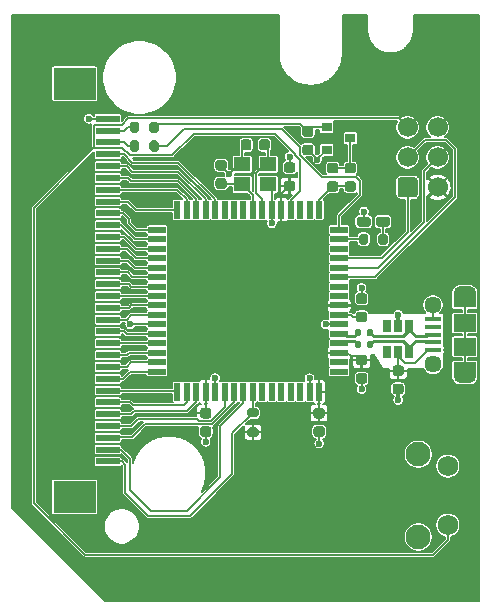
<source format=gtl>
G04 #@! TF.GenerationSoftware,KiCad,Pcbnew,(5.1.9)-1*
G04 #@! TF.CreationDate,2021-05-17T03:23:03-07:00*
G04 #@! TF.ProjectId,wired-sculpt,77697265-642d-4736-9375-6c70742e6b69,rev?*
G04 #@! TF.SameCoordinates,Original*
G04 #@! TF.FileFunction,Copper,L1,Top*
G04 #@! TF.FilePolarity,Positive*
%FSLAX46Y46*%
G04 Gerber Fmt 4.6, Leading zero omitted, Abs format (unit mm)*
G04 Created by KiCad (PCBNEW (5.1.9)-1) date 2021-05-17 03:23:03*
%MOMM*%
%LPD*%
G01*
G04 APERTURE LIST*
G04 #@! TA.AperFunction,ComponentPad*
%ADD10C,2.100000*%
G04 #@! TD*
G04 #@! TA.AperFunction,ComponentPad*
%ADD11C,1.750000*%
G04 #@! TD*
G04 #@! TA.AperFunction,SMDPad,CuDef*
%ADD12R,0.900000X0.800000*%
G04 #@! TD*
G04 #@! TA.AperFunction,ComponentPad*
%ADD13C,1.700000*%
G04 #@! TD*
G04 #@! TA.AperFunction,SMDPad,CuDef*
%ADD14R,1.400000X1.200000*%
G04 #@! TD*
G04 #@! TA.AperFunction,SMDPad,CuDef*
%ADD15R,1.500000X0.550000*%
G04 #@! TD*
G04 #@! TA.AperFunction,SMDPad,CuDef*
%ADD16R,0.550000X1.500000*%
G04 #@! TD*
G04 #@! TA.AperFunction,SMDPad,CuDef*
%ADD17R,0.650000X1.060000*%
G04 #@! TD*
G04 #@! TA.AperFunction,SMDPad,CuDef*
%ADD18R,1.900000X1.500000*%
G04 #@! TD*
G04 #@! TA.AperFunction,ComponentPad*
%ADD19C,1.450000*%
G04 #@! TD*
G04 #@! TA.AperFunction,SMDPad,CuDef*
%ADD20R,1.350000X0.400000*%
G04 #@! TD*
G04 #@! TA.AperFunction,ComponentPad*
%ADD21O,1.900000X1.200000*%
G04 #@! TD*
G04 #@! TA.AperFunction,SMDPad,CuDef*
%ADD22R,1.900000X1.200000*%
G04 #@! TD*
G04 #@! TA.AperFunction,SMDPad,CuDef*
%ADD23R,2.000000X0.610000*%
G04 #@! TD*
G04 #@! TA.AperFunction,SMDPad,CuDef*
%ADD24R,3.600000X2.680000*%
G04 #@! TD*
G04 #@! TA.AperFunction,ViaPad*
%ADD25C,0.600000*%
G04 #@! TD*
G04 #@! TA.AperFunction,Conductor*
%ADD26C,0.127000*%
G04 #@! TD*
G04 #@! TA.AperFunction,Conductor*
%ADD27C,0.300000*%
G04 #@! TD*
G04 #@! TA.AperFunction,Conductor*
%ADD28C,0.200000*%
G04 #@! TD*
G04 #@! TA.AperFunction,Conductor*
%ADD29C,0.254000*%
G04 #@! TD*
G04 #@! TA.AperFunction,Conductor*
%ADD30C,0.100000*%
G04 #@! TD*
G04 APERTURE END LIST*
D10*
G04 #@! TO.P,SW1,*
G04 #@! TO.N,*
X154600000Y-67400000D03*
D11*
G04 #@! TO.P,SW1,1*
G04 #@! TO.N,GND*
X157100000Y-68400000D03*
G04 #@! TO.P,SW1,2*
G04 #@! TO.N,RST*
X157100000Y-73400000D03*
D10*
G04 #@! TO.P,SW1,*
G04 #@! TO.N,*
X154600000Y-74400000D03*
G04 #@! TD*
D12*
G04 #@! TO.P,D1,3*
G04 #@! TO.N,Net-(C11-Pad1)*
X148850000Y-40650000D03*
G04 #@! TO.P,D1,2*
G04 #@! TO.N,GND*
X146850000Y-41600000D03*
G04 #@! TO.P,D1,1*
G04 #@! TO.N,Net-(C10-Pad2)*
X146850000Y-39700000D03*
G04 #@! TD*
D13*
G04 #@! TO.P,J2,6*
G04 #@! TO.N,GND*
X156240000Y-39720000D03*
G04 #@! TO.P,J2,4*
G04 #@! TO.N,MOSI*
X156240000Y-42260000D03*
G04 #@! TO.P,J2,2*
G04 #@! TO.N,VBUS*
X156240000Y-44800000D03*
G04 #@! TO.P,J2,5*
G04 #@! TO.N,RST*
X153700000Y-39720000D03*
G04 #@! TO.P,J2,3*
G04 #@! TO.N,SCK*
X153700000Y-42260000D03*
G04 #@! TO.P,J2,1*
G04 #@! TO.N,MISO*
G04 #@! TA.AperFunction,ComponentPad*
G36*
G01*
X152850000Y-45400000D02*
X152850000Y-44200000D01*
G75*
G02*
X153100000Y-43950000I250000J0D01*
G01*
X154300000Y-43950000D01*
G75*
G02*
X154550000Y-44200000I0J-250000D01*
G01*
X154550000Y-45400000D01*
G75*
G02*
X154300000Y-45650000I-250000J0D01*
G01*
X153100000Y-45650000D01*
G75*
G02*
X152850000Y-45400000I0J250000D01*
G01*
G37*
G04 #@! TD.AperFunction*
G04 #@! TD*
D14*
G04 #@! TO.P,Y1,4*
G04 #@! TO.N,GND*
X139700000Y-42850000D03*
G04 #@! TO.P,Y1,3*
G04 #@! TO.N,Net-(C4-Pad1)*
X141900000Y-42850000D03*
G04 #@! TO.P,Y1,2*
G04 #@! TO.N,GND*
X141900000Y-44550000D03*
G04 #@! TO.P,Y1,1*
G04 #@! TO.N,Net-(C3-Pad1)*
X139700000Y-44550000D03*
G04 #@! TD*
G04 #@! TO.P,R6,2*
G04 #@! TO.N,Net-(R6-Pad2)*
G04 #@! TA.AperFunction,SMDPad,CuDef*
G36*
G01*
X131825000Y-41575000D02*
X131825000Y-41025000D01*
G75*
G02*
X132025000Y-40825000I200000J0D01*
G01*
X132425000Y-40825000D01*
G75*
G02*
X132625000Y-41025000I0J-200000D01*
G01*
X132625000Y-41575000D01*
G75*
G02*
X132425000Y-41775000I-200000J0D01*
G01*
X132025000Y-41775000D01*
G75*
G02*
X131825000Y-41575000I0J200000D01*
G01*
G37*
G04 #@! TD.AperFunction*
G04 #@! TO.P,R6,1*
G04 #@! TO.N,/RED_A*
G04 #@! TA.AperFunction,SMDPad,CuDef*
G36*
G01*
X130175000Y-41575000D02*
X130175000Y-41025000D01*
G75*
G02*
X130375000Y-40825000I200000J0D01*
G01*
X130775000Y-40825000D01*
G75*
G02*
X130975000Y-41025000I0J-200000D01*
G01*
X130975000Y-41575000D01*
G75*
G02*
X130775000Y-41775000I-200000J0D01*
G01*
X130375000Y-41775000D01*
G75*
G02*
X130175000Y-41575000I0J200000D01*
G01*
G37*
G04 #@! TD.AperFunction*
G04 #@! TD*
G04 #@! TO.P,R5,2*
G04 #@! TO.N,LED*
G04 #@! TA.AperFunction,SMDPad,CuDef*
G36*
G01*
X150375000Y-48925000D02*
X150375000Y-49475000D01*
G75*
G02*
X150175000Y-49675000I-200000J0D01*
G01*
X149775000Y-49675000D01*
G75*
G02*
X149575000Y-49475000I0J200000D01*
G01*
X149575000Y-48925000D01*
G75*
G02*
X149775000Y-48725000I200000J0D01*
G01*
X150175000Y-48725000D01*
G75*
G02*
X150375000Y-48925000I0J-200000D01*
G01*
G37*
G04 #@! TD.AperFunction*
G04 #@! TO.P,R5,1*
G04 #@! TO.N,Net-(D2-Pad2)*
G04 #@! TA.AperFunction,SMDPad,CuDef*
G36*
G01*
X152025000Y-48925000D02*
X152025000Y-49475000D01*
G75*
G02*
X151825000Y-49675000I-200000J0D01*
G01*
X151425000Y-49675000D01*
G75*
G02*
X151225000Y-49475000I0J200000D01*
G01*
X151225000Y-48925000D01*
G75*
G02*
X151425000Y-48725000I200000J0D01*
G01*
X151825000Y-48725000D01*
G75*
G02*
X152025000Y-48925000I0J-200000D01*
G01*
G37*
G04 #@! TD.AperFunction*
G04 #@! TD*
G04 #@! TO.P,R3,2*
G04 #@! TO.N,/D-*
G04 #@! TA.AperFunction,SMDPad,CuDef*
G36*
G01*
X150240000Y-58285000D02*
X150240000Y-57915000D01*
G75*
G02*
X150375000Y-57780000I135000J0D01*
G01*
X150645000Y-57780000D01*
G75*
G02*
X150780000Y-57915000I0J-135000D01*
G01*
X150780000Y-58285000D01*
G75*
G02*
X150645000Y-58420000I-135000J0D01*
G01*
X150375000Y-58420000D01*
G75*
G02*
X150240000Y-58285000I0J135000D01*
G01*
G37*
G04 #@! TD.AperFunction*
G04 #@! TO.P,R3,1*
G04 #@! TO.N,/DZ-*
G04 #@! TA.AperFunction,SMDPad,CuDef*
G36*
G01*
X149220000Y-58285000D02*
X149220000Y-57915000D01*
G75*
G02*
X149355000Y-57780000I135000J0D01*
G01*
X149625000Y-57780000D01*
G75*
G02*
X149760000Y-57915000I0J-135000D01*
G01*
X149760000Y-58285000D01*
G75*
G02*
X149625000Y-58420000I-135000J0D01*
G01*
X149355000Y-58420000D01*
G75*
G02*
X149220000Y-58285000I0J135000D01*
G01*
G37*
G04 #@! TD.AperFunction*
G04 #@! TD*
G04 #@! TO.P,R2,2*
G04 #@! TO.N,/D+*
G04 #@! TA.AperFunction,SMDPad,CuDef*
G36*
G01*
X150240000Y-57285000D02*
X150240000Y-56915000D01*
G75*
G02*
X150375000Y-56780000I135000J0D01*
G01*
X150645000Y-56780000D01*
G75*
G02*
X150780000Y-56915000I0J-135000D01*
G01*
X150780000Y-57285000D01*
G75*
G02*
X150645000Y-57420000I-135000J0D01*
G01*
X150375000Y-57420000D01*
G75*
G02*
X150240000Y-57285000I0J135000D01*
G01*
G37*
G04 #@! TD.AperFunction*
G04 #@! TO.P,R2,1*
G04 #@! TO.N,/DZ+*
G04 #@! TA.AperFunction,SMDPad,CuDef*
G36*
G01*
X149220000Y-57285000D02*
X149220000Y-56915000D01*
G75*
G02*
X149355000Y-56780000I135000J0D01*
G01*
X149625000Y-56780000D01*
G75*
G02*
X149760000Y-56915000I0J-135000D01*
G01*
X149760000Y-57285000D01*
G75*
G02*
X149625000Y-57420000I-135000J0D01*
G01*
X149355000Y-57420000D01*
G75*
G02*
X149220000Y-57285000I0J135000D01*
G01*
G37*
G04 #@! TD.AperFunction*
G04 #@! TD*
G04 #@! TO.P,R1,2*
G04 #@! TO.N,Net-(C10-Pad2)*
G04 #@! TA.AperFunction,SMDPad,CuDef*
G36*
G01*
X131825000Y-39975000D02*
X131825000Y-39425000D01*
G75*
G02*
X132025000Y-39225000I200000J0D01*
G01*
X132425000Y-39225000D01*
G75*
G02*
X132625000Y-39425000I0J-200000D01*
G01*
X132625000Y-39975000D01*
G75*
G02*
X132425000Y-40175000I-200000J0D01*
G01*
X132025000Y-40175000D01*
G75*
G02*
X131825000Y-39975000I0J200000D01*
G01*
G37*
G04 #@! TD.AperFunction*
G04 #@! TO.P,R1,1*
G04 #@! TO.N,/GREEN_K*
G04 #@! TA.AperFunction,SMDPad,CuDef*
G36*
G01*
X130175000Y-39975000D02*
X130175000Y-39425000D01*
G75*
G02*
X130375000Y-39225000I200000J0D01*
G01*
X130775000Y-39225000D01*
G75*
G02*
X130975000Y-39425000I0J-200000D01*
G01*
X130975000Y-39975000D01*
G75*
G02*
X130775000Y-40175000I-200000J0D01*
G01*
X130375000Y-40175000D01*
G75*
G02*
X130175000Y-39975000I0J200000D01*
G01*
G37*
G04 #@! TD.AperFunction*
G04 #@! TD*
G04 #@! TO.P,C11,2*
G04 #@! TO.N,Net-(C11-Pad2)*
G04 #@! TA.AperFunction,SMDPad,CuDef*
G36*
G01*
X148600000Y-44275000D02*
X149100000Y-44275000D01*
G75*
G02*
X149325000Y-44500000I0J-225000D01*
G01*
X149325000Y-44950000D01*
G75*
G02*
X149100000Y-45175000I-225000J0D01*
G01*
X148600000Y-45175000D01*
G75*
G02*
X148375000Y-44950000I0J225000D01*
G01*
X148375000Y-44500000D01*
G75*
G02*
X148600000Y-44275000I225000J0D01*
G01*
G37*
G04 #@! TD.AperFunction*
G04 #@! TO.P,C11,1*
G04 #@! TO.N,Net-(C11-Pad1)*
G04 #@! TA.AperFunction,SMDPad,CuDef*
G36*
G01*
X148600000Y-42725000D02*
X149100000Y-42725000D01*
G75*
G02*
X149325000Y-42950000I0J-225000D01*
G01*
X149325000Y-43400000D01*
G75*
G02*
X149100000Y-43625000I-225000J0D01*
G01*
X148600000Y-43625000D01*
G75*
G02*
X148375000Y-43400000I0J225000D01*
G01*
X148375000Y-42950000D01*
G75*
G02*
X148600000Y-42725000I225000J0D01*
G01*
G37*
G04 #@! TD.AperFunction*
G04 #@! TD*
G04 #@! TO.P,C1,2*
G04 #@! TO.N,VBUS*
G04 #@! TA.AperFunction,SMDPad,CuDef*
G36*
G01*
X136850000Y-64375000D02*
X136350000Y-64375000D01*
G75*
G02*
X136125000Y-64150000I0J225000D01*
G01*
X136125000Y-63700000D01*
G75*
G02*
X136350000Y-63475000I225000J0D01*
G01*
X136850000Y-63475000D01*
G75*
G02*
X137075000Y-63700000I0J-225000D01*
G01*
X137075000Y-64150000D01*
G75*
G02*
X136850000Y-64375000I-225000J0D01*
G01*
G37*
G04 #@! TD.AperFunction*
G04 #@! TO.P,C1,1*
G04 #@! TO.N,GND*
G04 #@! TA.AperFunction,SMDPad,CuDef*
G36*
G01*
X136850000Y-65925000D02*
X136350000Y-65925000D01*
G75*
G02*
X136125000Y-65700000I0J225000D01*
G01*
X136125000Y-65250000D01*
G75*
G02*
X136350000Y-65025000I225000J0D01*
G01*
X136850000Y-65025000D01*
G75*
G02*
X137075000Y-65250000I0J-225000D01*
G01*
X137075000Y-65700000D01*
G75*
G02*
X136850000Y-65925000I-225000J0D01*
G01*
G37*
G04 #@! TD.AperFunction*
G04 #@! TD*
D15*
G04 #@! TO.P,U2,1*
G04 #@! TO.N,Net-(U2-Pad1)*
X147900000Y-60400000D03*
G04 #@! TO.P,U2,2*
G04 #@! TO.N,Net-(U2-Pad2)*
X147900000Y-59600000D03*
G04 #@! TO.P,U2,3*
G04 #@! TO.N,VBUS*
X147900000Y-58800000D03*
G04 #@! TO.P,U2,4*
G04 #@! TO.N,/DZ-*
X147900000Y-58000000D03*
G04 #@! TO.P,U2,5*
G04 #@! TO.N,/DZ+*
X147900000Y-57200000D03*
G04 #@! TO.P,U2,6*
G04 #@! TO.N,GND*
X147900000Y-56400000D03*
G04 #@! TO.P,U2,7*
G04 #@! TO.N,Net-(C5-Pad1)*
X147900000Y-55600000D03*
G04 #@! TO.P,U2,8*
G04 #@! TO.N,VBUS*
X147900000Y-54800000D03*
G04 #@! TO.P,U2,9*
G04 #@! TO.N,Net-(U2-Pad9)*
X147900000Y-54000000D03*
G04 #@! TO.P,U2,10*
G04 #@! TO.N,Net-(U2-Pad10)*
X147900000Y-53200000D03*
G04 #@! TO.P,U2,11*
G04 #@! TO.N,SCK*
X147900000Y-52400000D03*
G04 #@! TO.P,U2,12*
G04 #@! TO.N,MOSI*
X147900000Y-51600000D03*
G04 #@! TO.P,U2,13*
G04 #@! TO.N,MISO*
X147900000Y-50800000D03*
G04 #@! TO.P,U2,14*
G04 #@! TO.N,Net-(U2-Pad14)*
X147900000Y-50000000D03*
G04 #@! TO.P,U2,15*
G04 #@! TO.N,LED*
X147900000Y-49200000D03*
G04 #@! TO.P,U2,16*
G04 #@! TO.N,Net-(R6-Pad2)*
X147900000Y-48400000D03*
D16*
G04 #@! TO.P,U2,17*
G04 #@! TO.N,Net-(C11-Pad2)*
X146200000Y-46700000D03*
G04 #@! TO.P,U2,18*
G04 #@! TO.N,Net-(U2-Pad18)*
X145400000Y-46700000D03*
G04 #@! TO.P,U2,19*
G04 #@! TO.N,Net-(U2-Pad19)*
X144600000Y-46700000D03*
G04 #@! TO.P,U2,20*
G04 #@! TO.N,RST*
X143800000Y-46700000D03*
G04 #@! TO.P,U2,21*
G04 #@! TO.N,VBUS*
X143000000Y-46700000D03*
G04 #@! TO.P,U2,22*
G04 #@! TO.N,GND*
X142200000Y-46700000D03*
G04 #@! TO.P,U2,23*
G04 #@! TO.N,Net-(C4-Pad1)*
X141400000Y-46700000D03*
G04 #@! TO.P,U2,24*
G04 #@! TO.N,Net-(C3-Pad1)*
X140600000Y-46700000D03*
G04 #@! TO.P,U2,25*
G04 #@! TO.N,Net-(U2-Pad25)*
X139800000Y-46700000D03*
G04 #@! TO.P,U2,26*
G04 #@! TO.N,Net-(U2-Pad26)*
X139000000Y-46700000D03*
G04 #@! TO.P,U2,27*
G04 #@! TO.N,Net-(U2-Pad27)*
X138200000Y-46700000D03*
G04 #@! TO.P,U2,28*
G04 #@! TO.N,/COL_18*
X137400000Y-46700000D03*
G04 #@! TO.P,U2,29*
G04 #@! TO.N,/COL_17*
X136600000Y-46700000D03*
G04 #@! TO.P,U2,30*
G04 #@! TO.N,/COL_16*
X135800000Y-46700000D03*
G04 #@! TO.P,U2,31*
G04 #@! TO.N,/COL_15*
X135000000Y-46700000D03*
G04 #@! TO.P,U2,32*
G04 #@! TO.N,/COL_14*
X134200000Y-46700000D03*
D15*
G04 #@! TO.P,U2,33*
G04 #@! TO.N,/COL_13*
X132500000Y-48400000D03*
G04 #@! TO.P,U2,34*
G04 #@! TO.N,/COL_12*
X132500000Y-49200000D03*
G04 #@! TO.P,U2,35*
G04 #@! TO.N,/COL_11*
X132500000Y-50000000D03*
G04 #@! TO.P,U2,36*
G04 #@! TO.N,/COL_10*
X132500000Y-50800000D03*
G04 #@! TO.P,U2,37*
G04 #@! TO.N,/COL_9*
X132500000Y-51600000D03*
G04 #@! TO.P,U2,38*
G04 #@! TO.N,/COL_8*
X132500000Y-52400000D03*
G04 #@! TO.P,U2,39*
G04 #@! TO.N,/COL_7*
X132500000Y-53200000D03*
G04 #@! TO.P,U2,40*
G04 #@! TO.N,/COL_6*
X132500000Y-54000000D03*
G04 #@! TO.P,U2,41*
G04 #@! TO.N,/COL_5*
X132500000Y-54800000D03*
G04 #@! TO.P,U2,42*
G04 #@! TO.N,/COL_4*
X132500000Y-55600000D03*
G04 #@! TO.P,U2,43*
G04 #@! TO.N,GND*
X132500000Y-56400000D03*
G04 #@! TO.P,U2,44*
G04 #@! TO.N,/COL_3*
X132500000Y-57200000D03*
G04 #@! TO.P,U2,45*
G04 #@! TO.N,/COL_2*
X132500000Y-58000000D03*
G04 #@! TO.P,U2,46*
G04 #@! TO.N,/COL_1*
X132500000Y-58800000D03*
G04 #@! TO.P,U2,47*
G04 #@! TO.N,/ROW_8*
X132500000Y-59600000D03*
G04 #@! TO.P,U2,48*
G04 #@! TO.N,/ROW_7*
X132500000Y-60400000D03*
D16*
G04 #@! TO.P,U2,49*
G04 #@! TO.N,/ROW_6*
X134200000Y-62100000D03*
G04 #@! TO.P,U2,50*
G04 #@! TO.N,/ROW_5*
X135000000Y-62100000D03*
G04 #@! TO.P,U2,51*
G04 #@! TO.N,/ROW_4*
X135800000Y-62100000D03*
G04 #@! TO.P,U2,52*
G04 #@! TO.N,VBUS*
X136600000Y-62100000D03*
G04 #@! TO.P,U2,53*
G04 #@! TO.N,GND*
X137400000Y-62100000D03*
G04 #@! TO.P,U2,54*
G04 #@! TO.N,/ROW_3*
X138200000Y-62100000D03*
G04 #@! TO.P,U2,55*
G04 #@! TO.N,/ROW_2*
X139000000Y-62100000D03*
G04 #@! TO.P,U2,56*
G04 #@! TO.N,/ROW_1*
X139800000Y-62100000D03*
G04 #@! TO.P,U2,57*
G04 #@! TO.N,/FN_SW*
X140600000Y-62100000D03*
G04 #@! TO.P,U2,58*
G04 #@! TO.N,Net-(U2-Pad58)*
X141400000Y-62100000D03*
G04 #@! TO.P,U2,59*
G04 #@! TO.N,Net-(U2-Pad59)*
X142200000Y-62100000D03*
G04 #@! TO.P,U2,60*
G04 #@! TO.N,Net-(U2-Pad60)*
X143000000Y-62100000D03*
G04 #@! TO.P,U2,61*
G04 #@! TO.N,Net-(U2-Pad61)*
X143800000Y-62100000D03*
G04 #@! TO.P,U2,62*
G04 #@! TO.N,Net-(U2-Pad62)*
X144600000Y-62100000D03*
G04 #@! TO.P,U2,63*
G04 #@! TO.N,GND*
X145400000Y-62100000D03*
G04 #@! TO.P,U2,64*
G04 #@! TO.N,VBUS*
X146200000Y-62100000D03*
G04 #@! TD*
D17*
G04 #@! TO.P,U1,1*
G04 #@! TO.N,/D+*
X153850000Y-56500000D03*
G04 #@! TO.P,U1,2*
G04 #@! TO.N,GND*
X152900000Y-56500000D03*
G04 #@! TO.P,U1,3*
G04 #@! TO.N,Net-(U1-Pad3)*
X151950000Y-56500000D03*
G04 #@! TO.P,U1,4*
G04 #@! TO.N,Net-(U1-Pad4)*
X151950000Y-58700000D03*
G04 #@! TO.P,U1,6*
G04 #@! TO.N,/D-*
X153850000Y-58700000D03*
G04 #@! TO.P,U1,5*
G04 #@! TO.N,VBUS*
X152900000Y-58700000D03*
G04 #@! TD*
G04 #@! TO.P,R4,2*
G04 #@! TO.N,/FN_SW*
G04 #@! TA.AperFunction,SMDPad,CuDef*
G36*
G01*
X140875000Y-64275000D02*
X140325000Y-64275000D01*
G75*
G02*
X140125000Y-64075000I0J200000D01*
G01*
X140125000Y-63675000D01*
G75*
G02*
X140325000Y-63475000I200000J0D01*
G01*
X140875000Y-63475000D01*
G75*
G02*
X141075000Y-63675000I0J-200000D01*
G01*
X141075000Y-64075000D01*
G75*
G02*
X140875000Y-64275000I-200000J0D01*
G01*
G37*
G04 #@! TD.AperFunction*
G04 #@! TO.P,R4,1*
G04 #@! TO.N,VBUS*
G04 #@! TA.AperFunction,SMDPad,CuDef*
G36*
G01*
X140875000Y-65925000D02*
X140325000Y-65925000D01*
G75*
G02*
X140125000Y-65725000I0J200000D01*
G01*
X140125000Y-65325000D01*
G75*
G02*
X140325000Y-65125000I200000J0D01*
G01*
X140875000Y-65125000D01*
G75*
G02*
X141075000Y-65325000I0J-200000D01*
G01*
X141075000Y-65725000D01*
G75*
G02*
X140875000Y-65925000I-200000J0D01*
G01*
G37*
G04 #@! TD.AperFunction*
G04 #@! TD*
D18*
G04 #@! TO.P,J1,6*
G04 #@! TO.N,GND*
X158537500Y-56275000D03*
D19*
X155837500Y-59775000D03*
D20*
G04 #@! TO.P,J1,2*
G04 #@! TO.N,/D-*
X155837500Y-57925000D03*
G04 #@! TO.P,J1,1*
G04 #@! TO.N,VBUS*
X155837500Y-58575000D03*
G04 #@! TO.P,J1,5*
G04 #@! TO.N,GND*
X155837500Y-55975000D03*
G04 #@! TO.P,J1,4*
G04 #@! TO.N,Net-(J1-Pad4)*
X155837500Y-56625000D03*
G04 #@! TO.P,J1,3*
G04 #@! TO.N,/D+*
X155837500Y-57275000D03*
D19*
G04 #@! TO.P,J1,6*
G04 #@! TO.N,GND*
X155837500Y-54775000D03*
D18*
X158537500Y-58275000D03*
D21*
X158537500Y-60775000D03*
X158537500Y-53775000D03*
D22*
X158537500Y-54375000D03*
X158537500Y-60175000D03*
G04 #@! TD*
G04 #@! TO.P,D2,2*
G04 #@! TO.N,Net-(D2-Pad2)*
G04 #@! TA.AperFunction,SMDPad,CuDef*
G36*
G01*
X151000000Y-47912500D02*
X151000000Y-47487500D01*
G75*
G02*
X151212500Y-47275000I212500J0D01*
G01*
X152012500Y-47275000D01*
G75*
G02*
X152225000Y-47487500I0J-212500D01*
G01*
X152225000Y-47912500D01*
G75*
G02*
X152012500Y-48125000I-212500J0D01*
G01*
X151212500Y-48125000D01*
G75*
G02*
X151000000Y-47912500I0J212500D01*
G01*
G37*
G04 #@! TD.AperFunction*
G04 #@! TO.P,D2,1*
G04 #@! TO.N,GND*
G04 #@! TA.AperFunction,SMDPad,CuDef*
G36*
G01*
X149375000Y-47912500D02*
X149375000Y-47487500D01*
G75*
G02*
X149587500Y-47275000I212500J0D01*
G01*
X150387500Y-47275000D01*
G75*
G02*
X150600000Y-47487500I0J-212500D01*
G01*
X150600000Y-47912500D01*
G75*
G02*
X150387500Y-48125000I-212500J0D01*
G01*
X149587500Y-48125000D01*
G75*
G02*
X149375000Y-47912500I0J212500D01*
G01*
G37*
G04 #@! TD.AperFunction*
G04 #@! TD*
G04 #@! TO.P,C3,2*
G04 #@! TO.N,GND*
G04 #@! TA.AperFunction,SMDPad,CuDef*
G36*
G01*
X138150000Y-43375000D02*
X137650000Y-43375000D01*
G75*
G02*
X137425000Y-43150000I0J225000D01*
G01*
X137425000Y-42700000D01*
G75*
G02*
X137650000Y-42475000I225000J0D01*
G01*
X138150000Y-42475000D01*
G75*
G02*
X138375000Y-42700000I0J-225000D01*
G01*
X138375000Y-43150000D01*
G75*
G02*
X138150000Y-43375000I-225000J0D01*
G01*
G37*
G04 #@! TD.AperFunction*
G04 #@! TO.P,C3,1*
G04 #@! TO.N,Net-(C3-Pad1)*
G04 #@! TA.AperFunction,SMDPad,CuDef*
G36*
G01*
X138150000Y-44925000D02*
X137650000Y-44925000D01*
G75*
G02*
X137425000Y-44700000I0J225000D01*
G01*
X137425000Y-44250000D01*
G75*
G02*
X137650000Y-44025000I225000J0D01*
G01*
X138150000Y-44025000D01*
G75*
G02*
X138375000Y-44250000I0J-225000D01*
G01*
X138375000Y-44700000D01*
G75*
G02*
X138150000Y-44925000I-225000J0D01*
G01*
G37*
G04 #@! TD.AperFunction*
G04 #@! TD*
G04 #@! TO.P,C10,2*
G04 #@! TO.N,Net-(C10-Pad2)*
G04 #@! TA.AperFunction,SMDPad,CuDef*
G36*
G01*
X145500000Y-40525000D02*
X145000000Y-40525000D01*
G75*
G02*
X144775000Y-40300000I0J225000D01*
G01*
X144775000Y-39850000D01*
G75*
G02*
X145000000Y-39625000I225000J0D01*
G01*
X145500000Y-39625000D01*
G75*
G02*
X145725000Y-39850000I0J-225000D01*
G01*
X145725000Y-40300000D01*
G75*
G02*
X145500000Y-40525000I-225000J0D01*
G01*
G37*
G04 #@! TD.AperFunction*
G04 #@! TO.P,C10,1*
G04 #@! TO.N,GND*
G04 #@! TA.AperFunction,SMDPad,CuDef*
G36*
G01*
X145500000Y-42075000D02*
X145000000Y-42075000D01*
G75*
G02*
X144775000Y-41850000I0J225000D01*
G01*
X144775000Y-41400000D01*
G75*
G02*
X145000000Y-41175000I225000J0D01*
G01*
X145500000Y-41175000D01*
G75*
G02*
X145725000Y-41400000I0J-225000D01*
G01*
X145725000Y-41850000D01*
G75*
G02*
X145500000Y-42075000I-225000J0D01*
G01*
G37*
G04 #@! TD.AperFunction*
G04 #@! TD*
G04 #@! TO.P,C9,2*
G04 #@! TO.N,Net-(C11-Pad2)*
G04 #@! TA.AperFunction,SMDPad,CuDef*
G36*
G01*
X147100000Y-44275000D02*
X147600000Y-44275000D01*
G75*
G02*
X147825000Y-44500000I0J-225000D01*
G01*
X147825000Y-44950000D01*
G75*
G02*
X147600000Y-45175000I-225000J0D01*
G01*
X147100000Y-45175000D01*
G75*
G02*
X146875000Y-44950000I0J225000D01*
G01*
X146875000Y-44500000D01*
G75*
G02*
X147100000Y-44275000I225000J0D01*
G01*
G37*
G04 #@! TD.AperFunction*
G04 #@! TO.P,C9,1*
G04 #@! TO.N,Net-(C11-Pad1)*
G04 #@! TA.AperFunction,SMDPad,CuDef*
G36*
G01*
X147100000Y-42725000D02*
X147600000Y-42725000D01*
G75*
G02*
X147825000Y-42950000I0J-225000D01*
G01*
X147825000Y-43400000D01*
G75*
G02*
X147600000Y-43625000I-225000J0D01*
G01*
X147100000Y-43625000D01*
G75*
G02*
X146875000Y-43400000I0J225000D01*
G01*
X146875000Y-42950000D01*
G75*
G02*
X147100000Y-42725000I225000J0D01*
G01*
G37*
G04 #@! TD.AperFunction*
G04 #@! TD*
G04 #@! TO.P,C8,2*
G04 #@! TO.N,VBUS*
G04 #@! TA.AperFunction,SMDPad,CuDef*
G36*
G01*
X143450000Y-44225000D02*
X143950000Y-44225000D01*
G75*
G02*
X144175000Y-44450000I0J-225000D01*
G01*
X144175000Y-44900000D01*
G75*
G02*
X143950000Y-45125000I-225000J0D01*
G01*
X143450000Y-45125000D01*
G75*
G02*
X143225000Y-44900000I0J225000D01*
G01*
X143225000Y-44450000D01*
G75*
G02*
X143450000Y-44225000I225000J0D01*
G01*
G37*
G04 #@! TD.AperFunction*
G04 #@! TO.P,C8,1*
G04 #@! TO.N,GND*
G04 #@! TA.AperFunction,SMDPad,CuDef*
G36*
G01*
X143450000Y-42675000D02*
X143950000Y-42675000D01*
G75*
G02*
X144175000Y-42900000I0J-225000D01*
G01*
X144175000Y-43350000D01*
G75*
G02*
X143950000Y-43575000I-225000J0D01*
G01*
X143450000Y-43575000D01*
G75*
G02*
X143225000Y-43350000I0J225000D01*
G01*
X143225000Y-42900000D01*
G75*
G02*
X143450000Y-42675000I225000J0D01*
G01*
G37*
G04 #@! TD.AperFunction*
G04 #@! TD*
G04 #@! TO.P,C7,2*
G04 #@! TO.N,VBUS*
G04 #@! TA.AperFunction,SMDPad,CuDef*
G36*
G01*
X146450000Y-64375000D02*
X145950000Y-64375000D01*
G75*
G02*
X145725000Y-64150000I0J225000D01*
G01*
X145725000Y-63700000D01*
G75*
G02*
X145950000Y-63475000I225000J0D01*
G01*
X146450000Y-63475000D01*
G75*
G02*
X146675000Y-63700000I0J-225000D01*
G01*
X146675000Y-64150000D01*
G75*
G02*
X146450000Y-64375000I-225000J0D01*
G01*
G37*
G04 #@! TD.AperFunction*
G04 #@! TO.P,C7,1*
G04 #@! TO.N,GND*
G04 #@! TA.AperFunction,SMDPad,CuDef*
G36*
G01*
X146450000Y-65925000D02*
X145950000Y-65925000D01*
G75*
G02*
X145725000Y-65700000I0J225000D01*
G01*
X145725000Y-65250000D01*
G75*
G02*
X145950000Y-65025000I225000J0D01*
G01*
X146450000Y-65025000D01*
G75*
G02*
X146675000Y-65250000I0J-225000D01*
G01*
X146675000Y-65700000D01*
G75*
G02*
X146450000Y-65925000I-225000J0D01*
G01*
G37*
G04 #@! TD.AperFunction*
G04 #@! TD*
G04 #@! TO.P,C6,2*
G04 #@! TO.N,VBUS*
G04 #@! TA.AperFunction,SMDPad,CuDef*
G36*
G01*
X150050000Y-59875000D02*
X149550000Y-59875000D01*
G75*
G02*
X149325000Y-59650000I0J225000D01*
G01*
X149325000Y-59200000D01*
G75*
G02*
X149550000Y-58975000I225000J0D01*
G01*
X150050000Y-58975000D01*
G75*
G02*
X150275000Y-59200000I0J-225000D01*
G01*
X150275000Y-59650000D01*
G75*
G02*
X150050000Y-59875000I-225000J0D01*
G01*
G37*
G04 #@! TD.AperFunction*
G04 #@! TO.P,C6,1*
G04 #@! TO.N,GND*
G04 #@! TA.AperFunction,SMDPad,CuDef*
G36*
G01*
X150050000Y-61425000D02*
X149550000Y-61425000D01*
G75*
G02*
X149325000Y-61200000I0J225000D01*
G01*
X149325000Y-60750000D01*
G75*
G02*
X149550000Y-60525000I225000J0D01*
G01*
X150050000Y-60525000D01*
G75*
G02*
X150275000Y-60750000I0J-225000D01*
G01*
X150275000Y-61200000D01*
G75*
G02*
X150050000Y-61425000I-225000J0D01*
G01*
G37*
G04 #@! TD.AperFunction*
G04 #@! TD*
G04 #@! TO.P,C5,2*
G04 #@! TO.N,GND*
G04 #@! TA.AperFunction,SMDPad,CuDef*
G36*
G01*
X150050000Y-54675000D02*
X149550000Y-54675000D01*
G75*
G02*
X149325000Y-54450000I0J225000D01*
G01*
X149325000Y-54000000D01*
G75*
G02*
X149550000Y-53775000I225000J0D01*
G01*
X150050000Y-53775000D01*
G75*
G02*
X150275000Y-54000000I0J-225000D01*
G01*
X150275000Y-54450000D01*
G75*
G02*
X150050000Y-54675000I-225000J0D01*
G01*
G37*
G04 #@! TD.AperFunction*
G04 #@! TO.P,C5,1*
G04 #@! TO.N,Net-(C5-Pad1)*
G04 #@! TA.AperFunction,SMDPad,CuDef*
G36*
G01*
X150050000Y-56225000D02*
X149550000Y-56225000D01*
G75*
G02*
X149325000Y-56000000I0J225000D01*
G01*
X149325000Y-55550000D01*
G75*
G02*
X149550000Y-55325000I225000J0D01*
G01*
X150050000Y-55325000D01*
G75*
G02*
X150275000Y-55550000I0J-225000D01*
G01*
X150275000Y-56000000D01*
G75*
G02*
X150050000Y-56225000I-225000J0D01*
G01*
G37*
G04 #@! TD.AperFunction*
G04 #@! TD*
G04 #@! TO.P,C4,2*
G04 #@! TO.N,GND*
G04 #@! TA.AperFunction,SMDPad,CuDef*
G36*
G01*
X140475000Y-40950000D02*
X140475000Y-41450000D01*
G75*
G02*
X140250000Y-41675000I-225000J0D01*
G01*
X139800000Y-41675000D01*
G75*
G02*
X139575000Y-41450000I0J225000D01*
G01*
X139575000Y-40950000D01*
G75*
G02*
X139800000Y-40725000I225000J0D01*
G01*
X140250000Y-40725000D01*
G75*
G02*
X140475000Y-40950000I0J-225000D01*
G01*
G37*
G04 #@! TD.AperFunction*
G04 #@! TO.P,C4,1*
G04 #@! TO.N,Net-(C4-Pad1)*
G04 #@! TA.AperFunction,SMDPad,CuDef*
G36*
G01*
X142025000Y-40950000D02*
X142025000Y-41450000D01*
G75*
G02*
X141800000Y-41675000I-225000J0D01*
G01*
X141350000Y-41675000D01*
G75*
G02*
X141125000Y-41450000I0J225000D01*
G01*
X141125000Y-40950000D01*
G75*
G02*
X141350000Y-40725000I225000J0D01*
G01*
X141800000Y-40725000D01*
G75*
G02*
X142025000Y-40950000I0J-225000D01*
G01*
G37*
G04 #@! TD.AperFunction*
G04 #@! TD*
G04 #@! TO.P,C2,2*
G04 #@! TO.N,VBUS*
G04 #@! TA.AperFunction,SMDPad,CuDef*
G36*
G01*
X153150000Y-60775000D02*
X152650000Y-60775000D01*
G75*
G02*
X152425000Y-60550000I0J225000D01*
G01*
X152425000Y-60100000D01*
G75*
G02*
X152650000Y-59875000I225000J0D01*
G01*
X153150000Y-59875000D01*
G75*
G02*
X153375000Y-60100000I0J-225000D01*
G01*
X153375000Y-60550000D01*
G75*
G02*
X153150000Y-60775000I-225000J0D01*
G01*
G37*
G04 #@! TD.AperFunction*
G04 #@! TO.P,C2,1*
G04 #@! TO.N,GND*
G04 #@! TA.AperFunction,SMDPad,CuDef*
G36*
G01*
X153150000Y-62325000D02*
X152650000Y-62325000D01*
G75*
G02*
X152425000Y-62100000I0J225000D01*
G01*
X152425000Y-61650000D01*
G75*
G02*
X152650000Y-61425000I225000J0D01*
G01*
X153150000Y-61425000D01*
G75*
G02*
X153375000Y-61650000I0J-225000D01*
G01*
X153375000Y-62100000D01*
G75*
G02*
X153150000Y-62325000I-225000J0D01*
G01*
G37*
G04 #@! TD.AperFunction*
G04 #@! TD*
D23*
G04 #@! TO.P,J3,1*
G04 #@! TO.N,GND*
X128300000Y-39000000D03*
G04 #@! TO.P,J3,2*
G04 #@! TO.N,/GREEN_K*
X128300000Y-40000000D03*
G04 #@! TO.P,J3,3*
G04 #@! TO.N,/RED_A*
X128300000Y-41000000D03*
G04 #@! TO.P,J3,4*
G04 #@! TO.N,/COL_18*
X128300000Y-42000000D03*
G04 #@! TO.P,J3,5*
G04 #@! TO.N,/COL_17*
X128300000Y-43000000D03*
G04 #@! TO.P,J3,6*
G04 #@! TO.N,/COL_16*
X128300000Y-44000000D03*
G04 #@! TO.P,J3,7*
G04 #@! TO.N,/COL_15*
X128300000Y-45000000D03*
G04 #@! TO.P,J3,8*
G04 #@! TO.N,/COL_14*
X128300000Y-46000000D03*
G04 #@! TO.P,J3,9*
G04 #@! TO.N,/COL_13*
X128300000Y-47000000D03*
G04 #@! TO.P,J3,10*
G04 #@! TO.N,/COL_12*
X128300000Y-48000000D03*
G04 #@! TO.P,J3,11*
G04 #@! TO.N,/COL_11*
X128300000Y-49000000D03*
G04 #@! TO.P,J3,12*
G04 #@! TO.N,/COL_10*
X128300000Y-50000000D03*
G04 #@! TO.P,J3,13*
G04 #@! TO.N,/COL_9*
X128300000Y-51000000D03*
G04 #@! TO.P,J3,14*
G04 #@! TO.N,/COL_8*
X128300000Y-52000000D03*
G04 #@! TO.P,J3,15*
G04 #@! TO.N,/COL_7*
X128300000Y-53000000D03*
G04 #@! TO.P,J3,16*
G04 #@! TO.N,/COL_6*
X128300000Y-54000000D03*
G04 #@! TO.P,J3,17*
G04 #@! TO.N,/COL_5*
X128300000Y-55000000D03*
G04 #@! TO.P,J3,18*
G04 #@! TO.N,/COL_4*
X128300000Y-56000000D03*
G04 #@! TO.P,J3,19*
G04 #@! TO.N,/COL_3*
X128300000Y-57000000D03*
G04 #@! TO.P,J3,20*
G04 #@! TO.N,/COL_2*
X128300000Y-58000000D03*
G04 #@! TO.P,J3,21*
G04 #@! TO.N,/COL_1*
X128300000Y-59000000D03*
G04 #@! TO.P,J3,22*
G04 #@! TO.N,/ROW_8*
X128300000Y-60000000D03*
G04 #@! TO.P,J3,23*
G04 #@! TO.N,/ROW_7*
X128300000Y-61000000D03*
G04 #@! TO.P,J3,24*
G04 #@! TO.N,/ROW_6*
X128300000Y-62000000D03*
G04 #@! TO.P,J3,25*
G04 #@! TO.N,/ROW_5*
X128300000Y-63000000D03*
G04 #@! TO.P,J3,26*
G04 #@! TO.N,/ROW_4*
X128300000Y-64000000D03*
G04 #@! TO.P,J3,27*
G04 #@! TO.N,/ROW_3*
X128300000Y-65000000D03*
G04 #@! TO.P,J3,28*
G04 #@! TO.N,/ROW_2*
X128300000Y-66000000D03*
G04 #@! TO.P,J3,29*
G04 #@! TO.N,/ROW_1*
X128300000Y-67000000D03*
G04 #@! TO.P,J3,30*
G04 #@! TO.N,/FN_SW*
X128300000Y-68000000D03*
D24*
G04 #@! TO.P,J3,MP*
G04 #@! TO.N,N/C*
X125500000Y-36010000D03*
X125500000Y-70990000D03*
G04 #@! TD*
D25*
G04 #@! TO.N,GND*
X126700000Y-39000000D03*
X146200000Y-66500000D03*
X149800000Y-53300000D03*
X149800000Y-61900000D03*
X152900000Y-62800000D03*
X130200000Y-56400000D03*
X138600000Y-43700000D03*
X143700000Y-42200000D03*
X150000000Y-46850000D03*
X152900000Y-55600000D03*
X146050000Y-42450000D03*
X146750000Y-56400000D03*
X142200000Y-47850006D03*
X137400000Y-60950000D03*
X145400000Y-60950000D03*
X136600000Y-66350000D03*
G04 #@! TD*
D26*
G04 #@! TO.N,GND*
X128300000Y-39000000D02*
X126700000Y-39000000D01*
X158537500Y-54380000D02*
X158537500Y-60780000D01*
X155837500Y-55980000D02*
X155837500Y-54780000D01*
X146200000Y-65475000D02*
X146200000Y-66500000D01*
X149800000Y-54225000D02*
X149800000Y-53300000D01*
X149800000Y-60975000D02*
X149800000Y-61900000D01*
D27*
X152900000Y-61875000D02*
X152900000Y-62800000D01*
D26*
X132500000Y-56400000D02*
X130200000Y-56400000D01*
X141900000Y-44550000D02*
X142150000Y-44550000D01*
X137900000Y-43000000D02*
X138600000Y-43700000D01*
X137900000Y-42925000D02*
X137900000Y-43000000D01*
X139450000Y-42850000D02*
X138600000Y-43700000D01*
X139700000Y-42850000D02*
X139450000Y-42850000D01*
X142200000Y-44850000D02*
X141900000Y-44550000D01*
X142200000Y-46700000D02*
X142200000Y-44850000D01*
X139700000Y-41525000D02*
X140025000Y-41200000D01*
X139700000Y-42850000D02*
X139700000Y-41525000D01*
X143700000Y-43125000D02*
X143700000Y-42200000D01*
X149987500Y-46862500D02*
X150000000Y-46850000D01*
X149987500Y-47700000D02*
X149987500Y-46862500D01*
D27*
X152900000Y-56500000D02*
X152900000Y-55600000D01*
D26*
X145250000Y-41625000D02*
X146050000Y-42425000D01*
X146050000Y-42425000D02*
X146050000Y-42450000D01*
X146050000Y-42400000D02*
X146850000Y-41600000D01*
X146050000Y-42450000D02*
X146050000Y-42400000D01*
X147900000Y-56400000D02*
X146750000Y-56400000D01*
X142200000Y-46700000D02*
X142200000Y-47850006D01*
X137400000Y-62100000D02*
X137400000Y-60950000D01*
X145400000Y-62100000D02*
X145400000Y-60950000D01*
X136600000Y-65475000D02*
X136600000Y-66350000D01*
G04 #@! TO.N,LED*
X149975000Y-49200000D02*
X147900000Y-49200000D01*
G04 #@! TO.N,MISO*
X151500000Y-50800000D02*
X153700000Y-48600000D01*
X153700000Y-48600000D02*
X153700000Y-44800000D01*
X147900000Y-50800000D02*
X151500000Y-50800000D01*
G04 #@! TO.N,MOSI*
X155050000Y-47750000D02*
X155050000Y-43450000D01*
X151200000Y-51600000D02*
X155050000Y-47750000D01*
X155050000Y-43450000D02*
X156240000Y-42260000D01*
X147900000Y-51600000D02*
X151200000Y-51600000D01*
G04 #@! TO.N,SCK*
X155160000Y-40800000D02*
X153700000Y-42260000D01*
X157700000Y-41550000D02*
X156950000Y-40800000D01*
X157700000Y-45650000D02*
X157700000Y-41550000D01*
X156950000Y-40800000D02*
X155160000Y-40800000D01*
X150950000Y-52400000D02*
X157700000Y-45650000D01*
X147900000Y-52400000D02*
X150950000Y-52400000D01*
G04 #@! TO.N,RST*
X129504499Y-39495501D02*
X130050000Y-38950000D01*
X127156597Y-39495501D02*
X129504499Y-39495501D01*
X130050000Y-38950000D02*
X152930000Y-38950000D01*
X127109499Y-39542599D02*
X127156597Y-39495501D01*
X152930000Y-38950000D02*
X153700000Y-39720000D01*
X127147599Y-41495501D02*
X127109499Y-41457401D01*
X127109499Y-41457401D02*
X127109499Y-39542599D01*
X129554725Y-41495501D02*
X127147599Y-41495501D01*
X133750000Y-42100000D02*
X130159224Y-42100000D01*
X142475942Y-40250000D02*
X135600000Y-40250000D01*
X144190501Y-41964559D02*
X142475942Y-40250000D01*
X130159224Y-42100000D02*
X129554725Y-41495501D01*
X144190501Y-42049725D02*
X144190501Y-41964559D01*
X135600000Y-40250000D02*
X133750000Y-42100000D01*
X144600000Y-42459224D02*
X144190501Y-42049725D01*
X144600000Y-45100000D02*
X144600000Y-42459224D01*
X143800000Y-45900000D02*
X144600000Y-45100000D01*
X143800000Y-46700000D02*
X143800000Y-45900000D01*
X127101049Y-41495501D02*
X127147599Y-41495501D01*
X122050000Y-46546550D02*
X127101049Y-41495501D01*
X122050000Y-71550000D02*
X122050000Y-46546550D01*
X126400000Y-75900000D02*
X122050000Y-71550000D01*
X155837436Y-75900000D02*
X126400000Y-75900000D01*
X157100000Y-74637436D02*
X155837436Y-75900000D01*
X157100000Y-73400000D02*
X157100000Y-74637436D01*
G04 #@! TO.N,Net-(C4-Pad1)*
X141975000Y-42925000D02*
X141900000Y-42850000D01*
X141650000Y-42850000D02*
X141900000Y-42850000D01*
X140900000Y-43600000D02*
X141650000Y-42850000D01*
X140900000Y-45300000D02*
X140900000Y-43600000D01*
X141400000Y-45800000D02*
X140900000Y-45300000D01*
X141400000Y-46700000D02*
X141400000Y-45800000D01*
X141900000Y-41525000D02*
X141575000Y-41200000D01*
X141900000Y-42850000D02*
X141900000Y-41525000D01*
G04 #@! TO.N,VBUS*
X155837500Y-58580000D02*
X155362500Y-58580000D01*
D28*
X152900000Y-60325000D02*
X152900000Y-58700000D01*
X152900000Y-59100000D02*
X152900000Y-58700000D01*
X153500000Y-59700000D02*
X152900000Y-59100000D01*
X154318750Y-59700000D02*
X153500000Y-59700000D01*
X155443750Y-58575000D02*
X154318750Y-59700000D01*
X155837500Y-58575000D02*
X155443750Y-58575000D01*
D26*
X148900000Y-59100000D02*
X148600000Y-58800000D01*
X149475000Y-59100000D02*
X148900000Y-59100000D01*
X148600000Y-58800000D02*
X147900000Y-58800000D01*
X149800000Y-59425000D02*
X149475000Y-59100000D01*
X143000000Y-45375000D02*
X143700000Y-44675000D01*
X143000000Y-46700000D02*
X143000000Y-45375000D01*
X146200000Y-63925000D02*
X146200000Y-62100000D01*
X136600000Y-63925000D02*
X136600000Y-62100000D01*
D29*
G04 #@! TO.N,/D+*
X153850000Y-56862202D02*
X153850000Y-56500000D01*
X153302702Y-57409500D02*
X153850000Y-56862202D01*
X150819500Y-57409500D02*
X153302702Y-57409500D01*
X150510000Y-57100000D02*
X150819500Y-57409500D01*
X155362500Y-57275000D02*
X155837500Y-57275000D01*
X155228000Y-57409500D02*
X155362500Y-57275000D01*
X154409500Y-57409500D02*
X155228000Y-57409500D01*
X153850000Y-56850000D02*
X154409500Y-57409500D01*
X153850000Y-56500000D02*
X153850000Y-56850000D01*
G04 #@! TO.N,/D-*
X153850000Y-58337798D02*
X153850000Y-58700000D01*
X153302702Y-57790500D02*
X153850000Y-58337798D01*
X150819500Y-57790500D02*
X153302702Y-57790500D01*
X150510000Y-58100000D02*
X150819500Y-57790500D01*
X155362500Y-57925000D02*
X155837500Y-57925000D01*
X155228000Y-57790500D02*
X155362500Y-57925000D01*
X154409500Y-57790500D02*
X155228000Y-57790500D01*
X153850000Y-58350000D02*
X154409500Y-57790500D01*
X153850000Y-58700000D02*
X153850000Y-58350000D01*
D26*
G04 #@! TO.N,Net-(C3-Pad1)*
X139625000Y-44475000D02*
X139700000Y-44550000D01*
X137900000Y-44475000D02*
X139625000Y-44475000D01*
X140600000Y-45450000D02*
X139700000Y-44550000D01*
X140600000Y-46700000D02*
X140600000Y-45450000D01*
G04 #@! TO.N,Net-(C5-Pad1)*
X149800000Y-55775000D02*
X149075000Y-55775000D01*
X148900000Y-55600000D02*
X147900000Y-55600000D01*
X149075000Y-55775000D02*
X148900000Y-55600000D01*
G04 #@! TO.N,Net-(C10-Pad2)*
X145625000Y-39700000D02*
X145250000Y-40075000D01*
X146850000Y-39700000D02*
X145625000Y-39700000D01*
X132525000Y-39400000D02*
X132225000Y-39700000D01*
X144575000Y-39400000D02*
X132525000Y-39400000D01*
X145250000Y-40075000D02*
X144575000Y-39400000D01*
G04 #@! TO.N,Net-(D2-Pad2)*
X151625000Y-47712500D02*
X151612500Y-47700000D01*
X151625000Y-49200000D02*
X151625000Y-47712500D01*
G04 #@! TO.N,Net-(C11-Pad2)*
X147150000Y-44925000D02*
X147350000Y-44725000D01*
G04 #@! TO.N,/FN_SW*
X140600000Y-63875000D02*
X140600000Y-62100000D01*
X138850000Y-69050000D02*
X138850000Y-65625000D01*
X135300000Y-72600000D02*
X138850000Y-69050000D01*
X131700000Y-72600000D02*
X135300000Y-72600000D01*
X138850000Y-65625000D02*
X140600000Y-63875000D01*
X129800000Y-70700000D02*
X131700000Y-72600000D01*
X129800000Y-68300000D02*
X129800000Y-70700000D01*
X129500000Y-68000000D02*
X129800000Y-68300000D01*
X128300000Y-68000000D02*
X129500000Y-68000000D01*
G04 #@! TO.N,/ROW_1*
X139800000Y-63050000D02*
X139800000Y-62100000D01*
X137850000Y-65000000D02*
X139800000Y-63050000D01*
X135018481Y-72163501D02*
X137850000Y-69331982D01*
X131981519Y-72163501D02*
X135018481Y-72163501D01*
X130200000Y-70381982D02*
X131981519Y-72163501D01*
X130200000Y-67773000D02*
X130200000Y-70381982D01*
X137850000Y-69331982D02*
X137850000Y-65000000D01*
X129427000Y-67000000D02*
X130200000Y-67773000D01*
X128300000Y-67000000D02*
X129427000Y-67000000D01*
G04 #@! TO.N,/ROW_2*
X139000000Y-62977000D02*
X139000000Y-62100000D01*
X137142510Y-64834490D02*
X139000000Y-62977000D01*
X131465510Y-64834490D02*
X137142510Y-64834490D01*
X130400000Y-65900000D02*
X131465510Y-64834490D01*
X128400000Y-65900000D02*
X130400000Y-65900000D01*
X128300000Y-66000000D02*
X128400000Y-65900000D01*
G04 #@! TO.N,/ROW_3*
X138200000Y-63387622D02*
X138200000Y-62100000D01*
X137022112Y-64565510D02*
X138200000Y-63387622D01*
X136015510Y-64565510D02*
X137022112Y-64565510D01*
X135850000Y-64400000D02*
X136015510Y-64565510D01*
X130900000Y-64400000D02*
X135850000Y-64400000D01*
X130300000Y-65000000D02*
X130900000Y-64400000D01*
X128300000Y-65000000D02*
X130300000Y-65000000D01*
G04 #@! TO.N,/ROW_4*
X135800000Y-62977000D02*
X135800000Y-62100000D01*
X135027000Y-63750000D02*
X135800000Y-62977000D01*
X130550000Y-63750000D02*
X135027000Y-63750000D01*
X130300000Y-64000000D02*
X130550000Y-63750000D01*
X128300000Y-64000000D02*
X130300000Y-64000000D01*
G04 #@! TO.N,/ROW_5*
X134727000Y-63250000D02*
X135000000Y-62977000D01*
X130450000Y-63250000D02*
X134727000Y-63250000D01*
X130200000Y-63000000D02*
X130450000Y-63250000D01*
X135000000Y-62977000D02*
X135000000Y-62100000D01*
X128300000Y-63000000D02*
X130200000Y-63000000D01*
G04 #@! TO.N,/ROW_6*
X134100000Y-62000000D02*
X134200000Y-62100000D01*
X128300000Y-62000000D02*
X134100000Y-62000000D01*
G04 #@! TO.N,/ROW_7*
X131500000Y-60400000D02*
X130200000Y-60400000D01*
X129600000Y-61000000D02*
X128300000Y-61000000D01*
X130200000Y-60400000D02*
X129600000Y-61000000D01*
X131500000Y-60400000D02*
X132500000Y-60400000D01*
G04 #@! TO.N,/ROW_8*
X131500000Y-59600000D02*
X130300000Y-59600000D01*
X129900000Y-60000000D02*
X128300000Y-60000000D01*
X130300000Y-59600000D02*
X129900000Y-60000000D01*
X131500000Y-59600000D02*
X132500000Y-59600000D01*
G04 #@! TO.N,/COL_1*
X131500000Y-58800000D02*
X130100000Y-58800000D01*
X129900000Y-59000000D02*
X128300000Y-59000000D01*
X130100000Y-58800000D02*
X129900000Y-59000000D01*
X131500000Y-58800000D02*
X132500000Y-58800000D01*
G04 #@! TO.N,/COL_2*
X131500000Y-58000000D02*
X128300000Y-58000000D01*
X131500000Y-58000000D02*
X132500000Y-58000000D01*
G04 #@! TO.N,/COL_3*
X131500000Y-57200000D02*
X129900000Y-57200000D01*
X129700000Y-57000000D02*
X128300000Y-57000000D01*
X129900000Y-57200000D02*
X129700000Y-57000000D01*
X131500000Y-57200000D02*
X132500000Y-57200000D01*
G04 #@! TO.N,/COL_4*
X131500000Y-55600000D02*
X130300000Y-55600000D01*
X129900000Y-56000000D02*
X128300000Y-56000000D01*
X130300000Y-55600000D02*
X129900000Y-56000000D01*
X131500000Y-55600000D02*
X132500000Y-55600000D01*
G04 #@! TO.N,/COL_5*
X131500000Y-54800000D02*
X130300000Y-54800000D01*
X130100000Y-55000000D02*
X128300000Y-55000000D01*
X130300000Y-54800000D02*
X130100000Y-55000000D01*
X131500000Y-54800000D02*
X132500000Y-54800000D01*
G04 #@! TO.N,/COL_6*
X131500000Y-54000000D02*
X128300000Y-54000000D01*
X131500000Y-54000000D02*
X132500000Y-54000000D01*
G04 #@! TO.N,/COL_7*
X131500000Y-53200000D02*
X130300000Y-53200000D01*
X130100000Y-53000000D02*
X128300000Y-53000000D01*
X130300000Y-53200000D02*
X130100000Y-53000000D01*
X131500000Y-53200000D02*
X132500000Y-53200000D01*
G04 #@! TO.N,/COL_8*
X131500000Y-52400000D02*
X130400000Y-52400000D01*
X130000000Y-52000000D02*
X128300000Y-52000000D01*
X130400000Y-52400000D02*
X130000000Y-52000000D01*
X131500000Y-52400000D02*
X132500000Y-52400000D01*
G04 #@! TO.N,/COL_9*
X131500000Y-51600000D02*
X130600000Y-51600000D01*
X130000000Y-51000000D02*
X128300000Y-51000000D01*
X130600000Y-51600000D02*
X130000000Y-51000000D01*
X131500000Y-51600000D02*
X132500000Y-51600000D01*
G04 #@! TO.N,/COL_10*
X131500000Y-50800000D02*
X130700000Y-50800000D01*
X129900000Y-50000000D02*
X128300000Y-50000000D01*
X130700000Y-50800000D02*
X129900000Y-50000000D01*
X131500000Y-50800000D02*
X132500000Y-50800000D01*
G04 #@! TO.N,/COL_11*
X131500000Y-50000000D02*
X130700000Y-50000000D01*
X129700000Y-49000000D02*
X128300000Y-49000000D01*
X130700000Y-50000000D02*
X129700000Y-49000000D01*
X131500000Y-50000000D02*
X132500000Y-50000000D01*
G04 #@! TO.N,/COL_12*
X129423000Y-48000000D02*
X128300000Y-48000000D01*
X130623000Y-49200000D02*
X129423000Y-48000000D01*
X131500000Y-49200000D02*
X130623000Y-49200000D01*
X131500000Y-49200000D02*
X132500000Y-49200000D01*
G04 #@! TO.N,/COL_13*
X130100000Y-47500000D02*
X129600000Y-47000000D01*
X129600000Y-47000000D02*
X128300000Y-47000000D01*
X130100000Y-47800000D02*
X130100000Y-47500000D01*
X130700000Y-48400000D02*
X130100000Y-47800000D01*
X131500000Y-48400000D02*
X130700000Y-48400000D01*
X131500000Y-48400000D02*
X132500000Y-48400000D01*
G04 #@! TO.N,/COL_14*
X130000000Y-46000000D02*
X128300000Y-46000000D01*
X130700000Y-46700000D02*
X130000000Y-46000000D01*
X130700000Y-46700000D02*
X134200000Y-46700000D01*
G04 #@! TO.N,/COL_15*
X135000000Y-45823000D02*
X135000000Y-46700000D01*
X134177000Y-45000000D02*
X135000000Y-45823000D01*
X128300000Y-45000000D02*
X134177000Y-45000000D01*
G04 #@! TO.N,/COL_16*
X135800000Y-45823000D02*
X135800000Y-46700000D01*
X134277000Y-44300000D02*
X135800000Y-45823000D01*
X130300000Y-44300000D02*
X134277000Y-44300000D01*
X130000000Y-44000000D02*
X130300000Y-44300000D01*
X128300000Y-44000000D02*
X130000000Y-44000000D01*
G04 #@! TO.N,/COL_17*
X136600000Y-45823000D02*
X136600000Y-46700000D01*
X134277000Y-43500000D02*
X136600000Y-45823000D01*
X130400000Y-43500000D02*
X134277000Y-43500000D01*
X129900000Y-43000000D02*
X130400000Y-43500000D01*
X128300000Y-43000000D02*
X129900000Y-43000000D01*
G04 #@! TO.N,/COL_18*
X137400000Y-45823000D02*
X137400000Y-46700000D01*
X134277000Y-42700000D02*
X137400000Y-45823000D01*
X130400000Y-42700000D02*
X134277000Y-42700000D01*
X129700000Y-42000000D02*
X130400000Y-42700000D01*
X128300000Y-42000000D02*
X129700000Y-42000000D01*
G04 #@! TO.N,/GREEN_K*
X130575000Y-39700000D02*
X130000000Y-39700000D01*
X129700000Y-40000000D02*
X128300000Y-40000000D01*
X130000000Y-39700000D02*
X129700000Y-40000000D01*
G04 #@! TO.N,/RED_A*
X130575000Y-41300000D02*
X130000000Y-41300000D01*
X129700000Y-41000000D02*
X128300000Y-41000000D01*
X130000000Y-41300000D02*
X129700000Y-41000000D01*
G04 #@! TO.N,Net-(R6-Pad2)*
X134750000Y-39850000D02*
X133300000Y-41300000D01*
X143050000Y-39850000D02*
X134750000Y-39850000D01*
X144550000Y-41350000D02*
X143050000Y-39850000D01*
X146450000Y-43950000D02*
X144550000Y-42050000D01*
X149350000Y-43950000D02*
X146450000Y-43950000D01*
X149650000Y-44250000D02*
X149350000Y-43950000D01*
X144550000Y-42050000D02*
X144550000Y-41350000D01*
X149650000Y-45450000D02*
X149650000Y-44250000D01*
X133300000Y-41300000D02*
X132225000Y-41300000D01*
X147900000Y-47200000D02*
X149650000Y-45450000D01*
X147900000Y-48400000D02*
X147900000Y-47200000D01*
G04 #@! TO.N,Net-(C11-Pad2)*
X148850000Y-44725000D02*
X147350000Y-44725000D01*
X146200000Y-45875000D02*
X147350000Y-44725000D01*
X146200000Y-46700000D02*
X146200000Y-45875000D01*
G04 #@! TO.N,Net-(C11-Pad1)*
X148850000Y-43175000D02*
X148850000Y-40650000D01*
X147350000Y-43175000D02*
X148850000Y-43175000D01*
D29*
G04 #@! TO.N,/DZ+*
X149180500Y-57409500D02*
X149490000Y-57100000D01*
X148584500Y-57409500D02*
X149180500Y-57409500D01*
X148375000Y-57200000D02*
X148584500Y-57409500D01*
X147900000Y-57200000D02*
X148375000Y-57200000D01*
G04 #@! TO.N,/DZ-*
X149180500Y-57790500D02*
X149490000Y-58100000D01*
X148584500Y-57790500D02*
X149180500Y-57790500D01*
X148375000Y-58000000D02*
X148584500Y-57790500D01*
X147900000Y-58000000D02*
X148375000Y-58000000D01*
G04 #@! TD*
D26*
G04 #@! TO.N,VBUS*
X142784501Y-33510579D02*
X142784574Y-33511316D01*
X142784749Y-33536412D01*
X142785772Y-33546144D01*
X142785772Y-33555934D01*
X142786087Y-33558926D01*
X142840474Y-34043801D01*
X142844539Y-34062925D01*
X142848329Y-34082065D01*
X142849218Y-34084940D01*
X142996749Y-34550016D01*
X143004448Y-34567978D01*
X143011887Y-34586026D01*
X143013318Y-34588673D01*
X143248372Y-35016235D01*
X143259421Y-35032373D01*
X143270216Y-35048620D01*
X143272128Y-35050932D01*
X143272133Y-35050939D01*
X143272139Y-35050944D01*
X143585760Y-35424703D01*
X143599724Y-35438378D01*
X143613477Y-35452227D01*
X143615803Y-35454124D01*
X143615809Y-35454130D01*
X143615816Y-35454134D01*
X143996059Y-35759858D01*
X144012386Y-35770542D01*
X144028595Y-35781475D01*
X144031252Y-35782888D01*
X144463644Y-36008937D01*
X144481734Y-36016246D01*
X144499759Y-36023823D01*
X144502630Y-36024689D01*
X144502640Y-36024693D01*
X144502650Y-36024695D01*
X144970702Y-36162450D01*
X144989881Y-36166109D01*
X145009021Y-36170037D01*
X145012016Y-36170331D01*
X145497922Y-36214552D01*
X145517453Y-36214416D01*
X145536984Y-36214552D01*
X145539968Y-36214259D01*
X145539979Y-36214259D01*
X145539989Y-36214257D01*
X146025221Y-36163257D01*
X146044375Y-36159326D01*
X146063539Y-36155670D01*
X146066418Y-36154802D01*
X146066424Y-36154800D01*
X146532514Y-36010521D01*
X146550527Y-36002949D01*
X146568629Y-35995635D01*
X146571286Y-35994222D01*
X147000479Y-35762158D01*
X147016661Y-35751243D01*
X147033015Y-35740542D01*
X147035347Y-35738640D01*
X147411292Y-35427631D01*
X147425042Y-35413785D01*
X147439010Y-35400107D01*
X147440928Y-35397788D01*
X147749304Y-35019681D01*
X147760109Y-35003418D01*
X147771147Y-34987297D01*
X147772577Y-34984653D01*
X147772581Y-34984645D01*
X148001640Y-34553847D01*
X148009079Y-34535799D01*
X148016778Y-34517837D01*
X148017664Y-34514972D01*
X148017668Y-34514962D01*
X148017670Y-34514952D01*
X148158690Y-34047873D01*
X148162482Y-34028725D01*
X148166545Y-34009608D01*
X148166860Y-34006615D01*
X148214472Y-33521029D01*
X148214472Y-33521016D01*
X148215500Y-33510579D01*
X148215500Y-30215500D01*
X150284501Y-30215500D01*
X150284500Y-31510578D01*
X150284574Y-31511326D01*
X150284676Y-31525943D01*
X150285699Y-31535675D01*
X150285699Y-31545463D01*
X150286014Y-31548456D01*
X150324085Y-31887866D01*
X150328148Y-31906983D01*
X150331940Y-31926131D01*
X150332829Y-31929005D01*
X150436100Y-32254558D01*
X150443793Y-32272507D01*
X150451238Y-32290569D01*
X150452669Y-32293216D01*
X150617207Y-32592510D01*
X150628250Y-32608639D01*
X150639050Y-32624894D01*
X150640968Y-32627213D01*
X150860506Y-32888848D01*
X150874490Y-32902542D01*
X150888224Y-32916372D01*
X150890550Y-32918269D01*
X150890556Y-32918275D01*
X150890563Y-32918279D01*
X151156730Y-33132285D01*
X151173091Y-33142991D01*
X151189267Y-33153902D01*
X151191919Y-33155312D01*
X151191923Y-33155315D01*
X151191927Y-33155317D01*
X151494598Y-33313549D01*
X151512750Y-33320883D01*
X151530713Y-33328434D01*
X151533584Y-33329301D01*
X151533594Y-33329305D01*
X151533604Y-33329307D01*
X151861239Y-33425735D01*
X151880373Y-33429385D01*
X151899557Y-33433323D01*
X151902552Y-33433616D01*
X152242686Y-33464570D01*
X152262217Y-33464434D01*
X152281748Y-33464570D01*
X152284742Y-33464277D01*
X152284746Y-33464277D01*
X152624412Y-33428577D01*
X152643596Y-33424639D01*
X152662730Y-33420989D01*
X152665611Y-33420120D01*
X152991877Y-33319124D01*
X153009890Y-33311552D01*
X153027992Y-33304238D01*
X153030649Y-33302825D01*
X153331085Y-33140380D01*
X153347279Y-33129458D01*
X153363621Y-33118763D01*
X153365953Y-33116862D01*
X153629114Y-32899156D01*
X153642867Y-32885306D01*
X153656832Y-32871631D01*
X153658750Y-32869312D01*
X153874613Y-32604637D01*
X153885428Y-32588359D01*
X153896456Y-32572253D01*
X153897883Y-32569614D01*
X153897888Y-32569606D01*
X153897891Y-32569598D01*
X154058231Y-32268045D01*
X154065669Y-32249999D01*
X154073369Y-32232034D01*
X154074258Y-32229159D01*
X154172974Y-31902196D01*
X154176767Y-31883041D01*
X154180829Y-31863931D01*
X154181144Y-31860939D01*
X154214472Y-31521029D01*
X154214472Y-31521016D01*
X154215500Y-31510579D01*
X154215500Y-30215500D01*
X159759500Y-30215500D01*
X159759501Y-79784500D01*
X128089263Y-79784500D01*
X120240500Y-71935738D01*
X120240500Y-46546550D01*
X121794773Y-46546550D01*
X121796001Y-46559018D01*
X121796000Y-71537542D01*
X121794773Y-71550000D01*
X121796000Y-71562458D01*
X121796000Y-71562468D01*
X121799676Y-71599792D01*
X121814200Y-71647671D01*
X121837786Y-71691797D01*
X121851349Y-71708323D01*
X121861578Y-71720788D01*
X121861581Y-71720791D01*
X121869527Y-71730473D01*
X121879209Y-71738419D01*
X126211586Y-76070797D01*
X126219527Y-76080473D01*
X126229203Y-76088414D01*
X126229211Y-76088422D01*
X126258203Y-76112214D01*
X126302328Y-76135800D01*
X126350207Y-76150324D01*
X126387531Y-76154000D01*
X126387542Y-76154000D01*
X126400000Y-76155227D01*
X126412458Y-76154000D01*
X155824978Y-76154000D01*
X155837436Y-76155227D01*
X155849894Y-76154000D01*
X155849905Y-76154000D01*
X155887229Y-76150324D01*
X155935108Y-76135800D01*
X155979233Y-76112214D01*
X155995759Y-76098651D01*
X156008224Y-76088422D01*
X156008227Y-76088419D01*
X156017909Y-76080473D01*
X156025855Y-76070791D01*
X157270791Y-74825855D01*
X157280473Y-74817909D01*
X157312214Y-74779233D01*
X157335800Y-74735108D01*
X157350324Y-74687229D01*
X157354000Y-74649905D01*
X157354000Y-74649895D01*
X157355227Y-74637437D01*
X157354000Y-74624979D01*
X157354000Y-74435850D01*
X157410795Y-74424553D01*
X157604703Y-74344233D01*
X157779216Y-74227628D01*
X157927628Y-74079216D01*
X158044233Y-73904703D01*
X158124553Y-73710795D01*
X158165500Y-73504943D01*
X158165500Y-73295057D01*
X158124553Y-73089205D01*
X158044233Y-72895297D01*
X157927628Y-72720784D01*
X157779216Y-72572372D01*
X157604703Y-72455767D01*
X157410795Y-72375447D01*
X157204943Y-72334500D01*
X156995057Y-72334500D01*
X156789205Y-72375447D01*
X156595297Y-72455767D01*
X156420784Y-72572372D01*
X156272372Y-72720784D01*
X156155767Y-72895297D01*
X156075447Y-73089205D01*
X156034500Y-73295057D01*
X156034500Y-73504943D01*
X156075447Y-73710795D01*
X156155767Y-73904703D01*
X156272372Y-74079216D01*
X156420784Y-74227628D01*
X156595297Y-74344233D01*
X156789205Y-74424553D01*
X156846001Y-74435851D01*
X156846001Y-74532225D01*
X155732226Y-75646000D01*
X126505211Y-75646000D01*
X124207485Y-73348274D01*
X127959500Y-73348274D01*
X127959500Y-73651726D01*
X128018700Y-73949347D01*
X128134826Y-74229700D01*
X128303415Y-74482012D01*
X128517988Y-74696585D01*
X128770300Y-74865174D01*
X129050653Y-74981300D01*
X129348274Y-75040500D01*
X129651726Y-75040500D01*
X129949347Y-74981300D01*
X130229700Y-74865174D01*
X130482012Y-74696585D01*
X130696585Y-74482012D01*
X130833020Y-74277821D01*
X153359500Y-74277821D01*
X153359500Y-74522179D01*
X153407172Y-74761840D01*
X153500683Y-74987597D01*
X153636441Y-75190772D01*
X153809228Y-75363559D01*
X154012403Y-75499317D01*
X154238160Y-75592828D01*
X154477821Y-75640500D01*
X154722179Y-75640500D01*
X154961840Y-75592828D01*
X155187597Y-75499317D01*
X155390772Y-75363559D01*
X155563559Y-75190772D01*
X155699317Y-74987597D01*
X155792828Y-74761840D01*
X155840500Y-74522179D01*
X155840500Y-74277821D01*
X155792828Y-74038160D01*
X155699317Y-73812403D01*
X155563559Y-73609228D01*
X155390772Y-73436441D01*
X155187597Y-73300683D01*
X154961840Y-73207172D01*
X154722179Y-73159500D01*
X154477821Y-73159500D01*
X154238160Y-73207172D01*
X154012403Y-73300683D01*
X153809228Y-73436441D01*
X153636441Y-73609228D01*
X153500683Y-73812403D01*
X153407172Y-74038160D01*
X153359500Y-74277821D01*
X130833020Y-74277821D01*
X130865174Y-74229700D01*
X130981300Y-73949347D01*
X131040500Y-73651726D01*
X131040500Y-73348274D01*
X130981300Y-73050653D01*
X130865174Y-72770300D01*
X130696585Y-72517988D01*
X130482012Y-72303415D01*
X130229700Y-72134826D01*
X129949347Y-72018700D01*
X129651726Y-71959500D01*
X129348274Y-71959500D01*
X129050653Y-72018700D01*
X128770300Y-72134826D01*
X128517988Y-72303415D01*
X128303415Y-72517988D01*
X128134826Y-72770300D01*
X128018700Y-73050653D01*
X127959500Y-73348274D01*
X124207485Y-73348274D01*
X122304000Y-71444790D01*
X122304000Y-69650000D01*
X123508579Y-69650000D01*
X123508579Y-72330000D01*
X123512257Y-72367344D01*
X123523150Y-72403254D01*
X123540839Y-72436348D01*
X123564645Y-72465355D01*
X123593652Y-72489161D01*
X123626746Y-72506850D01*
X123662656Y-72517743D01*
X123700000Y-72521421D01*
X127300000Y-72521421D01*
X127337344Y-72517743D01*
X127373254Y-72506850D01*
X127406348Y-72489161D01*
X127435355Y-72465355D01*
X127459161Y-72436348D01*
X127476850Y-72403254D01*
X127487743Y-72367344D01*
X127491421Y-72330000D01*
X127491421Y-69650000D01*
X127487743Y-69612656D01*
X127476850Y-69576746D01*
X127459161Y-69543652D01*
X127435355Y-69514645D01*
X127406348Y-69490839D01*
X127373254Y-69473150D01*
X127337344Y-69462257D01*
X127300000Y-69458579D01*
X123700000Y-69458579D01*
X123662656Y-69462257D01*
X123626746Y-69473150D01*
X123593652Y-69490839D01*
X123564645Y-69514645D01*
X123540839Y-69543652D01*
X123523150Y-69576746D01*
X123512257Y-69612656D01*
X123508579Y-69650000D01*
X122304000Y-69650000D01*
X122304000Y-64695000D01*
X127108579Y-64695000D01*
X127108579Y-65305000D01*
X127112257Y-65342344D01*
X127123150Y-65378254D01*
X127140839Y-65411348D01*
X127164645Y-65440355D01*
X127193652Y-65464161D01*
X127226746Y-65481850D01*
X127262656Y-65492743D01*
X127300000Y-65496421D01*
X129300000Y-65496421D01*
X129337344Y-65492743D01*
X129373254Y-65481850D01*
X129406348Y-65464161D01*
X129435355Y-65440355D01*
X129459161Y-65411348D01*
X129476850Y-65378254D01*
X129487743Y-65342344D01*
X129491421Y-65305000D01*
X129491421Y-65254000D01*
X130287542Y-65254000D01*
X130300000Y-65255227D01*
X130312458Y-65254000D01*
X130312469Y-65254000D01*
X130349793Y-65250324D01*
X130397672Y-65235800D01*
X130441797Y-65212214D01*
X130458323Y-65198651D01*
X130470788Y-65188422D01*
X130470791Y-65188419D01*
X130480473Y-65180473D01*
X130488419Y-65170791D01*
X131005210Y-64654000D01*
X131285058Y-64654000D01*
X131285037Y-64654017D01*
X131277091Y-64663699D01*
X130294790Y-65646000D01*
X129484207Y-65646000D01*
X129476850Y-65621746D01*
X129459161Y-65588652D01*
X129435355Y-65559645D01*
X129406348Y-65535839D01*
X129373254Y-65518150D01*
X129337344Y-65507257D01*
X129300000Y-65503579D01*
X127300000Y-65503579D01*
X127262656Y-65507257D01*
X127226746Y-65518150D01*
X127193652Y-65535839D01*
X127164645Y-65559645D01*
X127140839Y-65588652D01*
X127123150Y-65621746D01*
X127112257Y-65657656D01*
X127108579Y-65695000D01*
X127108579Y-66305000D01*
X127112257Y-66342344D01*
X127123150Y-66378254D01*
X127140839Y-66411348D01*
X127164645Y-66440355D01*
X127193652Y-66464161D01*
X127226746Y-66481850D01*
X127262656Y-66492743D01*
X127300000Y-66496421D01*
X129300000Y-66496421D01*
X129337344Y-66492743D01*
X129373254Y-66481850D01*
X129406348Y-66464161D01*
X129435355Y-66440355D01*
X129459161Y-66411348D01*
X129476850Y-66378254D01*
X129487743Y-66342344D01*
X129491421Y-66305000D01*
X129491421Y-66154000D01*
X130387542Y-66154000D01*
X130400000Y-66155227D01*
X130412458Y-66154000D01*
X130412469Y-66154000D01*
X130449793Y-66150324D01*
X130497672Y-66135800D01*
X130541797Y-66112214D01*
X130558323Y-66098651D01*
X130570788Y-66088422D01*
X130570791Y-66088419D01*
X130580473Y-66080473D01*
X130588419Y-66070791D01*
X131570720Y-65088490D01*
X135966428Y-65088490D01*
X135965277Y-65090643D01*
X135941580Y-65168760D01*
X135933579Y-65250000D01*
X135933579Y-65700000D01*
X135941580Y-65781240D01*
X135965277Y-65859357D01*
X136003759Y-65931351D01*
X136055546Y-65994454D01*
X136118649Y-66046241D01*
X136188204Y-66083420D01*
X136165325Y-66117661D01*
X136128350Y-66206927D01*
X136109500Y-66301690D01*
X136109500Y-66398310D01*
X136128350Y-66493073D01*
X136165325Y-66582339D01*
X136219004Y-66662675D01*
X136287325Y-66730996D01*
X136367661Y-66784675D01*
X136456927Y-66821650D01*
X136551690Y-66840500D01*
X136648310Y-66840500D01*
X136743073Y-66821650D01*
X136832339Y-66784675D01*
X136912675Y-66730996D01*
X136980996Y-66662675D01*
X137034675Y-66582339D01*
X137071650Y-66493073D01*
X137090500Y-66398310D01*
X137090500Y-66301690D01*
X137071650Y-66206927D01*
X137034675Y-66117661D01*
X137011796Y-66083420D01*
X137081351Y-66046241D01*
X137144454Y-65994454D01*
X137196241Y-65931351D01*
X137234723Y-65859357D01*
X137258420Y-65781240D01*
X137266421Y-65700000D01*
X137266421Y-65250000D01*
X137258420Y-65168760D01*
X137234723Y-65090643D01*
X137226123Y-65074555D01*
X137240182Y-65070290D01*
X137284307Y-65046704D01*
X137300833Y-65033141D01*
X137313298Y-65022912D01*
X137313301Y-65022909D01*
X137322983Y-65014963D01*
X137330929Y-65005281D01*
X139170791Y-63165419D01*
X139180473Y-63157473D01*
X139188421Y-63147789D01*
X139188422Y-63147788D01*
X139212215Y-63118797D01*
X139228609Y-63088125D01*
X139235800Y-63074672D01*
X139245887Y-63041421D01*
X139275000Y-63041421D01*
X139312344Y-63037743D01*
X139348254Y-63026850D01*
X139381348Y-63009161D01*
X139400000Y-62993853D01*
X139418652Y-63009161D01*
X139451746Y-63026850D01*
X139461102Y-63029688D01*
X137679204Y-64811586D01*
X137669528Y-64819527D01*
X137661587Y-64829203D01*
X137661578Y-64829212D01*
X137637786Y-64858204D01*
X137614200Y-64902329D01*
X137605151Y-64932161D01*
X137600422Y-64947753D01*
X137599677Y-64950208D01*
X137594773Y-65000000D01*
X137596001Y-65012468D01*
X137596000Y-69226772D01*
X136261500Y-70561272D01*
X136303457Y-70498479D01*
X136541929Y-69922759D01*
X136663500Y-69311578D01*
X136663500Y-68688422D01*
X136541929Y-68077241D01*
X136303457Y-67501521D01*
X135957251Y-66983386D01*
X135516614Y-66542749D01*
X134998479Y-66196543D01*
X134422759Y-65958071D01*
X133811578Y-65836500D01*
X133188422Y-65836500D01*
X132577241Y-65958071D01*
X132001521Y-66196543D01*
X131483386Y-66542749D01*
X131042749Y-66983386D01*
X130696543Y-67501521D01*
X130458071Y-68077241D01*
X130454000Y-68097707D01*
X130454000Y-67785457D01*
X130455227Y-67772999D01*
X130454000Y-67760541D01*
X130454000Y-67760531D01*
X130450324Y-67723207D01*
X130435800Y-67675328D01*
X130412214Y-67631203D01*
X130380473Y-67592527D01*
X130370791Y-67584581D01*
X129615419Y-66829209D01*
X129607473Y-66819527D01*
X129597791Y-66811581D01*
X129597788Y-66811578D01*
X129585323Y-66801349D01*
X129568797Y-66787786D01*
X129524672Y-66764200D01*
X129491421Y-66754113D01*
X129491421Y-66695000D01*
X129487743Y-66657656D01*
X129476850Y-66621746D01*
X129459161Y-66588652D01*
X129435355Y-66559645D01*
X129406348Y-66535839D01*
X129373254Y-66518150D01*
X129337344Y-66507257D01*
X129300000Y-66503579D01*
X127300000Y-66503579D01*
X127262656Y-66507257D01*
X127226746Y-66518150D01*
X127193652Y-66535839D01*
X127164645Y-66559645D01*
X127140839Y-66588652D01*
X127123150Y-66621746D01*
X127112257Y-66657656D01*
X127108579Y-66695000D01*
X127108579Y-67305000D01*
X127112257Y-67342344D01*
X127123150Y-67378254D01*
X127140839Y-67411348D01*
X127164645Y-67440355D01*
X127193652Y-67464161D01*
X127226746Y-67481850D01*
X127262656Y-67492743D01*
X127300000Y-67496421D01*
X129300000Y-67496421D01*
X129337344Y-67492743D01*
X129373254Y-67481850D01*
X129406348Y-67464161D01*
X129435355Y-67440355D01*
X129459161Y-67411348D01*
X129466119Y-67398329D01*
X129946000Y-67878210D01*
X129946000Y-68086790D01*
X129688419Y-67829209D01*
X129680473Y-67819527D01*
X129670791Y-67811581D01*
X129670788Y-67811578D01*
X129658323Y-67801349D01*
X129641797Y-67787786D01*
X129597672Y-67764200D01*
X129549793Y-67749676D01*
X129512469Y-67746000D01*
X129512458Y-67746000D01*
X129500000Y-67744773D01*
X129491421Y-67745618D01*
X129491421Y-67695000D01*
X129487743Y-67657656D01*
X129476850Y-67621746D01*
X129459161Y-67588652D01*
X129435355Y-67559645D01*
X129406348Y-67535839D01*
X129373254Y-67518150D01*
X129337344Y-67507257D01*
X129300000Y-67503579D01*
X127300000Y-67503579D01*
X127262656Y-67507257D01*
X127226746Y-67518150D01*
X127193652Y-67535839D01*
X127164645Y-67559645D01*
X127140839Y-67588652D01*
X127123150Y-67621746D01*
X127112257Y-67657656D01*
X127108579Y-67695000D01*
X127108579Y-68305000D01*
X127112257Y-68342344D01*
X127123150Y-68378254D01*
X127140839Y-68411348D01*
X127164645Y-68440355D01*
X127193652Y-68464161D01*
X127226746Y-68481850D01*
X127262656Y-68492743D01*
X127300000Y-68496421D01*
X129300000Y-68496421D01*
X129337344Y-68492743D01*
X129373254Y-68481850D01*
X129406348Y-68464161D01*
X129435355Y-68440355D01*
X129459161Y-68411348D01*
X129476850Y-68378254D01*
X129486670Y-68345880D01*
X129546000Y-68405210D01*
X129546001Y-70687532D01*
X129544773Y-70700000D01*
X129549677Y-70749792D01*
X129564200Y-70797671D01*
X129587786Y-70841796D01*
X129611578Y-70870788D01*
X129611587Y-70870797D01*
X129619528Y-70880473D01*
X129629204Y-70888414D01*
X131511586Y-72770797D01*
X131519527Y-72780473D01*
X131529203Y-72788414D01*
X131529211Y-72788422D01*
X131558203Y-72812214D01*
X131602328Y-72835800D01*
X131650207Y-72850324D01*
X131687531Y-72854000D01*
X131687542Y-72854000D01*
X131700000Y-72855227D01*
X131712458Y-72854000D01*
X135287542Y-72854000D01*
X135300000Y-72855227D01*
X135312458Y-72854000D01*
X135312469Y-72854000D01*
X135349793Y-72850324D01*
X135397672Y-72835800D01*
X135441797Y-72812214D01*
X135458323Y-72798651D01*
X135470788Y-72788422D01*
X135470791Y-72788419D01*
X135480473Y-72780473D01*
X135488419Y-72770791D01*
X139020791Y-69238419D01*
X139030473Y-69230473D01*
X139062214Y-69191797D01*
X139085800Y-69147672D01*
X139100324Y-69099793D01*
X139104000Y-69062469D01*
X139104000Y-69062459D01*
X139105227Y-69050001D01*
X139104000Y-69037543D01*
X139104000Y-67277821D01*
X153359500Y-67277821D01*
X153359500Y-67522179D01*
X153407172Y-67761840D01*
X153500683Y-67987597D01*
X153636441Y-68190772D01*
X153809228Y-68363559D01*
X154012403Y-68499317D01*
X154238160Y-68592828D01*
X154477821Y-68640500D01*
X154722179Y-68640500D01*
X154961840Y-68592828D01*
X155187597Y-68499317D01*
X155390772Y-68363559D01*
X155459274Y-68295057D01*
X156034500Y-68295057D01*
X156034500Y-68504943D01*
X156075447Y-68710795D01*
X156155767Y-68904703D01*
X156272372Y-69079216D01*
X156420784Y-69227628D01*
X156595297Y-69344233D01*
X156789205Y-69424553D01*
X156995057Y-69465500D01*
X157204943Y-69465500D01*
X157410795Y-69424553D01*
X157604703Y-69344233D01*
X157779216Y-69227628D01*
X157927628Y-69079216D01*
X158044233Y-68904703D01*
X158124553Y-68710795D01*
X158165500Y-68504943D01*
X158165500Y-68295057D01*
X158124553Y-68089205D01*
X158044233Y-67895297D01*
X157927628Y-67720784D01*
X157779216Y-67572372D01*
X157604703Y-67455767D01*
X157410795Y-67375447D01*
X157204943Y-67334500D01*
X156995057Y-67334500D01*
X156789205Y-67375447D01*
X156595297Y-67455767D01*
X156420784Y-67572372D01*
X156272372Y-67720784D01*
X156155767Y-67895297D01*
X156075447Y-68089205D01*
X156034500Y-68295057D01*
X155459274Y-68295057D01*
X155563559Y-68190772D01*
X155699317Y-67987597D01*
X155792828Y-67761840D01*
X155840500Y-67522179D01*
X155840500Y-67277821D01*
X155792828Y-67038160D01*
X155699317Y-66812403D01*
X155563559Y-66609228D01*
X155390772Y-66436441D01*
X155187597Y-66300683D01*
X154961840Y-66207172D01*
X154722179Y-66159500D01*
X154477821Y-66159500D01*
X154238160Y-66207172D01*
X154012403Y-66300683D01*
X153809228Y-66436441D01*
X153636441Y-66609228D01*
X153500683Y-66812403D01*
X153407172Y-67038160D01*
X153359500Y-67277821D01*
X139104000Y-67277821D01*
X139104000Y-65925000D01*
X139805964Y-65925000D01*
X139812094Y-65987241D01*
X139830249Y-66047090D01*
X139859731Y-66102247D01*
X139899407Y-66150593D01*
X139947753Y-66190269D01*
X140002910Y-66219751D01*
X140062759Y-66237906D01*
X140125000Y-66244036D01*
X140509125Y-66242500D01*
X140588500Y-66163125D01*
X140588500Y-65536500D01*
X140611500Y-65536500D01*
X140611500Y-66163125D01*
X140690875Y-66242500D01*
X141075000Y-66244036D01*
X141137241Y-66237906D01*
X141197090Y-66219751D01*
X141252247Y-66190269D01*
X141300593Y-66150593D01*
X141340269Y-66102247D01*
X141369751Y-66047090D01*
X141387906Y-65987241D01*
X141394036Y-65925000D01*
X141392500Y-65615875D01*
X141313125Y-65536500D01*
X140611500Y-65536500D01*
X140588500Y-65536500D01*
X139886875Y-65536500D01*
X139807500Y-65615875D01*
X139805964Y-65925000D01*
X139104000Y-65925000D01*
X139104000Y-65730210D01*
X139829791Y-65004419D01*
X139812094Y-65062759D01*
X139805964Y-65125000D01*
X139807500Y-65434125D01*
X139886875Y-65513500D01*
X140588500Y-65513500D01*
X140588500Y-64886875D01*
X140611500Y-64886875D01*
X140611500Y-65513500D01*
X141313125Y-65513500D01*
X141392500Y-65434125D01*
X141393414Y-65250000D01*
X145533579Y-65250000D01*
X145533579Y-65700000D01*
X145541580Y-65781240D01*
X145565277Y-65859357D01*
X145603759Y-65931351D01*
X145655546Y-65994454D01*
X145718649Y-66046241D01*
X145790643Y-66084723D01*
X145868760Y-66108420D01*
X145898745Y-66111373D01*
X145887325Y-66119004D01*
X145819004Y-66187325D01*
X145765325Y-66267661D01*
X145728350Y-66356927D01*
X145709500Y-66451690D01*
X145709500Y-66548310D01*
X145728350Y-66643073D01*
X145765325Y-66732339D01*
X145819004Y-66812675D01*
X145887325Y-66880996D01*
X145967661Y-66934675D01*
X146056927Y-66971650D01*
X146151690Y-66990500D01*
X146248310Y-66990500D01*
X146343073Y-66971650D01*
X146432339Y-66934675D01*
X146512675Y-66880996D01*
X146580996Y-66812675D01*
X146634675Y-66732339D01*
X146671650Y-66643073D01*
X146690500Y-66548310D01*
X146690500Y-66451690D01*
X146671650Y-66356927D01*
X146634675Y-66267661D01*
X146580996Y-66187325D01*
X146512675Y-66119004D01*
X146501255Y-66111373D01*
X146531240Y-66108420D01*
X146609357Y-66084723D01*
X146681351Y-66046241D01*
X146744454Y-65994454D01*
X146796241Y-65931351D01*
X146834723Y-65859357D01*
X146858420Y-65781240D01*
X146866421Y-65700000D01*
X146866421Y-65250000D01*
X146858420Y-65168760D01*
X146834723Y-65090643D01*
X146796241Y-65018649D01*
X146744454Y-64955546D01*
X146681351Y-64903759D01*
X146609357Y-64865277D01*
X146531240Y-64841580D01*
X146450000Y-64833579D01*
X145950000Y-64833579D01*
X145868760Y-64841580D01*
X145790643Y-64865277D01*
X145718649Y-64903759D01*
X145655546Y-64955546D01*
X145603759Y-65018649D01*
X145565277Y-65090643D01*
X145541580Y-65168760D01*
X145533579Y-65250000D01*
X141393414Y-65250000D01*
X141394036Y-65125000D01*
X141387906Y-65062759D01*
X141369751Y-65002910D01*
X141340269Y-64947753D01*
X141300593Y-64899407D01*
X141252247Y-64859731D01*
X141197090Y-64830249D01*
X141137241Y-64812094D01*
X141075000Y-64805964D01*
X140690875Y-64807500D01*
X140611500Y-64886875D01*
X140588500Y-64886875D01*
X140509125Y-64807500D01*
X140125000Y-64805964D01*
X140062759Y-64812094D01*
X140004419Y-64829791D01*
X140367790Y-64466421D01*
X140875000Y-64466421D01*
X140951362Y-64458900D01*
X141024790Y-64436626D01*
X141092462Y-64400455D01*
X141123478Y-64375000D01*
X145405964Y-64375000D01*
X145412094Y-64437241D01*
X145430249Y-64497090D01*
X145459731Y-64552247D01*
X145499407Y-64600593D01*
X145547753Y-64640269D01*
X145602910Y-64669751D01*
X145662759Y-64687906D01*
X145725000Y-64694036D01*
X146109125Y-64692500D01*
X146188500Y-64613125D01*
X146188500Y-63936500D01*
X146211500Y-63936500D01*
X146211500Y-64613125D01*
X146290875Y-64692500D01*
X146675000Y-64694036D01*
X146737241Y-64687906D01*
X146797090Y-64669751D01*
X146852247Y-64640269D01*
X146900593Y-64600593D01*
X146940269Y-64552247D01*
X146969751Y-64497090D01*
X146987906Y-64437241D01*
X146994036Y-64375000D01*
X146992500Y-64015875D01*
X146913125Y-63936500D01*
X146211500Y-63936500D01*
X146188500Y-63936500D01*
X145486875Y-63936500D01*
X145407500Y-64015875D01*
X145405964Y-64375000D01*
X141123478Y-64375000D01*
X141151776Y-64351776D01*
X141200455Y-64292462D01*
X141236626Y-64224790D01*
X141258900Y-64151362D01*
X141266421Y-64075000D01*
X141266421Y-63675000D01*
X141258900Y-63598638D01*
X141236626Y-63525210D01*
X141200455Y-63457538D01*
X141151776Y-63398224D01*
X141092462Y-63349545D01*
X141024790Y-63313374D01*
X140951362Y-63291100D01*
X140875000Y-63283579D01*
X140854000Y-63283579D01*
X140854000Y-63041421D01*
X140875000Y-63041421D01*
X140912344Y-63037743D01*
X140948254Y-63026850D01*
X140981348Y-63009161D01*
X141000000Y-62993853D01*
X141018652Y-63009161D01*
X141051746Y-63026850D01*
X141087656Y-63037743D01*
X141125000Y-63041421D01*
X141675000Y-63041421D01*
X141712344Y-63037743D01*
X141748254Y-63026850D01*
X141781348Y-63009161D01*
X141800000Y-62993853D01*
X141818652Y-63009161D01*
X141851746Y-63026850D01*
X141887656Y-63037743D01*
X141925000Y-63041421D01*
X142475000Y-63041421D01*
X142512344Y-63037743D01*
X142548254Y-63026850D01*
X142581348Y-63009161D01*
X142600000Y-62993853D01*
X142618652Y-63009161D01*
X142651746Y-63026850D01*
X142687656Y-63037743D01*
X142725000Y-63041421D01*
X143275000Y-63041421D01*
X143312344Y-63037743D01*
X143348254Y-63026850D01*
X143381348Y-63009161D01*
X143400000Y-62993853D01*
X143418652Y-63009161D01*
X143451746Y-63026850D01*
X143487656Y-63037743D01*
X143525000Y-63041421D01*
X144075000Y-63041421D01*
X144112344Y-63037743D01*
X144148254Y-63026850D01*
X144181348Y-63009161D01*
X144200000Y-62993853D01*
X144218652Y-63009161D01*
X144251746Y-63026850D01*
X144287656Y-63037743D01*
X144325000Y-63041421D01*
X144875000Y-63041421D01*
X144912344Y-63037743D01*
X144948254Y-63026850D01*
X144981348Y-63009161D01*
X145000000Y-62993853D01*
X145018652Y-63009161D01*
X145051746Y-63026850D01*
X145087656Y-63037743D01*
X145125000Y-63041421D01*
X145671363Y-63041421D01*
X145699407Y-63075593D01*
X145747753Y-63115269D01*
X145802910Y-63144751D01*
X145841409Y-63156429D01*
X145725000Y-63155964D01*
X145662759Y-63162094D01*
X145602910Y-63180249D01*
X145547753Y-63209731D01*
X145499407Y-63249407D01*
X145459731Y-63297753D01*
X145430249Y-63352910D01*
X145412094Y-63412759D01*
X145405964Y-63475000D01*
X145407500Y-63834125D01*
X145486875Y-63913500D01*
X146188500Y-63913500D01*
X146188500Y-63236875D01*
X146114125Y-63162500D01*
X146188500Y-63088125D01*
X146188500Y-62111500D01*
X146211500Y-62111500D01*
X146211500Y-63088125D01*
X146285875Y-63162500D01*
X146211500Y-63236875D01*
X146211500Y-63913500D01*
X146913125Y-63913500D01*
X146992500Y-63834125D01*
X146994036Y-63475000D01*
X146987906Y-63412759D01*
X146969751Y-63352910D01*
X146940269Y-63297753D01*
X146900593Y-63249407D01*
X146852247Y-63209731D01*
X146797090Y-63180249D01*
X146737241Y-63162094D01*
X146675000Y-63155964D01*
X146558591Y-63156429D01*
X146597090Y-63144751D01*
X146652247Y-63115269D01*
X146700593Y-63075593D01*
X146740269Y-63027247D01*
X146769751Y-62972090D01*
X146787906Y-62912241D01*
X146794036Y-62850000D01*
X146792500Y-62190875D01*
X146713125Y-62111500D01*
X146211500Y-62111500D01*
X146188500Y-62111500D01*
X146168500Y-62111500D01*
X146168500Y-62088500D01*
X146188500Y-62088500D01*
X146188500Y-61111875D01*
X146211500Y-61111875D01*
X146211500Y-62088500D01*
X146713125Y-62088500D01*
X146792500Y-62009125D01*
X146794036Y-61350000D01*
X146787906Y-61287759D01*
X146769751Y-61227910D01*
X146740269Y-61172753D01*
X146700593Y-61124407D01*
X146652247Y-61084731D01*
X146597090Y-61055249D01*
X146537241Y-61037094D01*
X146475000Y-61030964D01*
X146290875Y-61032500D01*
X146211500Y-61111875D01*
X146188500Y-61111875D01*
X146109125Y-61032500D01*
X145925000Y-61030964D01*
X145883185Y-61035082D01*
X145890500Y-60998310D01*
X145890500Y-60901690D01*
X145871650Y-60806927D01*
X145834675Y-60717661D01*
X145780996Y-60637325D01*
X145712675Y-60569004D01*
X145632339Y-60515325D01*
X145543073Y-60478350D01*
X145448310Y-60459500D01*
X145351690Y-60459500D01*
X145256927Y-60478350D01*
X145167661Y-60515325D01*
X145087325Y-60569004D01*
X145019004Y-60637325D01*
X144965325Y-60717661D01*
X144928350Y-60806927D01*
X144909500Y-60901690D01*
X144909500Y-60998310D01*
X144928350Y-61093073D01*
X144965291Y-61182256D01*
X144948254Y-61173150D01*
X144912344Y-61162257D01*
X144875000Y-61158579D01*
X144325000Y-61158579D01*
X144287656Y-61162257D01*
X144251746Y-61173150D01*
X144218652Y-61190839D01*
X144200000Y-61206147D01*
X144181348Y-61190839D01*
X144148254Y-61173150D01*
X144112344Y-61162257D01*
X144075000Y-61158579D01*
X143525000Y-61158579D01*
X143487656Y-61162257D01*
X143451746Y-61173150D01*
X143418652Y-61190839D01*
X143400000Y-61206147D01*
X143381348Y-61190839D01*
X143348254Y-61173150D01*
X143312344Y-61162257D01*
X143275000Y-61158579D01*
X142725000Y-61158579D01*
X142687656Y-61162257D01*
X142651746Y-61173150D01*
X142618652Y-61190839D01*
X142600000Y-61206147D01*
X142581348Y-61190839D01*
X142548254Y-61173150D01*
X142512344Y-61162257D01*
X142475000Y-61158579D01*
X141925000Y-61158579D01*
X141887656Y-61162257D01*
X141851746Y-61173150D01*
X141818652Y-61190839D01*
X141800000Y-61206147D01*
X141781348Y-61190839D01*
X141748254Y-61173150D01*
X141712344Y-61162257D01*
X141675000Y-61158579D01*
X141125000Y-61158579D01*
X141087656Y-61162257D01*
X141051746Y-61173150D01*
X141018652Y-61190839D01*
X141000000Y-61206147D01*
X140981348Y-61190839D01*
X140948254Y-61173150D01*
X140912344Y-61162257D01*
X140875000Y-61158579D01*
X140325000Y-61158579D01*
X140287656Y-61162257D01*
X140251746Y-61173150D01*
X140218652Y-61190839D01*
X140200000Y-61206147D01*
X140181348Y-61190839D01*
X140148254Y-61173150D01*
X140112344Y-61162257D01*
X140075000Y-61158579D01*
X139525000Y-61158579D01*
X139487656Y-61162257D01*
X139451746Y-61173150D01*
X139418652Y-61190839D01*
X139400000Y-61206147D01*
X139381348Y-61190839D01*
X139348254Y-61173150D01*
X139312344Y-61162257D01*
X139275000Y-61158579D01*
X138725000Y-61158579D01*
X138687656Y-61162257D01*
X138651746Y-61173150D01*
X138618652Y-61190839D01*
X138600000Y-61206147D01*
X138581348Y-61190839D01*
X138548254Y-61173150D01*
X138512344Y-61162257D01*
X138475000Y-61158579D01*
X137925000Y-61158579D01*
X137887656Y-61162257D01*
X137851746Y-61173150D01*
X137834709Y-61182256D01*
X137871650Y-61093073D01*
X137890500Y-60998310D01*
X137890500Y-60901690D01*
X137871650Y-60806927D01*
X137834675Y-60717661D01*
X137780996Y-60637325D01*
X137712675Y-60569004D01*
X137632339Y-60515325D01*
X137543073Y-60478350D01*
X137448310Y-60459500D01*
X137351690Y-60459500D01*
X137256927Y-60478350D01*
X137167661Y-60515325D01*
X137087325Y-60569004D01*
X137019004Y-60637325D01*
X136965325Y-60717661D01*
X136928350Y-60806927D01*
X136909500Y-60901690D01*
X136909500Y-60998310D01*
X136916815Y-61035082D01*
X136875000Y-61030964D01*
X136690875Y-61032500D01*
X136611500Y-61111875D01*
X136611500Y-62088500D01*
X136631500Y-62088500D01*
X136631500Y-62111500D01*
X136611500Y-62111500D01*
X136611500Y-63088125D01*
X136685875Y-63162500D01*
X136611500Y-63236875D01*
X136611500Y-63913500D01*
X136631500Y-63913500D01*
X136631500Y-63936500D01*
X136611500Y-63936500D01*
X136611500Y-63956500D01*
X136588500Y-63956500D01*
X136588500Y-63936500D01*
X135886875Y-63936500D01*
X135807500Y-64015875D01*
X135806943Y-64146000D01*
X130912457Y-64146000D01*
X130899999Y-64144773D01*
X130887541Y-64146000D01*
X130887531Y-64146000D01*
X130850207Y-64149676D01*
X130802328Y-64164200D01*
X130758203Y-64187786D01*
X130729211Y-64211579D01*
X130729209Y-64211581D01*
X130719527Y-64219527D01*
X130711581Y-64229209D01*
X130194790Y-64746000D01*
X129491421Y-64746000D01*
X129491421Y-64695000D01*
X129487743Y-64657656D01*
X129476850Y-64621746D01*
X129459161Y-64588652D01*
X129435355Y-64559645D01*
X129406348Y-64535839D01*
X129373254Y-64518150D01*
X129337344Y-64507257D01*
X129300000Y-64503579D01*
X127300000Y-64503579D01*
X127262656Y-64507257D01*
X127226746Y-64518150D01*
X127193652Y-64535839D01*
X127164645Y-64559645D01*
X127140839Y-64588652D01*
X127123150Y-64621746D01*
X127112257Y-64657656D01*
X127108579Y-64695000D01*
X122304000Y-64695000D01*
X122304000Y-61695000D01*
X127108579Y-61695000D01*
X127108579Y-62305000D01*
X127112257Y-62342344D01*
X127123150Y-62378254D01*
X127140839Y-62411348D01*
X127164645Y-62440355D01*
X127193652Y-62464161D01*
X127226746Y-62481850D01*
X127262656Y-62492743D01*
X127300000Y-62496421D01*
X129300000Y-62496421D01*
X129337344Y-62492743D01*
X129373254Y-62481850D01*
X129406348Y-62464161D01*
X129435355Y-62440355D01*
X129459161Y-62411348D01*
X129476850Y-62378254D01*
X129487743Y-62342344D01*
X129491421Y-62305000D01*
X129491421Y-62254000D01*
X133733579Y-62254000D01*
X133733579Y-62850000D01*
X133737257Y-62887344D01*
X133748150Y-62923254D01*
X133765839Y-62956348D01*
X133789645Y-62985355D01*
X133802616Y-62996000D01*
X130555210Y-62996000D01*
X130388419Y-62829209D01*
X130380473Y-62819527D01*
X130370791Y-62811581D01*
X130370788Y-62811578D01*
X130356286Y-62799677D01*
X130341797Y-62787786D01*
X130297672Y-62764200D01*
X130249793Y-62749676D01*
X130212469Y-62746000D01*
X130212458Y-62746000D01*
X130200000Y-62744773D01*
X130187542Y-62746000D01*
X129491421Y-62746000D01*
X129491421Y-62695000D01*
X129487743Y-62657656D01*
X129476850Y-62621746D01*
X129459161Y-62588652D01*
X129435355Y-62559645D01*
X129406348Y-62535839D01*
X129373254Y-62518150D01*
X129337344Y-62507257D01*
X129300000Y-62503579D01*
X127300000Y-62503579D01*
X127262656Y-62507257D01*
X127226746Y-62518150D01*
X127193652Y-62535839D01*
X127164645Y-62559645D01*
X127140839Y-62588652D01*
X127123150Y-62621746D01*
X127112257Y-62657656D01*
X127108579Y-62695000D01*
X127108579Y-63305000D01*
X127112257Y-63342344D01*
X127123150Y-63378254D01*
X127140839Y-63411348D01*
X127164645Y-63440355D01*
X127193652Y-63464161D01*
X127226746Y-63481850D01*
X127262656Y-63492743D01*
X127300000Y-63496421D01*
X129300000Y-63496421D01*
X129337344Y-63492743D01*
X129373254Y-63481850D01*
X129406348Y-63464161D01*
X129435355Y-63440355D01*
X129459161Y-63411348D01*
X129476850Y-63378254D01*
X129487743Y-63342344D01*
X129491421Y-63305000D01*
X129491421Y-63254000D01*
X130094790Y-63254000D01*
X130261581Y-63420791D01*
X130269527Y-63430473D01*
X130279209Y-63438419D01*
X130279211Y-63438421D01*
X130308202Y-63462214D01*
X130311845Y-63464161D01*
X130352328Y-63485800D01*
X130400207Y-63500324D01*
X130437531Y-63504000D01*
X130437541Y-63504000D01*
X130449999Y-63505227D01*
X130462457Y-63504000D01*
X130485953Y-63504000D01*
X130452328Y-63514200D01*
X130408202Y-63537786D01*
X130379211Y-63561579D01*
X130379209Y-63561581D01*
X130369527Y-63569527D01*
X130361581Y-63579209D01*
X130194790Y-63746000D01*
X129491421Y-63746000D01*
X129491421Y-63695000D01*
X129487743Y-63657656D01*
X129476850Y-63621746D01*
X129459161Y-63588652D01*
X129435355Y-63559645D01*
X129406348Y-63535839D01*
X129373254Y-63518150D01*
X129337344Y-63507257D01*
X129300000Y-63503579D01*
X127300000Y-63503579D01*
X127262656Y-63507257D01*
X127226746Y-63518150D01*
X127193652Y-63535839D01*
X127164645Y-63559645D01*
X127140839Y-63588652D01*
X127123150Y-63621746D01*
X127112257Y-63657656D01*
X127108579Y-63695000D01*
X127108579Y-64305000D01*
X127112257Y-64342344D01*
X127123150Y-64378254D01*
X127140839Y-64411348D01*
X127164645Y-64440355D01*
X127193652Y-64464161D01*
X127226746Y-64481850D01*
X127262656Y-64492743D01*
X127300000Y-64496421D01*
X129300000Y-64496421D01*
X129337344Y-64492743D01*
X129373254Y-64481850D01*
X129406348Y-64464161D01*
X129435355Y-64440355D01*
X129459161Y-64411348D01*
X129476850Y-64378254D01*
X129487743Y-64342344D01*
X129491421Y-64305000D01*
X129491421Y-64254000D01*
X130287542Y-64254000D01*
X130300000Y-64255227D01*
X130312458Y-64254000D01*
X130312469Y-64254000D01*
X130349793Y-64250324D01*
X130397672Y-64235800D01*
X130441797Y-64212214D01*
X130458323Y-64198651D01*
X130470788Y-64188422D01*
X130470791Y-64188419D01*
X130480473Y-64180473D01*
X130488419Y-64170791D01*
X130655210Y-64004000D01*
X135014542Y-64004000D01*
X135027000Y-64005227D01*
X135039458Y-64004000D01*
X135039469Y-64004000D01*
X135076793Y-64000324D01*
X135124672Y-63985800D01*
X135168797Y-63962214D01*
X135185323Y-63948651D01*
X135197788Y-63938422D01*
X135197791Y-63938419D01*
X135207473Y-63930473D01*
X135215421Y-63920789D01*
X135970791Y-63165419D01*
X135980473Y-63157473D01*
X135988422Y-63147788D01*
X136012214Y-63118797D01*
X136035800Y-63074672D01*
X136039502Y-63062468D01*
X136045887Y-63041421D01*
X136071363Y-63041421D01*
X136099407Y-63075593D01*
X136147753Y-63115269D01*
X136202910Y-63144751D01*
X136241409Y-63156429D01*
X136125000Y-63155964D01*
X136062759Y-63162094D01*
X136002910Y-63180249D01*
X135947753Y-63209731D01*
X135899407Y-63249407D01*
X135859731Y-63297753D01*
X135830249Y-63352910D01*
X135812094Y-63412759D01*
X135805964Y-63475000D01*
X135807500Y-63834125D01*
X135886875Y-63913500D01*
X136588500Y-63913500D01*
X136588500Y-63236875D01*
X136514125Y-63162500D01*
X136588500Y-63088125D01*
X136588500Y-62111500D01*
X136568500Y-62111500D01*
X136568500Y-62088500D01*
X136588500Y-62088500D01*
X136588500Y-61111875D01*
X136509125Y-61032500D01*
X136325000Y-61030964D01*
X136262759Y-61037094D01*
X136202910Y-61055249D01*
X136147753Y-61084731D01*
X136099407Y-61124407D01*
X136071363Y-61158579D01*
X135525000Y-61158579D01*
X135487656Y-61162257D01*
X135451746Y-61173150D01*
X135418652Y-61190839D01*
X135400000Y-61206147D01*
X135381348Y-61190839D01*
X135348254Y-61173150D01*
X135312344Y-61162257D01*
X135275000Y-61158579D01*
X134725000Y-61158579D01*
X134687656Y-61162257D01*
X134651746Y-61173150D01*
X134618652Y-61190839D01*
X134600000Y-61206147D01*
X134581348Y-61190839D01*
X134548254Y-61173150D01*
X134512344Y-61162257D01*
X134475000Y-61158579D01*
X133925000Y-61158579D01*
X133887656Y-61162257D01*
X133851746Y-61173150D01*
X133818652Y-61190839D01*
X133789645Y-61214645D01*
X133765839Y-61243652D01*
X133748150Y-61276746D01*
X133737257Y-61312656D01*
X133733579Y-61350000D01*
X133733579Y-61746000D01*
X129491421Y-61746000D01*
X129491421Y-61695000D01*
X129487743Y-61657656D01*
X129476850Y-61621746D01*
X129459161Y-61588652D01*
X129435355Y-61559645D01*
X129406348Y-61535839D01*
X129373254Y-61518150D01*
X129337344Y-61507257D01*
X129300000Y-61503579D01*
X127300000Y-61503579D01*
X127262656Y-61507257D01*
X127226746Y-61518150D01*
X127193652Y-61535839D01*
X127164645Y-61559645D01*
X127140839Y-61588652D01*
X127123150Y-61621746D01*
X127112257Y-61657656D01*
X127108579Y-61695000D01*
X122304000Y-61695000D01*
X122304000Y-46695000D01*
X127108579Y-46695000D01*
X127108579Y-47305000D01*
X127112257Y-47342344D01*
X127123150Y-47378254D01*
X127140839Y-47411348D01*
X127164645Y-47440355D01*
X127193652Y-47464161D01*
X127226746Y-47481850D01*
X127262656Y-47492743D01*
X127300000Y-47496421D01*
X129300000Y-47496421D01*
X129337344Y-47492743D01*
X129373254Y-47481850D01*
X129406348Y-47464161D01*
X129435355Y-47440355D01*
X129459161Y-47411348D01*
X129476850Y-47378254D01*
X129487743Y-47342344D01*
X129491421Y-47305000D01*
X129491421Y-47254000D01*
X129494790Y-47254000D01*
X129846001Y-47605211D01*
X129846000Y-47787541D01*
X129844773Y-47800000D01*
X129846000Y-47812458D01*
X129846000Y-47812468D01*
X129849676Y-47849792D01*
X129864200Y-47897671D01*
X129887786Y-47941797D01*
X129893000Y-47948150D01*
X129911578Y-47970788D01*
X129911581Y-47970791D01*
X129919527Y-47980473D01*
X129929209Y-47988419D01*
X130511581Y-48570791D01*
X130519527Y-48580473D01*
X130529209Y-48588419D01*
X130529211Y-48588421D01*
X130542766Y-48599545D01*
X130558203Y-48612214D01*
X130602328Y-48635800D01*
X130650207Y-48650324D01*
X130687531Y-48654000D01*
X130687541Y-48654000D01*
X130699999Y-48655227D01*
X130712457Y-48654000D01*
X131558579Y-48654000D01*
X131558579Y-48675000D01*
X131562257Y-48712344D01*
X131573150Y-48748254D01*
X131590839Y-48781348D01*
X131606147Y-48800000D01*
X131590839Y-48818652D01*
X131573150Y-48851746D01*
X131562257Y-48887656D01*
X131558579Y-48925000D01*
X131558579Y-48946000D01*
X130728210Y-48946000D01*
X129611419Y-47829209D01*
X129603473Y-47819527D01*
X129593791Y-47811581D01*
X129593788Y-47811578D01*
X129576843Y-47797672D01*
X129564797Y-47787786D01*
X129520672Y-47764200D01*
X129491421Y-47755327D01*
X129491421Y-47695000D01*
X129487743Y-47657656D01*
X129476850Y-47621746D01*
X129459161Y-47588652D01*
X129435355Y-47559645D01*
X129406348Y-47535839D01*
X129373254Y-47518150D01*
X129337344Y-47507257D01*
X129300000Y-47503579D01*
X127300000Y-47503579D01*
X127262656Y-47507257D01*
X127226746Y-47518150D01*
X127193652Y-47535839D01*
X127164645Y-47559645D01*
X127140839Y-47588652D01*
X127123150Y-47621746D01*
X127112257Y-47657656D01*
X127108579Y-47695000D01*
X127108579Y-48305000D01*
X127112257Y-48342344D01*
X127123150Y-48378254D01*
X127140839Y-48411348D01*
X127164645Y-48440355D01*
X127193652Y-48464161D01*
X127226746Y-48481850D01*
X127262656Y-48492743D01*
X127300000Y-48496421D01*
X129300000Y-48496421D01*
X129337344Y-48492743D01*
X129373254Y-48481850D01*
X129406348Y-48464161D01*
X129435355Y-48440355D01*
X129459161Y-48411348D01*
X129464726Y-48400936D01*
X130434581Y-49370791D01*
X130442527Y-49380473D01*
X130452209Y-49388419D01*
X130452211Y-49388421D01*
X130481202Y-49412214D01*
X130525328Y-49435800D01*
X130573207Y-49450324D01*
X130610531Y-49454000D01*
X130610541Y-49454000D01*
X130622999Y-49455227D01*
X130635457Y-49454000D01*
X131558579Y-49454000D01*
X131558579Y-49475000D01*
X131562257Y-49512344D01*
X131573150Y-49548254D01*
X131590839Y-49581348D01*
X131606147Y-49600000D01*
X131590839Y-49618652D01*
X131573150Y-49651746D01*
X131562257Y-49687656D01*
X131558579Y-49725000D01*
X131558579Y-49746000D01*
X130805210Y-49746000D01*
X129888419Y-48829209D01*
X129880473Y-48819527D01*
X129870791Y-48811581D01*
X129870788Y-48811578D01*
X129858323Y-48801349D01*
X129841797Y-48787786D01*
X129797672Y-48764200D01*
X129749793Y-48749676D01*
X129712469Y-48746000D01*
X129712458Y-48746000D01*
X129700000Y-48744773D01*
X129687542Y-48746000D01*
X129491421Y-48746000D01*
X129491421Y-48695000D01*
X129487743Y-48657656D01*
X129476850Y-48621746D01*
X129459161Y-48588652D01*
X129435355Y-48559645D01*
X129406348Y-48535839D01*
X129373254Y-48518150D01*
X129337344Y-48507257D01*
X129300000Y-48503579D01*
X127300000Y-48503579D01*
X127262656Y-48507257D01*
X127226746Y-48518150D01*
X127193652Y-48535839D01*
X127164645Y-48559645D01*
X127140839Y-48588652D01*
X127123150Y-48621746D01*
X127112257Y-48657656D01*
X127108579Y-48695000D01*
X127108579Y-49305000D01*
X127112257Y-49342344D01*
X127123150Y-49378254D01*
X127140839Y-49411348D01*
X127164645Y-49440355D01*
X127193652Y-49464161D01*
X127226746Y-49481850D01*
X127262656Y-49492743D01*
X127300000Y-49496421D01*
X129300000Y-49496421D01*
X129337344Y-49492743D01*
X129373254Y-49481850D01*
X129406348Y-49464161D01*
X129435355Y-49440355D01*
X129459161Y-49411348D01*
X129476850Y-49378254D01*
X129487743Y-49342344D01*
X129491421Y-49305000D01*
X129491421Y-49254000D01*
X129594790Y-49254000D01*
X130511581Y-50170791D01*
X130519527Y-50180473D01*
X130529209Y-50188419D01*
X130529212Y-50188422D01*
X130558203Y-50212215D01*
X130586958Y-50227585D01*
X130602328Y-50235800D01*
X130650207Y-50250324D01*
X130687531Y-50254000D01*
X130687542Y-50254000D01*
X130700000Y-50255227D01*
X130712458Y-50254000D01*
X131558579Y-50254000D01*
X131558579Y-50275000D01*
X131562257Y-50312344D01*
X131573150Y-50348254D01*
X131590839Y-50381348D01*
X131606147Y-50400000D01*
X131590839Y-50418652D01*
X131573150Y-50451746D01*
X131562257Y-50487656D01*
X131558579Y-50525000D01*
X131558579Y-50546000D01*
X130805211Y-50546000D01*
X130088418Y-49829208D01*
X130080473Y-49819527D01*
X130070791Y-49811581D01*
X130070788Y-49811578D01*
X130057234Y-49800455D01*
X130041797Y-49787786D01*
X129997672Y-49764200D01*
X129949793Y-49749676D01*
X129912469Y-49746000D01*
X129912458Y-49746000D01*
X129900000Y-49744773D01*
X129887542Y-49746000D01*
X129491421Y-49746000D01*
X129491421Y-49695000D01*
X129487743Y-49657656D01*
X129476850Y-49621746D01*
X129459161Y-49588652D01*
X129435355Y-49559645D01*
X129406348Y-49535839D01*
X129373254Y-49518150D01*
X129337344Y-49507257D01*
X129300000Y-49503579D01*
X127300000Y-49503579D01*
X127262656Y-49507257D01*
X127226746Y-49518150D01*
X127193652Y-49535839D01*
X127164645Y-49559645D01*
X127140839Y-49588652D01*
X127123150Y-49621746D01*
X127112257Y-49657656D01*
X127108579Y-49695000D01*
X127108579Y-50305000D01*
X127112257Y-50342344D01*
X127123150Y-50378254D01*
X127140839Y-50411348D01*
X127164645Y-50440355D01*
X127193652Y-50464161D01*
X127226746Y-50481850D01*
X127262656Y-50492743D01*
X127300000Y-50496421D01*
X129300000Y-50496421D01*
X129337344Y-50492743D01*
X129373254Y-50481850D01*
X129406348Y-50464161D01*
X129435355Y-50440355D01*
X129459161Y-50411348D01*
X129476850Y-50378254D01*
X129487743Y-50342344D01*
X129491421Y-50305000D01*
X129491421Y-50254000D01*
X129794790Y-50254000D01*
X130511586Y-50970797D01*
X130519527Y-50980473D01*
X130529203Y-50988414D01*
X130529211Y-50988422D01*
X130558203Y-51012214D01*
X130602328Y-51035800D01*
X130650207Y-51050324D01*
X130687531Y-51054000D01*
X130687542Y-51054000D01*
X130700000Y-51055227D01*
X130712458Y-51054000D01*
X131558579Y-51054000D01*
X131558579Y-51075000D01*
X131562257Y-51112344D01*
X131573150Y-51148254D01*
X131590839Y-51181348D01*
X131606147Y-51200000D01*
X131590839Y-51218652D01*
X131573150Y-51251746D01*
X131562257Y-51287656D01*
X131558579Y-51325000D01*
X131558579Y-51346000D01*
X130705210Y-51346000D01*
X130188419Y-50829209D01*
X130180473Y-50819527D01*
X130170791Y-50811581D01*
X130170788Y-50811578D01*
X130156680Y-50800000D01*
X130141797Y-50787786D01*
X130097672Y-50764200D01*
X130049793Y-50749676D01*
X130012469Y-50746000D01*
X130012458Y-50746000D01*
X130000000Y-50744773D01*
X129987542Y-50746000D01*
X129491421Y-50746000D01*
X129491421Y-50695000D01*
X129487743Y-50657656D01*
X129476850Y-50621746D01*
X129459161Y-50588652D01*
X129435355Y-50559645D01*
X129406348Y-50535839D01*
X129373254Y-50518150D01*
X129337344Y-50507257D01*
X129300000Y-50503579D01*
X127300000Y-50503579D01*
X127262656Y-50507257D01*
X127226746Y-50518150D01*
X127193652Y-50535839D01*
X127164645Y-50559645D01*
X127140839Y-50588652D01*
X127123150Y-50621746D01*
X127112257Y-50657656D01*
X127108579Y-50695000D01*
X127108579Y-51305000D01*
X127112257Y-51342344D01*
X127123150Y-51378254D01*
X127140839Y-51411348D01*
X127164645Y-51440355D01*
X127193652Y-51464161D01*
X127226746Y-51481850D01*
X127262656Y-51492743D01*
X127300000Y-51496421D01*
X129300000Y-51496421D01*
X129337344Y-51492743D01*
X129373254Y-51481850D01*
X129406348Y-51464161D01*
X129435355Y-51440355D01*
X129459161Y-51411348D01*
X129476850Y-51378254D01*
X129487743Y-51342344D01*
X129491421Y-51305000D01*
X129491421Y-51254000D01*
X129894790Y-51254000D01*
X130411581Y-51770791D01*
X130419527Y-51780473D01*
X130429209Y-51788419D01*
X130429211Y-51788421D01*
X130457428Y-51811578D01*
X130458203Y-51812214D01*
X130502328Y-51835800D01*
X130550207Y-51850324D01*
X130587531Y-51854000D01*
X130587541Y-51854000D01*
X130599999Y-51855227D01*
X130612457Y-51854000D01*
X131558579Y-51854000D01*
X131558579Y-51875000D01*
X131562257Y-51912344D01*
X131573150Y-51948254D01*
X131590839Y-51981348D01*
X131606147Y-52000000D01*
X131590839Y-52018652D01*
X131573150Y-52051746D01*
X131562257Y-52087656D01*
X131558579Y-52125000D01*
X131558579Y-52146000D01*
X130505210Y-52146000D01*
X130188419Y-51829209D01*
X130180473Y-51819527D01*
X130170791Y-51811581D01*
X130170788Y-51811578D01*
X130158323Y-51801349D01*
X130141797Y-51787786D01*
X130097672Y-51764200D01*
X130049793Y-51749676D01*
X130012469Y-51746000D01*
X130012458Y-51746000D01*
X130000000Y-51744773D01*
X129987542Y-51746000D01*
X129491421Y-51746000D01*
X129491421Y-51695000D01*
X129487743Y-51657656D01*
X129476850Y-51621746D01*
X129459161Y-51588652D01*
X129435355Y-51559645D01*
X129406348Y-51535839D01*
X129373254Y-51518150D01*
X129337344Y-51507257D01*
X129300000Y-51503579D01*
X127300000Y-51503579D01*
X127262656Y-51507257D01*
X127226746Y-51518150D01*
X127193652Y-51535839D01*
X127164645Y-51559645D01*
X127140839Y-51588652D01*
X127123150Y-51621746D01*
X127112257Y-51657656D01*
X127108579Y-51695000D01*
X127108579Y-52305000D01*
X127112257Y-52342344D01*
X127123150Y-52378254D01*
X127140839Y-52411348D01*
X127164645Y-52440355D01*
X127193652Y-52464161D01*
X127226746Y-52481850D01*
X127262656Y-52492743D01*
X127300000Y-52496421D01*
X129300000Y-52496421D01*
X129337344Y-52492743D01*
X129373254Y-52481850D01*
X129406348Y-52464161D01*
X129435355Y-52440355D01*
X129459161Y-52411348D01*
X129476850Y-52378254D01*
X129487743Y-52342344D01*
X129491421Y-52305000D01*
X129491421Y-52254000D01*
X129894790Y-52254000D01*
X130211581Y-52570791D01*
X130219527Y-52580473D01*
X130229209Y-52588419D01*
X130229211Y-52588421D01*
X130258202Y-52612214D01*
X130302328Y-52635800D01*
X130350207Y-52650324D01*
X130387531Y-52654000D01*
X130387541Y-52654000D01*
X130399999Y-52655227D01*
X130412457Y-52654000D01*
X131558579Y-52654000D01*
X131558579Y-52675000D01*
X131562257Y-52712344D01*
X131573150Y-52748254D01*
X131590839Y-52781348D01*
X131606147Y-52800000D01*
X131590839Y-52818652D01*
X131573150Y-52851746D01*
X131562257Y-52887656D01*
X131558579Y-52925000D01*
X131558579Y-52946000D01*
X130405211Y-52946000D01*
X130288418Y-52829208D01*
X130280473Y-52819527D01*
X130270791Y-52811581D01*
X130270788Y-52811578D01*
X130258323Y-52801349D01*
X130241797Y-52787786D01*
X130197672Y-52764200D01*
X130149793Y-52749676D01*
X130112469Y-52746000D01*
X130112458Y-52746000D01*
X130100000Y-52744773D01*
X130087542Y-52746000D01*
X129491421Y-52746000D01*
X129491421Y-52695000D01*
X129487743Y-52657656D01*
X129476850Y-52621746D01*
X129459161Y-52588652D01*
X129435355Y-52559645D01*
X129406348Y-52535839D01*
X129373254Y-52518150D01*
X129337344Y-52507257D01*
X129300000Y-52503579D01*
X127300000Y-52503579D01*
X127262656Y-52507257D01*
X127226746Y-52518150D01*
X127193652Y-52535839D01*
X127164645Y-52559645D01*
X127140839Y-52588652D01*
X127123150Y-52621746D01*
X127112257Y-52657656D01*
X127108579Y-52695000D01*
X127108579Y-53305000D01*
X127112257Y-53342344D01*
X127123150Y-53378254D01*
X127140839Y-53411348D01*
X127164645Y-53440355D01*
X127193652Y-53464161D01*
X127226746Y-53481850D01*
X127262656Y-53492743D01*
X127300000Y-53496421D01*
X129300000Y-53496421D01*
X129337344Y-53492743D01*
X129373254Y-53481850D01*
X129406348Y-53464161D01*
X129435355Y-53440355D01*
X129459161Y-53411348D01*
X129476850Y-53378254D01*
X129487743Y-53342344D01*
X129491421Y-53305000D01*
X129491421Y-53254000D01*
X129994790Y-53254000D01*
X130111586Y-53370797D01*
X130119527Y-53380473D01*
X130129203Y-53388414D01*
X130129211Y-53388422D01*
X130157148Y-53411348D01*
X130158203Y-53412214D01*
X130202328Y-53435800D01*
X130250207Y-53450324D01*
X130287531Y-53454000D01*
X130287542Y-53454000D01*
X130300000Y-53455227D01*
X130312458Y-53454000D01*
X131558579Y-53454000D01*
X131558579Y-53475000D01*
X131562257Y-53512344D01*
X131573150Y-53548254D01*
X131590839Y-53581348D01*
X131606147Y-53600000D01*
X131590839Y-53618652D01*
X131573150Y-53651746D01*
X131562257Y-53687656D01*
X131558579Y-53725000D01*
X131558579Y-53746000D01*
X129491421Y-53746000D01*
X129491421Y-53695000D01*
X129487743Y-53657656D01*
X129476850Y-53621746D01*
X129459161Y-53588652D01*
X129435355Y-53559645D01*
X129406348Y-53535839D01*
X129373254Y-53518150D01*
X129337344Y-53507257D01*
X129300000Y-53503579D01*
X127300000Y-53503579D01*
X127262656Y-53507257D01*
X127226746Y-53518150D01*
X127193652Y-53535839D01*
X127164645Y-53559645D01*
X127140839Y-53588652D01*
X127123150Y-53621746D01*
X127112257Y-53657656D01*
X127108579Y-53695000D01*
X127108579Y-54305000D01*
X127112257Y-54342344D01*
X127123150Y-54378254D01*
X127140839Y-54411348D01*
X127164645Y-54440355D01*
X127193652Y-54464161D01*
X127226746Y-54481850D01*
X127262656Y-54492743D01*
X127300000Y-54496421D01*
X129300000Y-54496421D01*
X129337344Y-54492743D01*
X129373254Y-54481850D01*
X129406348Y-54464161D01*
X129435355Y-54440355D01*
X129459161Y-54411348D01*
X129476850Y-54378254D01*
X129487743Y-54342344D01*
X129491421Y-54305000D01*
X129491421Y-54254000D01*
X131558579Y-54254000D01*
X131558579Y-54275000D01*
X131562257Y-54312344D01*
X131573150Y-54348254D01*
X131590839Y-54381348D01*
X131606147Y-54400000D01*
X131590839Y-54418652D01*
X131573150Y-54451746D01*
X131562257Y-54487656D01*
X131558579Y-54525000D01*
X131558579Y-54546000D01*
X130312458Y-54546000D01*
X130300000Y-54544773D01*
X130287542Y-54546000D01*
X130287531Y-54546000D01*
X130250207Y-54549676D01*
X130202328Y-54564200D01*
X130158203Y-54587786D01*
X130129211Y-54611578D01*
X130129203Y-54611586D01*
X130119527Y-54619527D01*
X130111586Y-54629203D01*
X129994790Y-54746000D01*
X129491421Y-54746000D01*
X129491421Y-54695000D01*
X129487743Y-54657656D01*
X129476850Y-54621746D01*
X129459161Y-54588652D01*
X129435355Y-54559645D01*
X129406348Y-54535839D01*
X129373254Y-54518150D01*
X129337344Y-54507257D01*
X129300000Y-54503579D01*
X127300000Y-54503579D01*
X127262656Y-54507257D01*
X127226746Y-54518150D01*
X127193652Y-54535839D01*
X127164645Y-54559645D01*
X127140839Y-54588652D01*
X127123150Y-54621746D01*
X127112257Y-54657656D01*
X127108579Y-54695000D01*
X127108579Y-55305000D01*
X127112257Y-55342344D01*
X127123150Y-55378254D01*
X127140839Y-55411348D01*
X127164645Y-55440355D01*
X127193652Y-55464161D01*
X127226746Y-55481850D01*
X127262656Y-55492743D01*
X127300000Y-55496421D01*
X129300000Y-55496421D01*
X129337344Y-55492743D01*
X129373254Y-55481850D01*
X129406348Y-55464161D01*
X129435355Y-55440355D01*
X129459161Y-55411348D01*
X129476850Y-55378254D01*
X129487743Y-55342344D01*
X129491421Y-55305000D01*
X129491421Y-55254000D01*
X130087542Y-55254000D01*
X130100000Y-55255227D01*
X130112458Y-55254000D01*
X130112469Y-55254000D01*
X130149793Y-55250324D01*
X130197672Y-55235800D01*
X130241797Y-55212214D01*
X130258323Y-55198651D01*
X130270788Y-55188422D01*
X130270791Y-55188419D01*
X130280473Y-55180473D01*
X130288418Y-55170792D01*
X130405211Y-55054000D01*
X131558579Y-55054000D01*
X131558579Y-55075000D01*
X131562257Y-55112344D01*
X131573150Y-55148254D01*
X131590839Y-55181348D01*
X131606147Y-55200000D01*
X131590839Y-55218652D01*
X131573150Y-55251746D01*
X131562257Y-55287656D01*
X131558579Y-55325000D01*
X131558579Y-55346000D01*
X130312457Y-55346000D01*
X130299999Y-55344773D01*
X130287541Y-55346000D01*
X130287531Y-55346000D01*
X130250207Y-55349676D01*
X130202328Y-55364200D01*
X130158202Y-55387786D01*
X130129211Y-55411579D01*
X130129209Y-55411581D01*
X130119527Y-55419527D01*
X130111581Y-55429209D01*
X129794790Y-55746000D01*
X129491421Y-55746000D01*
X129491421Y-55695000D01*
X129487743Y-55657656D01*
X129476850Y-55621746D01*
X129459161Y-55588652D01*
X129435355Y-55559645D01*
X129406348Y-55535839D01*
X129373254Y-55518150D01*
X129337344Y-55507257D01*
X129300000Y-55503579D01*
X127300000Y-55503579D01*
X127262656Y-55507257D01*
X127226746Y-55518150D01*
X127193652Y-55535839D01*
X127164645Y-55559645D01*
X127140839Y-55588652D01*
X127123150Y-55621746D01*
X127112257Y-55657656D01*
X127108579Y-55695000D01*
X127108579Y-56305000D01*
X127112257Y-56342344D01*
X127123150Y-56378254D01*
X127140839Y-56411348D01*
X127164645Y-56440355D01*
X127193652Y-56464161D01*
X127226746Y-56481850D01*
X127262656Y-56492743D01*
X127300000Y-56496421D01*
X129300000Y-56496421D01*
X129337344Y-56492743D01*
X129373254Y-56481850D01*
X129406348Y-56464161D01*
X129435355Y-56440355D01*
X129459161Y-56411348D01*
X129476850Y-56378254D01*
X129487743Y-56342344D01*
X129491421Y-56305000D01*
X129491421Y-56254000D01*
X129729562Y-56254000D01*
X129728350Y-56256927D01*
X129709500Y-56351690D01*
X129709500Y-56448310D01*
X129728350Y-56543073D01*
X129765325Y-56632339D01*
X129819004Y-56712675D01*
X129887325Y-56780996D01*
X129967661Y-56834675D01*
X130056927Y-56871650D01*
X130151690Y-56890500D01*
X130248310Y-56890500D01*
X130343073Y-56871650D01*
X130432339Y-56834675D01*
X130512675Y-56780996D01*
X130580996Y-56712675D01*
X130620202Y-56654000D01*
X131558579Y-56654000D01*
X131558579Y-56675000D01*
X131562257Y-56712344D01*
X131573150Y-56748254D01*
X131590839Y-56781348D01*
X131606147Y-56800000D01*
X131590839Y-56818652D01*
X131573150Y-56851746D01*
X131562257Y-56887656D01*
X131558579Y-56925000D01*
X131558579Y-56946000D01*
X130005211Y-56946000D01*
X129888418Y-56829208D01*
X129880473Y-56819527D01*
X129870791Y-56811581D01*
X129870788Y-56811578D01*
X129856633Y-56799962D01*
X129841797Y-56787786D01*
X129797672Y-56764200D01*
X129749793Y-56749676D01*
X129712469Y-56746000D01*
X129712458Y-56746000D01*
X129700000Y-56744773D01*
X129687542Y-56746000D01*
X129491421Y-56746000D01*
X129491421Y-56695000D01*
X129487743Y-56657656D01*
X129476850Y-56621746D01*
X129459161Y-56588652D01*
X129435355Y-56559645D01*
X129406348Y-56535839D01*
X129373254Y-56518150D01*
X129337344Y-56507257D01*
X129300000Y-56503579D01*
X127300000Y-56503579D01*
X127262656Y-56507257D01*
X127226746Y-56518150D01*
X127193652Y-56535839D01*
X127164645Y-56559645D01*
X127140839Y-56588652D01*
X127123150Y-56621746D01*
X127112257Y-56657656D01*
X127108579Y-56695000D01*
X127108579Y-57305000D01*
X127112257Y-57342344D01*
X127123150Y-57378254D01*
X127140839Y-57411348D01*
X127164645Y-57440355D01*
X127193652Y-57464161D01*
X127226746Y-57481850D01*
X127262656Y-57492743D01*
X127300000Y-57496421D01*
X129300000Y-57496421D01*
X129337344Y-57492743D01*
X129373254Y-57481850D01*
X129406348Y-57464161D01*
X129435355Y-57440355D01*
X129459161Y-57411348D01*
X129476850Y-57378254D01*
X129487743Y-57342344D01*
X129491421Y-57305000D01*
X129491421Y-57254000D01*
X129594790Y-57254000D01*
X129711586Y-57370797D01*
X129719527Y-57380473D01*
X129729203Y-57388414D01*
X129729211Y-57388422D01*
X129754895Y-57409499D01*
X129758203Y-57412214D01*
X129802328Y-57435800D01*
X129850207Y-57450324D01*
X129887531Y-57454000D01*
X129887542Y-57454000D01*
X129900000Y-57455227D01*
X129912458Y-57454000D01*
X131558579Y-57454000D01*
X131558579Y-57475000D01*
X131562257Y-57512344D01*
X131573150Y-57548254D01*
X131590839Y-57581348D01*
X131606147Y-57600000D01*
X131590839Y-57618652D01*
X131573150Y-57651746D01*
X131562257Y-57687656D01*
X131558579Y-57725000D01*
X131558579Y-57746000D01*
X129491421Y-57746000D01*
X129491421Y-57695000D01*
X129487743Y-57657656D01*
X129476850Y-57621746D01*
X129459161Y-57588652D01*
X129435355Y-57559645D01*
X129406348Y-57535839D01*
X129373254Y-57518150D01*
X129337344Y-57507257D01*
X129300000Y-57503579D01*
X127300000Y-57503579D01*
X127262656Y-57507257D01*
X127226746Y-57518150D01*
X127193652Y-57535839D01*
X127164645Y-57559645D01*
X127140839Y-57588652D01*
X127123150Y-57621746D01*
X127112257Y-57657656D01*
X127108579Y-57695000D01*
X127108579Y-58305000D01*
X127112257Y-58342344D01*
X127123150Y-58378254D01*
X127140839Y-58411348D01*
X127164645Y-58440355D01*
X127193652Y-58464161D01*
X127226746Y-58481850D01*
X127262656Y-58492743D01*
X127300000Y-58496421D01*
X129300000Y-58496421D01*
X129337344Y-58492743D01*
X129373254Y-58481850D01*
X129406348Y-58464161D01*
X129435355Y-58440355D01*
X129459161Y-58411348D01*
X129476850Y-58378254D01*
X129487743Y-58342344D01*
X129491421Y-58305000D01*
X129491421Y-58254000D01*
X131558579Y-58254000D01*
X131558579Y-58275000D01*
X131562257Y-58312344D01*
X131573150Y-58348254D01*
X131590839Y-58381348D01*
X131606147Y-58400000D01*
X131590839Y-58418652D01*
X131573150Y-58451746D01*
X131562257Y-58487656D01*
X131558579Y-58525000D01*
X131558579Y-58546000D01*
X130112458Y-58546000D01*
X130100000Y-58544773D01*
X130087542Y-58546000D01*
X130087531Y-58546000D01*
X130050207Y-58549676D01*
X130004998Y-58563390D01*
X130002328Y-58564200D01*
X129958203Y-58587786D01*
X129929211Y-58611578D01*
X129929203Y-58611586D01*
X129919527Y-58619527D01*
X129911586Y-58629203D01*
X129794790Y-58746000D01*
X129491421Y-58746000D01*
X129491421Y-58695000D01*
X129487743Y-58657656D01*
X129476850Y-58621746D01*
X129459161Y-58588652D01*
X129435355Y-58559645D01*
X129406348Y-58535839D01*
X129373254Y-58518150D01*
X129337344Y-58507257D01*
X129300000Y-58503579D01*
X127300000Y-58503579D01*
X127262656Y-58507257D01*
X127226746Y-58518150D01*
X127193652Y-58535839D01*
X127164645Y-58559645D01*
X127140839Y-58588652D01*
X127123150Y-58621746D01*
X127112257Y-58657656D01*
X127108579Y-58695000D01*
X127108579Y-59305000D01*
X127112257Y-59342344D01*
X127123150Y-59378254D01*
X127140839Y-59411348D01*
X127164645Y-59440355D01*
X127193652Y-59464161D01*
X127226746Y-59481850D01*
X127262656Y-59492743D01*
X127300000Y-59496421D01*
X129300000Y-59496421D01*
X129337344Y-59492743D01*
X129373254Y-59481850D01*
X129406348Y-59464161D01*
X129435355Y-59440355D01*
X129459161Y-59411348D01*
X129476850Y-59378254D01*
X129487743Y-59342344D01*
X129491421Y-59305000D01*
X129491421Y-59254000D01*
X129887542Y-59254000D01*
X129900000Y-59255227D01*
X129912458Y-59254000D01*
X129912469Y-59254000D01*
X129949793Y-59250324D01*
X129997672Y-59235800D01*
X130041797Y-59212214D01*
X130058323Y-59198651D01*
X130070788Y-59188422D01*
X130070791Y-59188419D01*
X130080473Y-59180473D01*
X130088418Y-59170792D01*
X130205211Y-59054000D01*
X131558579Y-59054000D01*
X131558579Y-59075000D01*
X131562257Y-59112344D01*
X131573150Y-59148254D01*
X131590839Y-59181348D01*
X131606147Y-59200000D01*
X131590839Y-59218652D01*
X131573150Y-59251746D01*
X131562257Y-59287656D01*
X131558579Y-59325000D01*
X131558579Y-59346000D01*
X130312457Y-59346000D01*
X130299999Y-59344773D01*
X130287541Y-59346000D01*
X130287531Y-59346000D01*
X130250207Y-59349676D01*
X130202328Y-59364200D01*
X130158202Y-59387786D01*
X130129211Y-59411579D01*
X130129209Y-59411581D01*
X130119527Y-59419527D01*
X130111581Y-59429209D01*
X129794790Y-59746000D01*
X129491421Y-59746000D01*
X129491421Y-59695000D01*
X129487743Y-59657656D01*
X129476850Y-59621746D01*
X129459161Y-59588652D01*
X129435355Y-59559645D01*
X129406348Y-59535839D01*
X129373254Y-59518150D01*
X129337344Y-59507257D01*
X129300000Y-59503579D01*
X127300000Y-59503579D01*
X127262656Y-59507257D01*
X127226746Y-59518150D01*
X127193652Y-59535839D01*
X127164645Y-59559645D01*
X127140839Y-59588652D01*
X127123150Y-59621746D01*
X127112257Y-59657656D01*
X127108579Y-59695000D01*
X127108579Y-60305000D01*
X127112257Y-60342344D01*
X127123150Y-60378254D01*
X127140839Y-60411348D01*
X127164645Y-60440355D01*
X127193652Y-60464161D01*
X127226746Y-60481850D01*
X127262656Y-60492743D01*
X127300000Y-60496421D01*
X129300000Y-60496421D01*
X129337344Y-60492743D01*
X129373254Y-60481850D01*
X129406348Y-60464161D01*
X129435355Y-60440355D01*
X129459161Y-60411348D01*
X129476850Y-60378254D01*
X129487743Y-60342344D01*
X129491421Y-60305000D01*
X129491421Y-60254000D01*
X129887542Y-60254000D01*
X129900000Y-60255227D01*
X129912458Y-60254000D01*
X129912469Y-60254000D01*
X129949793Y-60250324D01*
X129997672Y-60235800D01*
X130012815Y-60227706D01*
X130011581Y-60229209D01*
X129494790Y-60746000D01*
X129491421Y-60746000D01*
X129491421Y-60695000D01*
X129487743Y-60657656D01*
X129476850Y-60621746D01*
X129459161Y-60588652D01*
X129435355Y-60559645D01*
X129406348Y-60535839D01*
X129373254Y-60518150D01*
X129337344Y-60507257D01*
X129300000Y-60503579D01*
X127300000Y-60503579D01*
X127262656Y-60507257D01*
X127226746Y-60518150D01*
X127193652Y-60535839D01*
X127164645Y-60559645D01*
X127140839Y-60588652D01*
X127123150Y-60621746D01*
X127112257Y-60657656D01*
X127108579Y-60695000D01*
X127108579Y-61305000D01*
X127112257Y-61342344D01*
X127123150Y-61378254D01*
X127140839Y-61411348D01*
X127164645Y-61440355D01*
X127193652Y-61464161D01*
X127226746Y-61481850D01*
X127262656Y-61492743D01*
X127300000Y-61496421D01*
X129300000Y-61496421D01*
X129337344Y-61492743D01*
X129373254Y-61481850D01*
X129406348Y-61464161D01*
X129435355Y-61440355D01*
X129459161Y-61411348D01*
X129476850Y-61378254D01*
X129487743Y-61342344D01*
X129491421Y-61305000D01*
X129491421Y-61254000D01*
X129587542Y-61254000D01*
X129600000Y-61255227D01*
X129612458Y-61254000D01*
X129612469Y-61254000D01*
X129649793Y-61250324D01*
X129697672Y-61235800D01*
X129741797Y-61212214D01*
X129758323Y-61198651D01*
X129770788Y-61188422D01*
X129770791Y-61188419D01*
X129780473Y-61180473D01*
X129788419Y-61170791D01*
X130305210Y-60654000D01*
X131558579Y-60654000D01*
X131558579Y-60675000D01*
X131562257Y-60712344D01*
X131573150Y-60748254D01*
X131590839Y-60781348D01*
X131614645Y-60810355D01*
X131643652Y-60834161D01*
X131676746Y-60851850D01*
X131712656Y-60862743D01*
X131750000Y-60866421D01*
X133250000Y-60866421D01*
X133287344Y-60862743D01*
X133323254Y-60851850D01*
X133356348Y-60834161D01*
X133385355Y-60810355D01*
X133409161Y-60781348D01*
X133426850Y-60748254D01*
X133437743Y-60712344D01*
X133441421Y-60675000D01*
X133441421Y-60125000D01*
X133437743Y-60087656D01*
X133426850Y-60051746D01*
X133409161Y-60018652D01*
X133393853Y-60000000D01*
X133409161Y-59981348D01*
X133426850Y-59948254D01*
X133437743Y-59912344D01*
X133441421Y-59875000D01*
X133441421Y-59325000D01*
X133437743Y-59287656D01*
X133426850Y-59251746D01*
X133409161Y-59218652D01*
X133393853Y-59200000D01*
X133409161Y-59181348D01*
X133426850Y-59148254D01*
X133437743Y-59112344D01*
X133441421Y-59075000D01*
X133441421Y-58525000D01*
X133437743Y-58487656D01*
X133426850Y-58451746D01*
X133409161Y-58418652D01*
X133393853Y-58400000D01*
X133409161Y-58381348D01*
X133426850Y-58348254D01*
X133437743Y-58312344D01*
X133441421Y-58275000D01*
X133441421Y-57725000D01*
X133437743Y-57687656D01*
X133426850Y-57651746D01*
X133409161Y-57618652D01*
X133393853Y-57600000D01*
X133409161Y-57581348D01*
X133426850Y-57548254D01*
X133437743Y-57512344D01*
X133441421Y-57475000D01*
X133441421Y-56925000D01*
X133437743Y-56887656D01*
X133426850Y-56851746D01*
X133409161Y-56818652D01*
X133393853Y-56800000D01*
X133409161Y-56781348D01*
X133426850Y-56748254D01*
X133437743Y-56712344D01*
X133441421Y-56675000D01*
X133441421Y-56351690D01*
X146259500Y-56351690D01*
X146259500Y-56448310D01*
X146278350Y-56543073D01*
X146315325Y-56632339D01*
X146369004Y-56712675D01*
X146437325Y-56780996D01*
X146517661Y-56834675D01*
X146606927Y-56871650D01*
X146701690Y-56890500D01*
X146798310Y-56890500D01*
X146893073Y-56871650D01*
X146982256Y-56834709D01*
X146973150Y-56851746D01*
X146962257Y-56887656D01*
X146958579Y-56925000D01*
X146958579Y-57475000D01*
X146962257Y-57512344D01*
X146973150Y-57548254D01*
X146990839Y-57581348D01*
X147006147Y-57600000D01*
X146990839Y-57618652D01*
X146973150Y-57651746D01*
X146962257Y-57687656D01*
X146958579Y-57725000D01*
X146958579Y-58271363D01*
X146924407Y-58299407D01*
X146884731Y-58347753D01*
X146855249Y-58402910D01*
X146837094Y-58462759D01*
X146830964Y-58525000D01*
X146832500Y-58709125D01*
X146911875Y-58788500D01*
X147888500Y-58788500D01*
X147888500Y-58768500D01*
X147911500Y-58768500D01*
X147911500Y-58788500D01*
X147931500Y-58788500D01*
X147931500Y-58811500D01*
X147911500Y-58811500D01*
X147911500Y-58831500D01*
X147888500Y-58831500D01*
X147888500Y-58811500D01*
X146911875Y-58811500D01*
X146832500Y-58890875D01*
X146830964Y-59075000D01*
X146837094Y-59137241D01*
X146855249Y-59197090D01*
X146884731Y-59252247D01*
X146924407Y-59300593D01*
X146958579Y-59328637D01*
X146958579Y-59875000D01*
X146962257Y-59912344D01*
X146973150Y-59948254D01*
X146990839Y-59981348D01*
X147006147Y-60000000D01*
X146990839Y-60018652D01*
X146973150Y-60051746D01*
X146962257Y-60087656D01*
X146958579Y-60125000D01*
X146958579Y-60675000D01*
X146962257Y-60712344D01*
X146973150Y-60748254D01*
X146990839Y-60781348D01*
X147014645Y-60810355D01*
X147043652Y-60834161D01*
X147076746Y-60851850D01*
X147112656Y-60862743D01*
X147150000Y-60866421D01*
X148650000Y-60866421D01*
X148687344Y-60862743D01*
X148723254Y-60851850D01*
X148756348Y-60834161D01*
X148785355Y-60810355D01*
X148809161Y-60781348D01*
X148825916Y-60750000D01*
X149133579Y-60750000D01*
X149133579Y-61200000D01*
X149141580Y-61281240D01*
X149165277Y-61359357D01*
X149203759Y-61431351D01*
X149255546Y-61494454D01*
X149318649Y-61546241D01*
X149390643Y-61584723D01*
X149415670Y-61592315D01*
X149365325Y-61667661D01*
X149328350Y-61756927D01*
X149309500Y-61851690D01*
X149309500Y-61948310D01*
X149328350Y-62043073D01*
X149365325Y-62132339D01*
X149419004Y-62212675D01*
X149487325Y-62280996D01*
X149567661Y-62334675D01*
X149656927Y-62371650D01*
X149751690Y-62390500D01*
X149848310Y-62390500D01*
X149943073Y-62371650D01*
X150032339Y-62334675D01*
X150112675Y-62280996D01*
X150180996Y-62212675D01*
X150234675Y-62132339D01*
X150271650Y-62043073D01*
X150290500Y-61948310D01*
X150290500Y-61851690D01*
X150271650Y-61756927D01*
X150234675Y-61667661D01*
X150222875Y-61650000D01*
X152233579Y-61650000D01*
X152233579Y-62100000D01*
X152241580Y-62181240D01*
X152265277Y-62259357D01*
X152303759Y-62331351D01*
X152355546Y-62394454D01*
X152418649Y-62446241D01*
X152490643Y-62484723D01*
X152515670Y-62492315D01*
X152465325Y-62567661D01*
X152428350Y-62656927D01*
X152409500Y-62751690D01*
X152409500Y-62848310D01*
X152428350Y-62943073D01*
X152465325Y-63032339D01*
X152519004Y-63112675D01*
X152587325Y-63180996D01*
X152667661Y-63234675D01*
X152756927Y-63271650D01*
X152851690Y-63290500D01*
X152948310Y-63290500D01*
X153043073Y-63271650D01*
X153132339Y-63234675D01*
X153212675Y-63180996D01*
X153280996Y-63112675D01*
X153334675Y-63032339D01*
X153371650Y-62943073D01*
X153390500Y-62848310D01*
X153390500Y-62751690D01*
X153371650Y-62656927D01*
X153334675Y-62567661D01*
X153284330Y-62492315D01*
X153309357Y-62484723D01*
X153381351Y-62446241D01*
X153444454Y-62394454D01*
X153496241Y-62331351D01*
X153534723Y-62259357D01*
X153558420Y-62181240D01*
X153566421Y-62100000D01*
X153566421Y-61650000D01*
X153558420Y-61568760D01*
X153534723Y-61490643D01*
X153496241Y-61418649D01*
X153444454Y-61355546D01*
X153381351Y-61303759D01*
X153309357Y-61265277D01*
X153231240Y-61241580D01*
X153150000Y-61233579D01*
X152650000Y-61233579D01*
X152568760Y-61241580D01*
X152490643Y-61265277D01*
X152418649Y-61303759D01*
X152355546Y-61355546D01*
X152303759Y-61418649D01*
X152265277Y-61490643D01*
X152241580Y-61568760D01*
X152233579Y-61650000D01*
X150222875Y-61650000D01*
X150184330Y-61592315D01*
X150209357Y-61584723D01*
X150281351Y-61546241D01*
X150344454Y-61494454D01*
X150396241Y-61431351D01*
X150434723Y-61359357D01*
X150458420Y-61281240D01*
X150466421Y-61200000D01*
X150466421Y-60775000D01*
X152105964Y-60775000D01*
X152112094Y-60837241D01*
X152130249Y-60897090D01*
X152159731Y-60952247D01*
X152199407Y-61000593D01*
X152247753Y-61040269D01*
X152302910Y-61069751D01*
X152362759Y-61087906D01*
X152425000Y-61094036D01*
X152809125Y-61092500D01*
X152888500Y-61013125D01*
X152888500Y-60336500D01*
X152911500Y-60336500D01*
X152911500Y-61013125D01*
X152990875Y-61092500D01*
X153375000Y-61094036D01*
X153437241Y-61087906D01*
X153497090Y-61069751D01*
X153552247Y-61040269D01*
X153600593Y-61000593D01*
X153640269Y-60952247D01*
X153669751Y-60897090D01*
X153687906Y-60837241D01*
X153694036Y-60775000D01*
X153692500Y-60415875D01*
X153613125Y-60336500D01*
X152911500Y-60336500D01*
X152888500Y-60336500D01*
X152186875Y-60336500D01*
X152107500Y-60415875D01*
X152105964Y-60775000D01*
X150466421Y-60775000D01*
X150466421Y-60750000D01*
X150458420Y-60668760D01*
X150434723Y-60590643D01*
X150396241Y-60518649D01*
X150344454Y-60455546D01*
X150281351Y-60403759D01*
X150209357Y-60365277D01*
X150131240Y-60341580D01*
X150050000Y-60333579D01*
X149550000Y-60333579D01*
X149468760Y-60341580D01*
X149390643Y-60365277D01*
X149318649Y-60403759D01*
X149255546Y-60455546D01*
X149203759Y-60518649D01*
X149165277Y-60590643D01*
X149141580Y-60668760D01*
X149133579Y-60750000D01*
X148825916Y-60750000D01*
X148826850Y-60748254D01*
X148837743Y-60712344D01*
X148841421Y-60675000D01*
X148841421Y-60125000D01*
X148837743Y-60087656D01*
X148826850Y-60051746D01*
X148809161Y-60018652D01*
X148793853Y-60000000D01*
X148809161Y-59981348D01*
X148826850Y-59948254D01*
X148837743Y-59912344D01*
X148841421Y-59875000D01*
X149005964Y-59875000D01*
X149012094Y-59937241D01*
X149030249Y-59997090D01*
X149059731Y-60052247D01*
X149099407Y-60100593D01*
X149147753Y-60140269D01*
X149202910Y-60169751D01*
X149262759Y-60187906D01*
X149325000Y-60194036D01*
X149709125Y-60192500D01*
X149788500Y-60113125D01*
X149788500Y-59436500D01*
X149811500Y-59436500D01*
X149811500Y-60113125D01*
X149890875Y-60192500D01*
X150275000Y-60194036D01*
X150337241Y-60187906D01*
X150397090Y-60169751D01*
X150452247Y-60140269D01*
X150500593Y-60100593D01*
X150540269Y-60052247D01*
X150569751Y-59997090D01*
X150587906Y-59937241D01*
X150594036Y-59875000D01*
X150592500Y-59515875D01*
X150513125Y-59436500D01*
X149811500Y-59436500D01*
X149788500Y-59436500D01*
X149086875Y-59436500D01*
X149007500Y-59515875D01*
X149005964Y-59875000D01*
X148841421Y-59875000D01*
X148841421Y-59328637D01*
X148875593Y-59300593D01*
X148915269Y-59252247D01*
X148944751Y-59197090D01*
X148962906Y-59137241D01*
X148969036Y-59075000D01*
X148968106Y-58963500D01*
X149007097Y-58963500D01*
X149005964Y-58975000D01*
X149007500Y-59334125D01*
X149086875Y-59413500D01*
X149788500Y-59413500D01*
X149788500Y-59393500D01*
X149811500Y-59393500D01*
X149811500Y-59413500D01*
X150513125Y-59413500D01*
X150592500Y-59334125D01*
X150594036Y-58975000D01*
X150592903Y-58963500D01*
X150863527Y-58963500D01*
X151545150Y-60131996D01*
X151552446Y-60142082D01*
X151561570Y-60150550D01*
X151572170Y-60157077D01*
X151583840Y-60161409D01*
X151600000Y-60163500D01*
X152107198Y-60163500D01*
X152107500Y-60234125D01*
X152186875Y-60313500D01*
X152888500Y-60313500D01*
X152888500Y-60293500D01*
X152911500Y-60293500D01*
X152911500Y-60313500D01*
X153613125Y-60313500D01*
X153692500Y-60234125D01*
X153692802Y-60163500D01*
X155007491Y-60163500D01*
X155026194Y-60208652D01*
X155126384Y-60358597D01*
X155253903Y-60486116D01*
X155403848Y-60586306D01*
X155570458Y-60655318D01*
X155747331Y-60690500D01*
X155927669Y-60690500D01*
X156104542Y-60655318D01*
X156271152Y-60586306D01*
X156421097Y-60486116D01*
X156548616Y-60358597D01*
X156648806Y-60208652D01*
X156667509Y-60163500D01*
X156700000Y-60163500D01*
X156712388Y-60162280D01*
X156724300Y-60158666D01*
X156735279Y-60152798D01*
X156744901Y-60144901D01*
X156752798Y-60135279D01*
X156758666Y-60124300D01*
X156762280Y-60112388D01*
X156763500Y-60100000D01*
X156763500Y-58969634D01*
X156777769Y-58952247D01*
X156807251Y-58897090D01*
X156825406Y-58837241D01*
X156831536Y-58775000D01*
X156830000Y-58665875D01*
X156763500Y-58599375D01*
X156763500Y-58550625D01*
X156830000Y-58484125D01*
X156831536Y-58375000D01*
X156825406Y-58312759D01*
X156807251Y-58252910D01*
X156777769Y-58197753D01*
X156763500Y-58180366D01*
X156763500Y-55500000D01*
X156762280Y-55487612D01*
X156758666Y-55475700D01*
X156752798Y-55464721D01*
X156744901Y-55455099D01*
X156735279Y-55447202D01*
X156724300Y-55441334D01*
X156712388Y-55437720D01*
X156700000Y-55436500D01*
X156470713Y-55436500D01*
X156548616Y-55358597D01*
X156648806Y-55208652D01*
X156717818Y-55042042D01*
X156753000Y-54865169D01*
X156753000Y-54684831D01*
X156717818Y-54507958D01*
X156648806Y-54341348D01*
X156548616Y-54191403D01*
X156421097Y-54063884D01*
X156271152Y-53963694D01*
X156104542Y-53894682D01*
X155927669Y-53859500D01*
X155747331Y-53859500D01*
X155570458Y-53894682D01*
X155403848Y-53963694D01*
X155253903Y-54063884D01*
X155126384Y-54191403D01*
X155026194Y-54341348D01*
X154957182Y-54507958D01*
X154922000Y-54684831D01*
X154922000Y-54865169D01*
X154957182Y-55042042D01*
X155026194Y-55208652D01*
X155126384Y-55358597D01*
X155204287Y-55436500D01*
X153363189Y-55436500D01*
X153334675Y-55367661D01*
X153280996Y-55287325D01*
X153212675Y-55219004D01*
X153132339Y-55165325D01*
X153043073Y-55128350D01*
X152948310Y-55109500D01*
X152851690Y-55109500D01*
X152756927Y-55128350D01*
X152667661Y-55165325D01*
X152587325Y-55219004D01*
X152519004Y-55287325D01*
X152465325Y-55367661D01*
X152436811Y-55436500D01*
X150448634Y-55436500D01*
X150434723Y-55390643D01*
X150396241Y-55318649D01*
X150344454Y-55255546D01*
X150281351Y-55203759D01*
X150209357Y-55165277D01*
X150131240Y-55141580D01*
X150050000Y-55133579D01*
X149550000Y-55133579D01*
X149468760Y-55141580D01*
X149390643Y-55165277D01*
X149318649Y-55203759D01*
X149255546Y-55255546D01*
X149203759Y-55318649D01*
X149165277Y-55390643D01*
X149151366Y-55436500D01*
X149095710Y-55436500D01*
X149088419Y-55429209D01*
X149080473Y-55419527D01*
X149070791Y-55411581D01*
X149070788Y-55411578D01*
X149058323Y-55401349D01*
X149041797Y-55387786D01*
X148997672Y-55364200D01*
X148949793Y-55349676D01*
X148912469Y-55346000D01*
X148912458Y-55346000D01*
X148900000Y-55344773D01*
X148887542Y-55346000D01*
X148841421Y-55346000D01*
X148841421Y-55328637D01*
X148875593Y-55300593D01*
X148915269Y-55252247D01*
X148944751Y-55197090D01*
X148962906Y-55137241D01*
X148969036Y-55075000D01*
X148967500Y-54890875D01*
X148888125Y-54811500D01*
X147911500Y-54811500D01*
X147911500Y-54831500D01*
X147888500Y-54831500D01*
X147888500Y-54811500D01*
X146911875Y-54811500D01*
X146832500Y-54890875D01*
X146830964Y-55075000D01*
X146837094Y-55137241D01*
X146855249Y-55197090D01*
X146884731Y-55252247D01*
X146924407Y-55300593D01*
X146958579Y-55328637D01*
X146958579Y-55875000D01*
X146962257Y-55912344D01*
X146973150Y-55948254D01*
X146982256Y-55965291D01*
X146893073Y-55928350D01*
X146798310Y-55909500D01*
X146701690Y-55909500D01*
X146606927Y-55928350D01*
X146517661Y-55965325D01*
X146437325Y-56019004D01*
X146369004Y-56087325D01*
X146315325Y-56167661D01*
X146278350Y-56256927D01*
X146259500Y-56351690D01*
X133441421Y-56351690D01*
X133441421Y-56125000D01*
X133437743Y-56087656D01*
X133426850Y-56051746D01*
X133409161Y-56018652D01*
X133393853Y-56000000D01*
X133409161Y-55981348D01*
X133426850Y-55948254D01*
X133437743Y-55912344D01*
X133441421Y-55875000D01*
X133441421Y-55325000D01*
X133437743Y-55287656D01*
X133426850Y-55251746D01*
X133409161Y-55218652D01*
X133393853Y-55200000D01*
X133409161Y-55181348D01*
X133426850Y-55148254D01*
X133437743Y-55112344D01*
X133441421Y-55075000D01*
X133441421Y-54525000D01*
X133437743Y-54487656D01*
X133426850Y-54451746D01*
X133409161Y-54418652D01*
X133393853Y-54400000D01*
X133409161Y-54381348D01*
X133426850Y-54348254D01*
X133437743Y-54312344D01*
X133441421Y-54275000D01*
X133441421Y-53725000D01*
X133437743Y-53687656D01*
X133426850Y-53651746D01*
X133409161Y-53618652D01*
X133393853Y-53600000D01*
X133409161Y-53581348D01*
X133426850Y-53548254D01*
X133437743Y-53512344D01*
X133441421Y-53475000D01*
X133441421Y-52925000D01*
X133437743Y-52887656D01*
X133426850Y-52851746D01*
X133409161Y-52818652D01*
X133393853Y-52800000D01*
X133409161Y-52781348D01*
X133426850Y-52748254D01*
X133437743Y-52712344D01*
X133441421Y-52675000D01*
X133441421Y-52125000D01*
X133437743Y-52087656D01*
X133426850Y-52051746D01*
X133409161Y-52018652D01*
X133393853Y-52000000D01*
X133409161Y-51981348D01*
X133426850Y-51948254D01*
X133437743Y-51912344D01*
X133441421Y-51875000D01*
X133441421Y-51325000D01*
X133437743Y-51287656D01*
X133426850Y-51251746D01*
X133409161Y-51218652D01*
X133393853Y-51200000D01*
X133409161Y-51181348D01*
X133426850Y-51148254D01*
X133437743Y-51112344D01*
X133441421Y-51075000D01*
X133441421Y-50525000D01*
X133437743Y-50487656D01*
X133426850Y-50451746D01*
X133409161Y-50418652D01*
X133393853Y-50400000D01*
X133409161Y-50381348D01*
X133426850Y-50348254D01*
X133437743Y-50312344D01*
X133441421Y-50275000D01*
X133441421Y-49725000D01*
X133437743Y-49687656D01*
X133426850Y-49651746D01*
X133409161Y-49618652D01*
X133393853Y-49600000D01*
X133409161Y-49581348D01*
X133426850Y-49548254D01*
X133437743Y-49512344D01*
X133441421Y-49475000D01*
X133441421Y-48925000D01*
X133437743Y-48887656D01*
X133426850Y-48851746D01*
X133409161Y-48818652D01*
X133393853Y-48800000D01*
X133409161Y-48781348D01*
X133426850Y-48748254D01*
X133437743Y-48712344D01*
X133441421Y-48675000D01*
X133441421Y-48125000D01*
X133437743Y-48087656D01*
X133426850Y-48051746D01*
X133409161Y-48018652D01*
X133385355Y-47989645D01*
X133356348Y-47965839D01*
X133323254Y-47948150D01*
X133287344Y-47937257D01*
X133250000Y-47933579D01*
X131750000Y-47933579D01*
X131712656Y-47937257D01*
X131676746Y-47948150D01*
X131643652Y-47965839D01*
X131614645Y-47989645D01*
X131590839Y-48018652D01*
X131573150Y-48051746D01*
X131562257Y-48087656D01*
X131558579Y-48125000D01*
X131558579Y-48146000D01*
X130805210Y-48146000D01*
X130354000Y-47694790D01*
X130354000Y-47512458D01*
X130355227Y-47500000D01*
X130354000Y-47487542D01*
X130354000Y-47487531D01*
X130350324Y-47450207D01*
X130335800Y-47402328D01*
X130312214Y-47358203D01*
X130299199Y-47342344D01*
X130288422Y-47329211D01*
X130288414Y-47329203D01*
X130280473Y-47319527D01*
X130270797Y-47311586D01*
X129788418Y-46829208D01*
X129780473Y-46819527D01*
X129770791Y-46811581D01*
X129770788Y-46811578D01*
X129753843Y-46797672D01*
X129741797Y-46787786D01*
X129697672Y-46764200D01*
X129649793Y-46749676D01*
X129612469Y-46746000D01*
X129612458Y-46746000D01*
X129600000Y-46744773D01*
X129587542Y-46746000D01*
X129491421Y-46746000D01*
X129491421Y-46695000D01*
X129487743Y-46657656D01*
X129476850Y-46621746D01*
X129459161Y-46588652D01*
X129435355Y-46559645D01*
X129406348Y-46535839D01*
X129373254Y-46518150D01*
X129337344Y-46507257D01*
X129300000Y-46503579D01*
X127300000Y-46503579D01*
X127262656Y-46507257D01*
X127226746Y-46518150D01*
X127193652Y-46535839D01*
X127164645Y-46559645D01*
X127140839Y-46588652D01*
X127123150Y-46621746D01*
X127112257Y-46657656D01*
X127108579Y-46695000D01*
X122304000Y-46695000D01*
X122304000Y-46651760D01*
X127108579Y-41847182D01*
X127108579Y-42305000D01*
X127112257Y-42342344D01*
X127123150Y-42378254D01*
X127140839Y-42411348D01*
X127164645Y-42440355D01*
X127193652Y-42464161D01*
X127226746Y-42481850D01*
X127262656Y-42492743D01*
X127300000Y-42496421D01*
X129300000Y-42496421D01*
X129337344Y-42492743D01*
X129373254Y-42481850D01*
X129406348Y-42464161D01*
X129435355Y-42440355D01*
X129459161Y-42411348D01*
X129476850Y-42378254D01*
X129487743Y-42342344D01*
X129491421Y-42305000D01*
X129491421Y-42254000D01*
X129594790Y-42254000D01*
X130211581Y-42870791D01*
X130219527Y-42880473D01*
X130229209Y-42888419D01*
X130229211Y-42888421D01*
X130258202Y-42912214D01*
X130273573Y-42920429D01*
X130302328Y-42935800D01*
X130350207Y-42950324D01*
X130387531Y-42954000D01*
X130387541Y-42954000D01*
X130399999Y-42955227D01*
X130412457Y-42954000D01*
X134171790Y-42954000D01*
X137013146Y-45795357D01*
X137000000Y-45806147D01*
X136981348Y-45790839D01*
X136948254Y-45773150D01*
X136912344Y-45762257D01*
X136875000Y-45758579D01*
X136845887Y-45758579D01*
X136835800Y-45725328D01*
X136812214Y-45681203D01*
X136798260Y-45664200D01*
X136788421Y-45652211D01*
X136788419Y-45652209D01*
X136780473Y-45642527D01*
X136770791Y-45634581D01*
X134465419Y-43329209D01*
X134457473Y-43319527D01*
X134447791Y-43311581D01*
X134447788Y-43311578D01*
X134434289Y-43300500D01*
X134418797Y-43287786D01*
X134374672Y-43264200D01*
X134326793Y-43249676D01*
X134289469Y-43246000D01*
X134289458Y-43246000D01*
X134277000Y-43244773D01*
X134264542Y-43246000D01*
X130505211Y-43246000D01*
X130088418Y-42829208D01*
X130080473Y-42819527D01*
X130070791Y-42811581D01*
X130070788Y-42811578D01*
X130053843Y-42797672D01*
X130041797Y-42787786D01*
X129997672Y-42764200D01*
X129949793Y-42749676D01*
X129912469Y-42746000D01*
X129912458Y-42746000D01*
X129900000Y-42744773D01*
X129887542Y-42746000D01*
X129491421Y-42746000D01*
X129491421Y-42695000D01*
X129487743Y-42657656D01*
X129476850Y-42621746D01*
X129459161Y-42588652D01*
X129435355Y-42559645D01*
X129406348Y-42535839D01*
X129373254Y-42518150D01*
X129337344Y-42507257D01*
X129300000Y-42503579D01*
X127300000Y-42503579D01*
X127262656Y-42507257D01*
X127226746Y-42518150D01*
X127193652Y-42535839D01*
X127164645Y-42559645D01*
X127140839Y-42588652D01*
X127123150Y-42621746D01*
X127112257Y-42657656D01*
X127108579Y-42695000D01*
X127108579Y-43305000D01*
X127112257Y-43342344D01*
X127123150Y-43378254D01*
X127140839Y-43411348D01*
X127164645Y-43440355D01*
X127193652Y-43464161D01*
X127226746Y-43481850D01*
X127262656Y-43492743D01*
X127300000Y-43496421D01*
X129300000Y-43496421D01*
X129337344Y-43492743D01*
X129373254Y-43481850D01*
X129406348Y-43464161D01*
X129435355Y-43440355D01*
X129459161Y-43411348D01*
X129476850Y-43378254D01*
X129487743Y-43342344D01*
X129491421Y-43305000D01*
X129491421Y-43254000D01*
X129794790Y-43254000D01*
X130211586Y-43670797D01*
X130219527Y-43680473D01*
X130229203Y-43688414D01*
X130229211Y-43688422D01*
X130247457Y-43703395D01*
X130258203Y-43712214D01*
X130302328Y-43735800D01*
X130350207Y-43750324D01*
X130387531Y-43754000D01*
X130387542Y-43754000D01*
X130400000Y-43755227D01*
X130412458Y-43754000D01*
X134171790Y-43754000D01*
X136213147Y-45795357D01*
X136200000Y-45806147D01*
X136181348Y-45790839D01*
X136148254Y-45773150D01*
X136112344Y-45762257D01*
X136075000Y-45758579D01*
X136045887Y-45758579D01*
X136035800Y-45725328D01*
X136032699Y-45719527D01*
X136012214Y-45681202D01*
X135988421Y-45652211D01*
X135988419Y-45652209D01*
X135980473Y-45642527D01*
X135970791Y-45634581D01*
X134465419Y-44129209D01*
X134457473Y-44119527D01*
X134447791Y-44111581D01*
X134447788Y-44111578D01*
X134430843Y-44097672D01*
X134418797Y-44087786D01*
X134374672Y-44064200D01*
X134326793Y-44049676D01*
X134289469Y-44046000D01*
X134289458Y-44046000D01*
X134277000Y-44044773D01*
X134264542Y-44046000D01*
X130405210Y-44046000D01*
X130188419Y-43829209D01*
X130180473Y-43819527D01*
X130170791Y-43811581D01*
X130170788Y-43811578D01*
X130158323Y-43801349D01*
X130141797Y-43787786D01*
X130097672Y-43764200D01*
X130049793Y-43749676D01*
X130012469Y-43746000D01*
X130012458Y-43746000D01*
X130000000Y-43744773D01*
X129987542Y-43746000D01*
X129491421Y-43746000D01*
X129491421Y-43695000D01*
X129487743Y-43657656D01*
X129476850Y-43621746D01*
X129459161Y-43588652D01*
X129435355Y-43559645D01*
X129406348Y-43535839D01*
X129373254Y-43518150D01*
X129337344Y-43507257D01*
X129300000Y-43503579D01*
X127300000Y-43503579D01*
X127262656Y-43507257D01*
X127226746Y-43518150D01*
X127193652Y-43535839D01*
X127164645Y-43559645D01*
X127140839Y-43588652D01*
X127123150Y-43621746D01*
X127112257Y-43657656D01*
X127108579Y-43695000D01*
X127108579Y-44305000D01*
X127112257Y-44342344D01*
X127123150Y-44378254D01*
X127140839Y-44411348D01*
X127164645Y-44440355D01*
X127193652Y-44464161D01*
X127226746Y-44481850D01*
X127262656Y-44492743D01*
X127300000Y-44496421D01*
X129300000Y-44496421D01*
X129337344Y-44492743D01*
X129373254Y-44481850D01*
X129406348Y-44464161D01*
X129435355Y-44440355D01*
X129459161Y-44411348D01*
X129476850Y-44378254D01*
X129487743Y-44342344D01*
X129491421Y-44305000D01*
X129491421Y-44254000D01*
X129894790Y-44254000D01*
X130111581Y-44470791D01*
X130119527Y-44480473D01*
X130129209Y-44488419D01*
X130129211Y-44488421D01*
X130143574Y-44500208D01*
X130158203Y-44512214D01*
X130202328Y-44535800D01*
X130250207Y-44550324D01*
X130287531Y-44554000D01*
X130287541Y-44554000D01*
X130299999Y-44555227D01*
X130312457Y-44554000D01*
X134171790Y-44554000D01*
X135413147Y-45795357D01*
X135400000Y-45806147D01*
X135381348Y-45790839D01*
X135348254Y-45773150D01*
X135312344Y-45762257D01*
X135275000Y-45758579D01*
X135245887Y-45758579D01*
X135235800Y-45725328D01*
X135212214Y-45681203D01*
X135212213Y-45681202D01*
X135188422Y-45652211D01*
X135188414Y-45652203D01*
X135180473Y-45642527D01*
X135170797Y-45634586D01*
X134365418Y-44829208D01*
X134357473Y-44819527D01*
X134347791Y-44811581D01*
X134347788Y-44811578D01*
X134333680Y-44800000D01*
X134318797Y-44787786D01*
X134274672Y-44764200D01*
X134226793Y-44749676D01*
X134189469Y-44746000D01*
X134189458Y-44746000D01*
X134177000Y-44744773D01*
X134164542Y-44746000D01*
X129491421Y-44746000D01*
X129491421Y-44695000D01*
X129487743Y-44657656D01*
X129476850Y-44621746D01*
X129459161Y-44588652D01*
X129435355Y-44559645D01*
X129406348Y-44535839D01*
X129373254Y-44518150D01*
X129337344Y-44507257D01*
X129300000Y-44503579D01*
X127300000Y-44503579D01*
X127262656Y-44507257D01*
X127226746Y-44518150D01*
X127193652Y-44535839D01*
X127164645Y-44559645D01*
X127140839Y-44588652D01*
X127123150Y-44621746D01*
X127112257Y-44657656D01*
X127108579Y-44695000D01*
X127108579Y-45305000D01*
X127112257Y-45342344D01*
X127123150Y-45378254D01*
X127140839Y-45411348D01*
X127164645Y-45440355D01*
X127193652Y-45464161D01*
X127226746Y-45481850D01*
X127262656Y-45492743D01*
X127300000Y-45496421D01*
X129300000Y-45496421D01*
X129337344Y-45492743D01*
X129373254Y-45481850D01*
X129406348Y-45464161D01*
X129435355Y-45440355D01*
X129459161Y-45411348D01*
X129476850Y-45378254D01*
X129487743Y-45342344D01*
X129491421Y-45305000D01*
X129491421Y-45254000D01*
X134071790Y-45254000D01*
X134613147Y-45795357D01*
X134600000Y-45806147D01*
X134581348Y-45790839D01*
X134548254Y-45773150D01*
X134512344Y-45762257D01*
X134475000Y-45758579D01*
X133925000Y-45758579D01*
X133887656Y-45762257D01*
X133851746Y-45773150D01*
X133818652Y-45790839D01*
X133789645Y-45814645D01*
X133765839Y-45843652D01*
X133748150Y-45876746D01*
X133737257Y-45912656D01*
X133733579Y-45950000D01*
X133733579Y-46446000D01*
X130805210Y-46446000D01*
X130188419Y-45829209D01*
X130180473Y-45819527D01*
X130170791Y-45811581D01*
X130170788Y-45811578D01*
X130146684Y-45791797D01*
X130141797Y-45787786D01*
X130097672Y-45764200D01*
X130049793Y-45749676D01*
X130012469Y-45746000D01*
X130012458Y-45746000D01*
X130000000Y-45744773D01*
X129987542Y-45746000D01*
X129491421Y-45746000D01*
X129491421Y-45695000D01*
X129487743Y-45657656D01*
X129476850Y-45621746D01*
X129459161Y-45588652D01*
X129435355Y-45559645D01*
X129406348Y-45535839D01*
X129373254Y-45518150D01*
X129337344Y-45507257D01*
X129300000Y-45503579D01*
X127300000Y-45503579D01*
X127262656Y-45507257D01*
X127226746Y-45518150D01*
X127193652Y-45535839D01*
X127164645Y-45559645D01*
X127140839Y-45588652D01*
X127123150Y-45621746D01*
X127112257Y-45657656D01*
X127108579Y-45695000D01*
X127108579Y-46305000D01*
X127112257Y-46342344D01*
X127123150Y-46378254D01*
X127140839Y-46411348D01*
X127164645Y-46440355D01*
X127193652Y-46464161D01*
X127226746Y-46481850D01*
X127262656Y-46492743D01*
X127300000Y-46496421D01*
X129300000Y-46496421D01*
X129337344Y-46492743D01*
X129373254Y-46481850D01*
X129406348Y-46464161D01*
X129435355Y-46440355D01*
X129459161Y-46411348D01*
X129476850Y-46378254D01*
X129487743Y-46342344D01*
X129491421Y-46305000D01*
X129491421Y-46254000D01*
X129894790Y-46254000D01*
X130511581Y-46870791D01*
X130519527Y-46880473D01*
X130529209Y-46888419D01*
X130529211Y-46888421D01*
X130558202Y-46912214D01*
X130573573Y-46920429D01*
X130602328Y-46935800D01*
X130650207Y-46950324D01*
X130687531Y-46954000D01*
X130687541Y-46954000D01*
X130699999Y-46955227D01*
X130712457Y-46954000D01*
X133733579Y-46954000D01*
X133733579Y-47450000D01*
X133737257Y-47487344D01*
X133748150Y-47523254D01*
X133765839Y-47556348D01*
X133789645Y-47585355D01*
X133818652Y-47609161D01*
X133851746Y-47626850D01*
X133887656Y-47637743D01*
X133925000Y-47641421D01*
X134475000Y-47641421D01*
X134512344Y-47637743D01*
X134548254Y-47626850D01*
X134581348Y-47609161D01*
X134600000Y-47593853D01*
X134618652Y-47609161D01*
X134651746Y-47626850D01*
X134687656Y-47637743D01*
X134725000Y-47641421D01*
X135275000Y-47641421D01*
X135312344Y-47637743D01*
X135348254Y-47626850D01*
X135381348Y-47609161D01*
X135400000Y-47593853D01*
X135418652Y-47609161D01*
X135451746Y-47626850D01*
X135487656Y-47637743D01*
X135525000Y-47641421D01*
X136075000Y-47641421D01*
X136112344Y-47637743D01*
X136148254Y-47626850D01*
X136181348Y-47609161D01*
X136200000Y-47593853D01*
X136218652Y-47609161D01*
X136251746Y-47626850D01*
X136287656Y-47637743D01*
X136325000Y-47641421D01*
X136875000Y-47641421D01*
X136912344Y-47637743D01*
X136948254Y-47626850D01*
X136981348Y-47609161D01*
X137000000Y-47593853D01*
X137018652Y-47609161D01*
X137051746Y-47626850D01*
X137087656Y-47637743D01*
X137125000Y-47641421D01*
X137675000Y-47641421D01*
X137712344Y-47637743D01*
X137748254Y-47626850D01*
X137781348Y-47609161D01*
X137800000Y-47593853D01*
X137818652Y-47609161D01*
X137851746Y-47626850D01*
X137887656Y-47637743D01*
X137925000Y-47641421D01*
X138475000Y-47641421D01*
X138512344Y-47637743D01*
X138548254Y-47626850D01*
X138581348Y-47609161D01*
X138600000Y-47593853D01*
X138618652Y-47609161D01*
X138651746Y-47626850D01*
X138687656Y-47637743D01*
X138725000Y-47641421D01*
X139275000Y-47641421D01*
X139312344Y-47637743D01*
X139348254Y-47626850D01*
X139381348Y-47609161D01*
X139400000Y-47593853D01*
X139418652Y-47609161D01*
X139451746Y-47626850D01*
X139487656Y-47637743D01*
X139525000Y-47641421D01*
X140075000Y-47641421D01*
X140112344Y-47637743D01*
X140148254Y-47626850D01*
X140181348Y-47609161D01*
X140200000Y-47593853D01*
X140218652Y-47609161D01*
X140251746Y-47626850D01*
X140287656Y-47637743D01*
X140325000Y-47641421D01*
X140875000Y-47641421D01*
X140912344Y-47637743D01*
X140948254Y-47626850D01*
X140981348Y-47609161D01*
X141000000Y-47593853D01*
X141018652Y-47609161D01*
X141051746Y-47626850D01*
X141087656Y-47637743D01*
X141125000Y-47641421D01*
X141675000Y-47641421D01*
X141712344Y-47637743D01*
X141748254Y-47626850D01*
X141765294Y-47617742D01*
X141728350Y-47706933D01*
X141709500Y-47801696D01*
X141709500Y-47898316D01*
X141728350Y-47993079D01*
X141765325Y-48082345D01*
X141819004Y-48162681D01*
X141887325Y-48231002D01*
X141967661Y-48284681D01*
X142056927Y-48321656D01*
X142151690Y-48340506D01*
X142248310Y-48340506D01*
X142343073Y-48321656D01*
X142432339Y-48284681D01*
X142512675Y-48231002D01*
X142580996Y-48162681D01*
X142634675Y-48082345D01*
X142671650Y-47993079D01*
X142690500Y-47898316D01*
X142690500Y-47801696D01*
X142683184Y-47764918D01*
X142725000Y-47769036D01*
X142909125Y-47767500D01*
X142988500Y-47688125D01*
X142988500Y-46711500D01*
X142968500Y-46711500D01*
X142968500Y-46688500D01*
X142988500Y-46688500D01*
X142988500Y-45711875D01*
X142909125Y-45632500D01*
X142725000Y-45630964D01*
X142662759Y-45637094D01*
X142602910Y-45655249D01*
X142547753Y-45684731D01*
X142499407Y-45724407D01*
X142471363Y-45758579D01*
X142454000Y-45758579D01*
X142454000Y-45341421D01*
X142600000Y-45341421D01*
X142637344Y-45337743D01*
X142673254Y-45326850D01*
X142706348Y-45309161D01*
X142735355Y-45285355D01*
X142759161Y-45256348D01*
X142776850Y-45223254D01*
X142787743Y-45187344D01*
X142791421Y-45150000D01*
X142791421Y-45125000D01*
X142905964Y-45125000D01*
X142912094Y-45187241D01*
X142930249Y-45247090D01*
X142959731Y-45302247D01*
X142999407Y-45350593D01*
X143047753Y-45390269D01*
X143102910Y-45419751D01*
X143162759Y-45437906D01*
X143225000Y-45444036D01*
X143609125Y-45442500D01*
X143688500Y-45363125D01*
X143688500Y-44686500D01*
X142986875Y-44686500D01*
X142907500Y-44765875D01*
X142905964Y-45125000D01*
X142791421Y-45125000D01*
X142791421Y-44225000D01*
X142905964Y-44225000D01*
X142907500Y-44584125D01*
X142986875Y-44663500D01*
X143688500Y-44663500D01*
X143688500Y-43986875D01*
X143609125Y-43907500D01*
X143225000Y-43905964D01*
X143162759Y-43912094D01*
X143102910Y-43930249D01*
X143047753Y-43959731D01*
X142999407Y-43999407D01*
X142959731Y-44047753D01*
X142930249Y-44102910D01*
X142912094Y-44162759D01*
X142905964Y-44225000D01*
X142791421Y-44225000D01*
X142791421Y-43950000D01*
X142787743Y-43912656D01*
X142776850Y-43876746D01*
X142759161Y-43843652D01*
X142735355Y-43814645D01*
X142706348Y-43790839D01*
X142673254Y-43773150D01*
X142637344Y-43762257D01*
X142600000Y-43758579D01*
X141200000Y-43758579D01*
X141162656Y-43762257D01*
X141154000Y-43764883D01*
X141154000Y-43705210D01*
X141217789Y-43641421D01*
X142600000Y-43641421D01*
X142637344Y-43637743D01*
X142673254Y-43626850D01*
X142706348Y-43609161D01*
X142735355Y-43585355D01*
X142759161Y-43556348D01*
X142776850Y-43523254D01*
X142787743Y-43487344D01*
X142791421Y-43450000D01*
X142791421Y-42250000D01*
X142787743Y-42212656D01*
X142776850Y-42176746D01*
X142759161Y-42143652D01*
X142735355Y-42114645D01*
X142706348Y-42090839D01*
X142673254Y-42073150D01*
X142637344Y-42062257D01*
X142600000Y-42058579D01*
X142154000Y-42058579D01*
X142154000Y-41666835D01*
X142184723Y-41609357D01*
X142208420Y-41531240D01*
X142216421Y-41450000D01*
X142216421Y-40950000D01*
X142208420Y-40868760D01*
X142184723Y-40790643D01*
X142146241Y-40718649D01*
X142094454Y-40655546D01*
X142031351Y-40603759D01*
X141959357Y-40565277D01*
X141881240Y-40541580D01*
X141800000Y-40533579D01*
X141350000Y-40533579D01*
X141268760Y-40541580D01*
X141190643Y-40565277D01*
X141118649Y-40603759D01*
X141055546Y-40655546D01*
X141003759Y-40718649D01*
X140965277Y-40790643D01*
X140941580Y-40868760D01*
X140933579Y-40950000D01*
X140933579Y-41450000D01*
X140941580Y-41531240D01*
X140965277Y-41609357D01*
X141003759Y-41681351D01*
X141055546Y-41744454D01*
X141118649Y-41796241D01*
X141190643Y-41834723D01*
X141268760Y-41858420D01*
X141350000Y-41866421D01*
X141646001Y-41866421D01*
X141646001Y-42058579D01*
X141200000Y-42058579D01*
X141162656Y-42062257D01*
X141126746Y-42073150D01*
X141093652Y-42090839D01*
X141064645Y-42114645D01*
X141040839Y-42143652D01*
X141023150Y-42176746D01*
X141012257Y-42212656D01*
X141008579Y-42250000D01*
X141008579Y-43132211D01*
X140729204Y-43411586D01*
X140719528Y-43419527D01*
X140711587Y-43429203D01*
X140711578Y-43429212D01*
X140687786Y-43458204D01*
X140664200Y-43502329D01*
X140659401Y-43518150D01*
X140649677Y-43550207D01*
X140648080Y-43566421D01*
X140644773Y-43600000D01*
X140646001Y-43612468D01*
X140646000Y-45136790D01*
X140591421Y-45082211D01*
X140591421Y-43950000D01*
X140587743Y-43912656D01*
X140576850Y-43876746D01*
X140559161Y-43843652D01*
X140535355Y-43814645D01*
X140506348Y-43790839D01*
X140473254Y-43773150D01*
X140437344Y-43762257D01*
X140400000Y-43758579D01*
X139088457Y-43758579D01*
X139090500Y-43748310D01*
X139090500Y-43651690D01*
X139088457Y-43641421D01*
X140400000Y-43641421D01*
X140437344Y-43637743D01*
X140473254Y-43626850D01*
X140506348Y-43609161D01*
X140535355Y-43585355D01*
X140559161Y-43556348D01*
X140576850Y-43523254D01*
X140587743Y-43487344D01*
X140591421Y-43450000D01*
X140591421Y-42250000D01*
X140587743Y-42212656D01*
X140576850Y-42176746D01*
X140559161Y-42143652D01*
X140535355Y-42114645D01*
X140506348Y-42090839D01*
X140473254Y-42073150D01*
X140437344Y-42062257D01*
X140400000Y-42058579D01*
X139954000Y-42058579D01*
X139954000Y-41866421D01*
X140250000Y-41866421D01*
X140331240Y-41858420D01*
X140409357Y-41834723D01*
X140481351Y-41796241D01*
X140544454Y-41744454D01*
X140596241Y-41681351D01*
X140634723Y-41609357D01*
X140658420Y-41531240D01*
X140666421Y-41450000D01*
X140666421Y-40950000D01*
X140658420Y-40868760D01*
X140634723Y-40790643D01*
X140596241Y-40718649D01*
X140544454Y-40655546D01*
X140481351Y-40603759D01*
X140409357Y-40565277D01*
X140331240Y-40541580D01*
X140250000Y-40533579D01*
X139800000Y-40533579D01*
X139718760Y-40541580D01*
X139640643Y-40565277D01*
X139568649Y-40603759D01*
X139505546Y-40655546D01*
X139453759Y-40718649D01*
X139415277Y-40790643D01*
X139391580Y-40868760D01*
X139383579Y-40950000D01*
X139383579Y-41450000D01*
X139391580Y-41531240D01*
X139415277Y-41609357D01*
X139446001Y-41666837D01*
X139446001Y-42058579D01*
X139000000Y-42058579D01*
X138962656Y-42062257D01*
X138926746Y-42073150D01*
X138893652Y-42090839D01*
X138864645Y-42114645D01*
X138840839Y-42143652D01*
X138823150Y-42176746D01*
X138812257Y-42212656D01*
X138808579Y-42250000D01*
X138808579Y-43132211D01*
X138717522Y-43223268D01*
X138648310Y-43209500D01*
X138560561Y-43209500D01*
X138566421Y-43150000D01*
X138566421Y-42700000D01*
X138558420Y-42618760D01*
X138534723Y-42540643D01*
X138496241Y-42468649D01*
X138444454Y-42405546D01*
X138381351Y-42353759D01*
X138309357Y-42315277D01*
X138231240Y-42291580D01*
X138150000Y-42283579D01*
X137650000Y-42283579D01*
X137568760Y-42291580D01*
X137490643Y-42315277D01*
X137418649Y-42353759D01*
X137355546Y-42405546D01*
X137303759Y-42468649D01*
X137265277Y-42540643D01*
X137241580Y-42618760D01*
X137233579Y-42700000D01*
X137233579Y-43150000D01*
X137241580Y-43231240D01*
X137265277Y-43309357D01*
X137303759Y-43381351D01*
X137355546Y-43444454D01*
X137418649Y-43496241D01*
X137490643Y-43534723D01*
X137568760Y-43558420D01*
X137650000Y-43566421D01*
X138107211Y-43566421D01*
X138123268Y-43582478D01*
X138109500Y-43651690D01*
X138109500Y-43748310D01*
X138126461Y-43833579D01*
X137650000Y-43833579D01*
X137568760Y-43841580D01*
X137490643Y-43865277D01*
X137418649Y-43903759D01*
X137355546Y-43955546D01*
X137303759Y-44018649D01*
X137265277Y-44090643D01*
X137241580Y-44168760D01*
X137233579Y-44250000D01*
X137233579Y-44700000D01*
X137241580Y-44781240D01*
X137265277Y-44859357D01*
X137303759Y-44931351D01*
X137355546Y-44994454D01*
X137418649Y-45046241D01*
X137490643Y-45084723D01*
X137568760Y-45108420D01*
X137650000Y-45116421D01*
X138150000Y-45116421D01*
X138231240Y-45108420D01*
X138309357Y-45084723D01*
X138381351Y-45046241D01*
X138444454Y-44994454D01*
X138496241Y-44931351D01*
X138534723Y-44859357D01*
X138558420Y-44781240D01*
X138563565Y-44729000D01*
X138808579Y-44729000D01*
X138808579Y-45150000D01*
X138812257Y-45187344D01*
X138823150Y-45223254D01*
X138840839Y-45256348D01*
X138864645Y-45285355D01*
X138893652Y-45309161D01*
X138926746Y-45326850D01*
X138962656Y-45337743D01*
X139000000Y-45341421D01*
X140132211Y-45341421D01*
X140346001Y-45555211D01*
X140346001Y-45758579D01*
X140325000Y-45758579D01*
X140287656Y-45762257D01*
X140251746Y-45773150D01*
X140218652Y-45790839D01*
X140200000Y-45806147D01*
X140181348Y-45790839D01*
X140148254Y-45773150D01*
X140112344Y-45762257D01*
X140075000Y-45758579D01*
X139525000Y-45758579D01*
X139487656Y-45762257D01*
X139451746Y-45773150D01*
X139418652Y-45790839D01*
X139400000Y-45806147D01*
X139381348Y-45790839D01*
X139348254Y-45773150D01*
X139312344Y-45762257D01*
X139275000Y-45758579D01*
X138725000Y-45758579D01*
X138687656Y-45762257D01*
X138651746Y-45773150D01*
X138618652Y-45790839D01*
X138600000Y-45806147D01*
X138581348Y-45790839D01*
X138548254Y-45773150D01*
X138512344Y-45762257D01*
X138475000Y-45758579D01*
X137925000Y-45758579D01*
X137887656Y-45762257D01*
X137851746Y-45773150D01*
X137818652Y-45790839D01*
X137800000Y-45806147D01*
X137781348Y-45790839D01*
X137748254Y-45773150D01*
X137712344Y-45762257D01*
X137675000Y-45758579D01*
X137645887Y-45758579D01*
X137635800Y-45725328D01*
X137612214Y-45681203D01*
X137612213Y-45681202D01*
X137588422Y-45652211D01*
X137588414Y-45652203D01*
X137580473Y-45642527D01*
X137570797Y-45634586D01*
X134465419Y-42529209D01*
X134457473Y-42519527D01*
X134447791Y-42511581D01*
X134447788Y-42511578D01*
X134431620Y-42498310D01*
X134418797Y-42487786D01*
X134374672Y-42464200D01*
X134326793Y-42449676D01*
X134289469Y-42446000D01*
X134289458Y-42446000D01*
X134277000Y-42444773D01*
X134264542Y-42446000D01*
X130505210Y-42446000D01*
X130413210Y-42354000D01*
X133737542Y-42354000D01*
X133750000Y-42355227D01*
X133762458Y-42354000D01*
X133762469Y-42354000D01*
X133799793Y-42350324D01*
X133847672Y-42335800D01*
X133891797Y-42312214D01*
X133908323Y-42298651D01*
X133920788Y-42288422D01*
X133920791Y-42288419D01*
X133930473Y-42280473D01*
X133938419Y-42270791D01*
X135705210Y-40504000D01*
X142370732Y-40504000D01*
X143588752Y-41722020D01*
X143556927Y-41728350D01*
X143467661Y-41765325D01*
X143387325Y-41819004D01*
X143319004Y-41887325D01*
X143265325Y-41967661D01*
X143228350Y-42056927D01*
X143209500Y-42151690D01*
X143209500Y-42248310D01*
X143228350Y-42343073D01*
X143265325Y-42432339D01*
X143315670Y-42507685D01*
X143290643Y-42515277D01*
X143218649Y-42553759D01*
X143155546Y-42605546D01*
X143103759Y-42668649D01*
X143065277Y-42740643D01*
X143041580Y-42818760D01*
X143033579Y-42900000D01*
X143033579Y-43350000D01*
X143041580Y-43431240D01*
X143065277Y-43509357D01*
X143103759Y-43581351D01*
X143155546Y-43644454D01*
X143218649Y-43696241D01*
X143290643Y-43734723D01*
X143368760Y-43758420D01*
X143450000Y-43766421D01*
X143950000Y-43766421D01*
X144031240Y-43758420D01*
X144109357Y-43734723D01*
X144181351Y-43696241D01*
X144244454Y-43644454D01*
X144296241Y-43581351D01*
X144334723Y-43509357D01*
X144346001Y-43472180D01*
X144346000Y-43956392D01*
X144297090Y-43930249D01*
X144237241Y-43912094D01*
X144175000Y-43905964D01*
X143790875Y-43907500D01*
X143711500Y-43986875D01*
X143711500Y-44663500D01*
X143731500Y-44663500D01*
X143731500Y-44686500D01*
X143711500Y-44686500D01*
X143711500Y-45363125D01*
X143790875Y-45442500D01*
X143897862Y-45442928D01*
X143629204Y-45711586D01*
X143619528Y-45719527D01*
X143611587Y-45729203D01*
X143611578Y-45729212D01*
X143587786Y-45758204D01*
X143587586Y-45758579D01*
X143528637Y-45758579D01*
X143500593Y-45724407D01*
X143452247Y-45684731D01*
X143397090Y-45655249D01*
X143337241Y-45637094D01*
X143275000Y-45630964D01*
X143090875Y-45632500D01*
X143011500Y-45711875D01*
X143011500Y-46688500D01*
X143031500Y-46688500D01*
X143031500Y-46711500D01*
X143011500Y-46711500D01*
X143011500Y-47688125D01*
X143090875Y-47767500D01*
X143275000Y-47769036D01*
X143337241Y-47762906D01*
X143397090Y-47744751D01*
X143452247Y-47715269D01*
X143500593Y-47675593D01*
X143528637Y-47641421D01*
X144075000Y-47641421D01*
X144112344Y-47637743D01*
X144148254Y-47626850D01*
X144181348Y-47609161D01*
X144200000Y-47593853D01*
X144218652Y-47609161D01*
X144251746Y-47626850D01*
X144287656Y-47637743D01*
X144325000Y-47641421D01*
X144875000Y-47641421D01*
X144912344Y-47637743D01*
X144948254Y-47626850D01*
X144981348Y-47609161D01*
X145000000Y-47593853D01*
X145018652Y-47609161D01*
X145051746Y-47626850D01*
X145087656Y-47637743D01*
X145125000Y-47641421D01*
X145675000Y-47641421D01*
X145712344Y-47637743D01*
X145748254Y-47626850D01*
X145781348Y-47609161D01*
X145800000Y-47593853D01*
X145818652Y-47609161D01*
X145851746Y-47626850D01*
X145887656Y-47637743D01*
X145925000Y-47641421D01*
X146475000Y-47641421D01*
X146512344Y-47637743D01*
X146548254Y-47626850D01*
X146581348Y-47609161D01*
X146610355Y-47585355D01*
X146634161Y-47556348D01*
X146651850Y-47523254D01*
X146662743Y-47487344D01*
X146666421Y-47450000D01*
X146666421Y-45950000D01*
X146662743Y-45912656D01*
X146651850Y-45876746D01*
X146634161Y-45843652D01*
X146614507Y-45819703D01*
X147070677Y-45363533D01*
X147100000Y-45366421D01*
X147600000Y-45366421D01*
X147681240Y-45358420D01*
X147759357Y-45334723D01*
X147831351Y-45296241D01*
X147894454Y-45244454D01*
X147946241Y-45181351D01*
X147984723Y-45109357D01*
X148008420Y-45031240D01*
X148013565Y-44979000D01*
X148186435Y-44979000D01*
X148191580Y-45031240D01*
X148215277Y-45109357D01*
X148253759Y-45181351D01*
X148305546Y-45244454D01*
X148368649Y-45296241D01*
X148440643Y-45334723D01*
X148518760Y-45358420D01*
X148600000Y-45366421D01*
X149100000Y-45366421D01*
X149181240Y-45358420D01*
X149259357Y-45334723D01*
X149331351Y-45296241D01*
X149394454Y-45244454D01*
X149396000Y-45242570D01*
X149396000Y-45344789D01*
X147729204Y-47011586D01*
X147719528Y-47019527D01*
X147711587Y-47029203D01*
X147711578Y-47029212D01*
X147687786Y-47058204D01*
X147664200Y-47102329D01*
X147654083Y-47135684D01*
X147652229Y-47141796D01*
X147649677Y-47150208D01*
X147644773Y-47200000D01*
X147646001Y-47212468D01*
X147646000Y-47933579D01*
X147150000Y-47933579D01*
X147112656Y-47937257D01*
X147076746Y-47948150D01*
X147043652Y-47965839D01*
X147014645Y-47989645D01*
X146990839Y-48018652D01*
X146973150Y-48051746D01*
X146962257Y-48087656D01*
X146958579Y-48125000D01*
X146958579Y-48675000D01*
X146962257Y-48712344D01*
X146973150Y-48748254D01*
X146990839Y-48781348D01*
X147006147Y-48800000D01*
X146990839Y-48818652D01*
X146973150Y-48851746D01*
X146962257Y-48887656D01*
X146958579Y-48925000D01*
X146958579Y-49475000D01*
X146962257Y-49512344D01*
X146973150Y-49548254D01*
X146990839Y-49581348D01*
X147006147Y-49600000D01*
X146990839Y-49618652D01*
X146973150Y-49651746D01*
X146962257Y-49687656D01*
X146958579Y-49725000D01*
X146958579Y-50275000D01*
X146962257Y-50312344D01*
X146973150Y-50348254D01*
X146990839Y-50381348D01*
X147006147Y-50400000D01*
X146990839Y-50418652D01*
X146973150Y-50451746D01*
X146962257Y-50487656D01*
X146958579Y-50525000D01*
X146958579Y-51075000D01*
X146962257Y-51112344D01*
X146973150Y-51148254D01*
X146990839Y-51181348D01*
X147006147Y-51200000D01*
X146990839Y-51218652D01*
X146973150Y-51251746D01*
X146962257Y-51287656D01*
X146958579Y-51325000D01*
X146958579Y-51875000D01*
X146962257Y-51912344D01*
X146973150Y-51948254D01*
X146990839Y-51981348D01*
X147006147Y-52000000D01*
X146990839Y-52018652D01*
X146973150Y-52051746D01*
X146962257Y-52087656D01*
X146958579Y-52125000D01*
X146958579Y-52675000D01*
X146962257Y-52712344D01*
X146973150Y-52748254D01*
X146990839Y-52781348D01*
X147006147Y-52800000D01*
X146990839Y-52818652D01*
X146973150Y-52851746D01*
X146962257Y-52887656D01*
X146958579Y-52925000D01*
X146958579Y-53475000D01*
X146962257Y-53512344D01*
X146973150Y-53548254D01*
X146990839Y-53581348D01*
X147006147Y-53600000D01*
X146990839Y-53618652D01*
X146973150Y-53651746D01*
X146962257Y-53687656D01*
X146958579Y-53725000D01*
X146958579Y-54271363D01*
X146924407Y-54299407D01*
X146884731Y-54347753D01*
X146855249Y-54402910D01*
X146837094Y-54462759D01*
X146830964Y-54525000D01*
X146832500Y-54709125D01*
X146911875Y-54788500D01*
X147888500Y-54788500D01*
X147888500Y-54768500D01*
X147911500Y-54768500D01*
X147911500Y-54788500D01*
X148888125Y-54788500D01*
X148967500Y-54709125D01*
X148969036Y-54525000D01*
X148962906Y-54462759D01*
X148944751Y-54402910D01*
X148915269Y-54347753D01*
X148875593Y-54299407D01*
X148841421Y-54271363D01*
X148841421Y-54000000D01*
X149133579Y-54000000D01*
X149133579Y-54450000D01*
X149141580Y-54531240D01*
X149165277Y-54609357D01*
X149203759Y-54681351D01*
X149255546Y-54744454D01*
X149318649Y-54796241D01*
X149390643Y-54834723D01*
X149468760Y-54858420D01*
X149550000Y-54866421D01*
X150050000Y-54866421D01*
X150131240Y-54858420D01*
X150209357Y-54834723D01*
X150281351Y-54796241D01*
X150344454Y-54744454D01*
X150396241Y-54681351D01*
X150434723Y-54609357D01*
X150458420Y-54531240D01*
X150466421Y-54450000D01*
X150466421Y-54000000D01*
X150458420Y-53918760D01*
X150434723Y-53840643D01*
X150399636Y-53775000D01*
X157393176Y-53775000D01*
X157396079Y-53804474D01*
X157396079Y-54975000D01*
X157399757Y-55012344D01*
X157410650Y-55048254D01*
X157428339Y-55081348D01*
X157452145Y-55110355D01*
X157481152Y-55134161D01*
X157514246Y-55151850D01*
X157550156Y-55162743D01*
X157587500Y-55166421D01*
X158283500Y-55166421D01*
X158283500Y-55333579D01*
X157587500Y-55333579D01*
X157550156Y-55337257D01*
X157514246Y-55348150D01*
X157481152Y-55365839D01*
X157452145Y-55389645D01*
X157428339Y-55418652D01*
X157410650Y-55451746D01*
X157399757Y-55487656D01*
X157396079Y-55525000D01*
X157396079Y-57025000D01*
X157399757Y-57062344D01*
X157410650Y-57098254D01*
X157428339Y-57131348D01*
X157452145Y-57160355D01*
X157481152Y-57184161D01*
X157514246Y-57201850D01*
X157550156Y-57212743D01*
X157587500Y-57216421D01*
X158283500Y-57216421D01*
X158283500Y-57333579D01*
X157587500Y-57333579D01*
X157550156Y-57337257D01*
X157514246Y-57348150D01*
X157481152Y-57365839D01*
X157452145Y-57389645D01*
X157428339Y-57418652D01*
X157410650Y-57451746D01*
X157399757Y-57487656D01*
X157396079Y-57525000D01*
X157396079Y-59025000D01*
X157399757Y-59062344D01*
X157410650Y-59098254D01*
X157428339Y-59131348D01*
X157452145Y-59160355D01*
X157481152Y-59184161D01*
X157514246Y-59201850D01*
X157550156Y-59212743D01*
X157587500Y-59216421D01*
X158283501Y-59216421D01*
X158283501Y-59383579D01*
X157587500Y-59383579D01*
X157550156Y-59387257D01*
X157514246Y-59398150D01*
X157481152Y-59415839D01*
X157452145Y-59439645D01*
X157428339Y-59468652D01*
X157410650Y-59501746D01*
X157399757Y-59537656D01*
X157396079Y-59575000D01*
X157396079Y-60745526D01*
X157393176Y-60775000D01*
X157408439Y-60929965D01*
X157453640Y-61078975D01*
X157527044Y-61216303D01*
X157625828Y-61336672D01*
X157746197Y-61435456D01*
X157883525Y-61508860D01*
X158032535Y-61554061D01*
X158148675Y-61565500D01*
X158926325Y-61565500D01*
X159042465Y-61554061D01*
X159191475Y-61508860D01*
X159328803Y-61435456D01*
X159449172Y-61336672D01*
X159547956Y-61216303D01*
X159621360Y-61078975D01*
X159666561Y-60929965D01*
X159681824Y-60775000D01*
X159678921Y-60745526D01*
X159678921Y-59575000D01*
X159675243Y-59537656D01*
X159664350Y-59501746D01*
X159646661Y-59468652D01*
X159622855Y-59439645D01*
X159593848Y-59415839D01*
X159560754Y-59398150D01*
X159524844Y-59387257D01*
X159487500Y-59383579D01*
X158791500Y-59383579D01*
X158791500Y-59216421D01*
X159487500Y-59216421D01*
X159524844Y-59212743D01*
X159560754Y-59201850D01*
X159593848Y-59184161D01*
X159622855Y-59160355D01*
X159646661Y-59131348D01*
X159664350Y-59098254D01*
X159675243Y-59062344D01*
X159678921Y-59025000D01*
X159678921Y-57525000D01*
X159675243Y-57487656D01*
X159664350Y-57451746D01*
X159646661Y-57418652D01*
X159622855Y-57389645D01*
X159593848Y-57365839D01*
X159560754Y-57348150D01*
X159524844Y-57337257D01*
X159487500Y-57333579D01*
X158791500Y-57333579D01*
X158791500Y-57216421D01*
X159487500Y-57216421D01*
X159524844Y-57212743D01*
X159560754Y-57201850D01*
X159593848Y-57184161D01*
X159622855Y-57160355D01*
X159646661Y-57131348D01*
X159664350Y-57098254D01*
X159675243Y-57062344D01*
X159678921Y-57025000D01*
X159678921Y-55525000D01*
X159675243Y-55487656D01*
X159664350Y-55451746D01*
X159646661Y-55418652D01*
X159622855Y-55389645D01*
X159593848Y-55365839D01*
X159560754Y-55348150D01*
X159524844Y-55337257D01*
X159487500Y-55333579D01*
X158791500Y-55333579D01*
X158791500Y-55166421D01*
X159487500Y-55166421D01*
X159524844Y-55162743D01*
X159560754Y-55151850D01*
X159593848Y-55134161D01*
X159622855Y-55110355D01*
X159646661Y-55081348D01*
X159664350Y-55048254D01*
X159675243Y-55012344D01*
X159678921Y-54975000D01*
X159678921Y-53804474D01*
X159681824Y-53775000D01*
X159666561Y-53620035D01*
X159621360Y-53471025D01*
X159547956Y-53333697D01*
X159449172Y-53213328D01*
X159328803Y-53114544D01*
X159191475Y-53041140D01*
X159042465Y-52995939D01*
X158926325Y-52984500D01*
X158148675Y-52984500D01*
X158032535Y-52995939D01*
X157883525Y-53041140D01*
X157746197Y-53114544D01*
X157625828Y-53213328D01*
X157527044Y-53333697D01*
X157453640Y-53471025D01*
X157408439Y-53620035D01*
X157393176Y-53775000D01*
X150399636Y-53775000D01*
X150396241Y-53768649D01*
X150344454Y-53705546D01*
X150281351Y-53653759D01*
X150209357Y-53615277D01*
X150184330Y-53607685D01*
X150234675Y-53532339D01*
X150271650Y-53443073D01*
X150290500Y-53348310D01*
X150290500Y-53251690D01*
X150271650Y-53156927D01*
X150234675Y-53067661D01*
X150180996Y-52987325D01*
X150112675Y-52919004D01*
X150032339Y-52865325D01*
X149943073Y-52828350D01*
X149848310Y-52809500D01*
X149751690Y-52809500D01*
X149656927Y-52828350D01*
X149567661Y-52865325D01*
X149487325Y-52919004D01*
X149419004Y-52987325D01*
X149365325Y-53067661D01*
X149328350Y-53156927D01*
X149309500Y-53251690D01*
X149309500Y-53348310D01*
X149328350Y-53443073D01*
X149365325Y-53532339D01*
X149415670Y-53607685D01*
X149390643Y-53615277D01*
X149318649Y-53653759D01*
X149255546Y-53705546D01*
X149203759Y-53768649D01*
X149165277Y-53840643D01*
X149141580Y-53918760D01*
X149133579Y-54000000D01*
X148841421Y-54000000D01*
X148841421Y-53725000D01*
X148837743Y-53687656D01*
X148826850Y-53651746D01*
X148809161Y-53618652D01*
X148793853Y-53600000D01*
X148809161Y-53581348D01*
X148826850Y-53548254D01*
X148837743Y-53512344D01*
X148841421Y-53475000D01*
X148841421Y-52925000D01*
X148837743Y-52887656D01*
X148826850Y-52851746D01*
X148809161Y-52818652D01*
X148793853Y-52800000D01*
X148809161Y-52781348D01*
X148826850Y-52748254D01*
X148837743Y-52712344D01*
X148841421Y-52675000D01*
X148841421Y-52654000D01*
X150937542Y-52654000D01*
X150950000Y-52655227D01*
X150962458Y-52654000D01*
X150962469Y-52654000D01*
X150999793Y-52650324D01*
X151047672Y-52635800D01*
X151091797Y-52612214D01*
X151108323Y-52598651D01*
X151120788Y-52588422D01*
X151120791Y-52588419D01*
X151130473Y-52580473D01*
X151138419Y-52570791D01*
X157870791Y-45838419D01*
X157880473Y-45830473D01*
X157888419Y-45820791D01*
X157888422Y-45820788D01*
X157912215Y-45791797D01*
X157934728Y-45749677D01*
X157935800Y-45747672D01*
X157950324Y-45699793D01*
X157954000Y-45662469D01*
X157954000Y-45662458D01*
X157955227Y-45650000D01*
X157954000Y-45637542D01*
X157954000Y-41562457D01*
X157955227Y-41549999D01*
X157954000Y-41537541D01*
X157954000Y-41537531D01*
X157950324Y-41500207D01*
X157935800Y-41452328D01*
X157912214Y-41408203D01*
X157903571Y-41397672D01*
X157888421Y-41379211D01*
X157888419Y-41379209D01*
X157880473Y-41369527D01*
X157870791Y-41361581D01*
X157138419Y-40629209D01*
X157130473Y-40619527D01*
X157120791Y-40611581D01*
X157120788Y-40611578D01*
X157106932Y-40600207D01*
X157091797Y-40587786D01*
X157047672Y-40564200D01*
X156999793Y-40549676D01*
X156962469Y-40546000D01*
X156962458Y-40546000D01*
X156950000Y-40544773D01*
X156937542Y-40546000D01*
X156876654Y-40546000D01*
X156903280Y-40528209D01*
X157048209Y-40383280D01*
X157162080Y-40212862D01*
X157240515Y-40023503D01*
X157280500Y-39822480D01*
X157280500Y-39617520D01*
X157240515Y-39416497D01*
X157162080Y-39227138D01*
X157048209Y-39056720D01*
X156903280Y-38911791D01*
X156732862Y-38797920D01*
X156543503Y-38719485D01*
X156342480Y-38679500D01*
X156137520Y-38679500D01*
X155936497Y-38719485D01*
X155747138Y-38797920D01*
X155576720Y-38911791D01*
X155431791Y-39056720D01*
X155317920Y-39227138D01*
X155239485Y-39416497D01*
X155199500Y-39617520D01*
X155199500Y-39822480D01*
X155239485Y-40023503D01*
X155317920Y-40212862D01*
X155431791Y-40383280D01*
X155576720Y-40528209D01*
X155603346Y-40546000D01*
X155172458Y-40546000D01*
X155160000Y-40544773D01*
X155147542Y-40546000D01*
X155147531Y-40546000D01*
X155110207Y-40549676D01*
X155062328Y-40564200D01*
X155018203Y-40587786D01*
X154989211Y-40611578D01*
X154989203Y-40611586D01*
X154979527Y-40619527D01*
X154971586Y-40629203D01*
X154234828Y-41365961D01*
X154192862Y-41337920D01*
X154003503Y-41259485D01*
X153802480Y-41219500D01*
X153597520Y-41219500D01*
X153396497Y-41259485D01*
X153207138Y-41337920D01*
X153036720Y-41451791D01*
X152891791Y-41596720D01*
X152777920Y-41767138D01*
X152699485Y-41956497D01*
X152659500Y-42157520D01*
X152659500Y-42362480D01*
X152699485Y-42563503D01*
X152777920Y-42752862D01*
X152891791Y-42923280D01*
X153036720Y-43068209D01*
X153207138Y-43182080D01*
X153396497Y-43260515D01*
X153597520Y-43300500D01*
X153802480Y-43300500D01*
X154003503Y-43260515D01*
X154192862Y-43182080D01*
X154363280Y-43068209D01*
X154508209Y-42923280D01*
X154622080Y-42752862D01*
X154700515Y-42563503D01*
X154740500Y-42362480D01*
X154740500Y-42157520D01*
X154700515Y-41956497D01*
X154622080Y-41767138D01*
X154594039Y-41725172D01*
X155265211Y-41054000D01*
X156844790Y-41054000D01*
X157446001Y-41655211D01*
X157446000Y-45544790D01*
X155304000Y-47686790D01*
X155304000Y-45581504D01*
X155474759Y-45581504D01*
X155559777Y-45755812D01*
X155759317Y-45870151D01*
X155977330Y-45943365D01*
X156205436Y-45972640D01*
X156434871Y-45956851D01*
X156656817Y-45896605D01*
X156862745Y-45794218D01*
X156920223Y-45755812D01*
X157005241Y-45581504D01*
X156240000Y-44816263D01*
X155474759Y-45581504D01*
X155304000Y-45581504D01*
X155304000Y-45489886D01*
X155458496Y-45565241D01*
X156223737Y-44800000D01*
X156256263Y-44800000D01*
X157021504Y-45565241D01*
X157195812Y-45480223D01*
X157310151Y-45280683D01*
X157383365Y-45062670D01*
X157412640Y-44834564D01*
X157396851Y-44605129D01*
X157336605Y-44383183D01*
X157234218Y-44177255D01*
X157195812Y-44119777D01*
X157021504Y-44034759D01*
X156256263Y-44800000D01*
X156223737Y-44800000D01*
X155458496Y-44034759D01*
X155304000Y-44110114D01*
X155304000Y-44018496D01*
X155474759Y-44018496D01*
X156240000Y-44783737D01*
X157005241Y-44018496D01*
X156920223Y-43844188D01*
X156720683Y-43729849D01*
X156502670Y-43656635D01*
X156274564Y-43627360D01*
X156045129Y-43643149D01*
X155823183Y-43703395D01*
X155617255Y-43805782D01*
X155559777Y-43844188D01*
X155474759Y-44018496D01*
X155304000Y-44018496D01*
X155304000Y-43555210D01*
X155705171Y-43154039D01*
X155747138Y-43182080D01*
X155936497Y-43260515D01*
X156137520Y-43300500D01*
X156342480Y-43300500D01*
X156543503Y-43260515D01*
X156732862Y-43182080D01*
X156903280Y-43068209D01*
X157048209Y-42923280D01*
X157162080Y-42752862D01*
X157240515Y-42563503D01*
X157280500Y-42362480D01*
X157280500Y-42157520D01*
X157240515Y-41956497D01*
X157162080Y-41767138D01*
X157048209Y-41596720D01*
X156903280Y-41451791D01*
X156732862Y-41337920D01*
X156543503Y-41259485D01*
X156342480Y-41219500D01*
X156137520Y-41219500D01*
X155936497Y-41259485D01*
X155747138Y-41337920D01*
X155576720Y-41451791D01*
X155431791Y-41596720D01*
X155317920Y-41767138D01*
X155239485Y-41956497D01*
X155199500Y-42157520D01*
X155199500Y-42362480D01*
X155239485Y-42563503D01*
X155317920Y-42752862D01*
X155345961Y-42794829D01*
X154879204Y-43261586D01*
X154869528Y-43269527D01*
X154861587Y-43279203D01*
X154861578Y-43279212D01*
X154837786Y-43308204D01*
X154814200Y-43352329D01*
X154799677Y-43400208D01*
X154794773Y-43450000D01*
X154796001Y-43462468D01*
X154796000Y-47644790D01*
X153954000Y-48486790D01*
X153954000Y-45841421D01*
X154300000Y-45841421D01*
X154386117Y-45832939D01*
X154468925Y-45807820D01*
X154545240Y-45767028D01*
X154612132Y-45712132D01*
X154667028Y-45645240D01*
X154707820Y-45568925D01*
X154732939Y-45486117D01*
X154741421Y-45400000D01*
X154741421Y-44200000D01*
X154732939Y-44113883D01*
X154707820Y-44031075D01*
X154667028Y-43954760D01*
X154612132Y-43887868D01*
X154545240Y-43832972D01*
X154468925Y-43792180D01*
X154386117Y-43767061D01*
X154300000Y-43758579D01*
X153100000Y-43758579D01*
X153013883Y-43767061D01*
X152931075Y-43792180D01*
X152854760Y-43832972D01*
X152787868Y-43887868D01*
X152732972Y-43954760D01*
X152692180Y-44031075D01*
X152667061Y-44113883D01*
X152658579Y-44200000D01*
X152658579Y-45400000D01*
X152667061Y-45486117D01*
X152692180Y-45568925D01*
X152732972Y-45645240D01*
X152787868Y-45712132D01*
X152854760Y-45767028D01*
X152931075Y-45807820D01*
X153013883Y-45832939D01*
X153100000Y-45841421D01*
X153446001Y-45841421D01*
X153446000Y-48494789D01*
X151394790Y-50546000D01*
X148841421Y-50546000D01*
X148841421Y-50525000D01*
X148837743Y-50487656D01*
X148826850Y-50451746D01*
X148809161Y-50418652D01*
X148793853Y-50400000D01*
X148809161Y-50381348D01*
X148826850Y-50348254D01*
X148837743Y-50312344D01*
X148841421Y-50275000D01*
X148841421Y-49725000D01*
X148837743Y-49687656D01*
X148826850Y-49651746D01*
X148809161Y-49618652D01*
X148793853Y-49600000D01*
X148809161Y-49581348D01*
X148826850Y-49548254D01*
X148837743Y-49512344D01*
X148841421Y-49475000D01*
X148841421Y-49454000D01*
X149383579Y-49454000D01*
X149383579Y-49475000D01*
X149391100Y-49551362D01*
X149413374Y-49624790D01*
X149449545Y-49692462D01*
X149498224Y-49751776D01*
X149557538Y-49800455D01*
X149625210Y-49836626D01*
X149698638Y-49858900D01*
X149775000Y-49866421D01*
X150175000Y-49866421D01*
X150251362Y-49858900D01*
X150324790Y-49836626D01*
X150392462Y-49800455D01*
X150451776Y-49751776D01*
X150500455Y-49692462D01*
X150536626Y-49624790D01*
X150558900Y-49551362D01*
X150566421Y-49475000D01*
X150566421Y-48925000D01*
X150558900Y-48848638D01*
X150536626Y-48775210D01*
X150500455Y-48707538D01*
X150451776Y-48648224D01*
X150392462Y-48599545D01*
X150324790Y-48563374D01*
X150251362Y-48541100D01*
X150175000Y-48533579D01*
X149775000Y-48533579D01*
X149698638Y-48541100D01*
X149625210Y-48563374D01*
X149557538Y-48599545D01*
X149498224Y-48648224D01*
X149449545Y-48707538D01*
X149413374Y-48775210D01*
X149391100Y-48848638D01*
X149383579Y-48925000D01*
X149383579Y-48946000D01*
X148841421Y-48946000D01*
X148841421Y-48925000D01*
X148837743Y-48887656D01*
X148826850Y-48851746D01*
X148809161Y-48818652D01*
X148793853Y-48800000D01*
X148809161Y-48781348D01*
X148826850Y-48748254D01*
X148837743Y-48712344D01*
X148841421Y-48675000D01*
X148841421Y-48125000D01*
X148837743Y-48087656D01*
X148826850Y-48051746D01*
X148809161Y-48018652D01*
X148785355Y-47989645D01*
X148756348Y-47965839D01*
X148723254Y-47948150D01*
X148687344Y-47937257D01*
X148650000Y-47933579D01*
X148154000Y-47933579D01*
X148154000Y-47487500D01*
X149183579Y-47487500D01*
X149183579Y-47912500D01*
X149191340Y-47991301D01*
X149214326Y-48067074D01*
X149251652Y-48136906D01*
X149301885Y-48198115D01*
X149363094Y-48248348D01*
X149432926Y-48285674D01*
X149508699Y-48308660D01*
X149587500Y-48316421D01*
X150387500Y-48316421D01*
X150466301Y-48308660D01*
X150542074Y-48285674D01*
X150611906Y-48248348D01*
X150673115Y-48198115D01*
X150723348Y-48136906D01*
X150760674Y-48067074D01*
X150783660Y-47991301D01*
X150791421Y-47912500D01*
X150791421Y-47487500D01*
X150808579Y-47487500D01*
X150808579Y-47912500D01*
X150816340Y-47991301D01*
X150839326Y-48067074D01*
X150876652Y-48136906D01*
X150926885Y-48198115D01*
X150988094Y-48248348D01*
X151057926Y-48285674D01*
X151133699Y-48308660D01*
X151212500Y-48316421D01*
X151371001Y-48316421D01*
X151371000Y-48538897D01*
X151348638Y-48541100D01*
X151275210Y-48563374D01*
X151207538Y-48599545D01*
X151148224Y-48648224D01*
X151099545Y-48707538D01*
X151063374Y-48775210D01*
X151041100Y-48848638D01*
X151033579Y-48925000D01*
X151033579Y-49475000D01*
X151041100Y-49551362D01*
X151063374Y-49624790D01*
X151099545Y-49692462D01*
X151148224Y-49751776D01*
X151207538Y-49800455D01*
X151275210Y-49836626D01*
X151348638Y-49858900D01*
X151425000Y-49866421D01*
X151825000Y-49866421D01*
X151901362Y-49858900D01*
X151974790Y-49836626D01*
X152042462Y-49800455D01*
X152101776Y-49751776D01*
X152150455Y-49692462D01*
X152186626Y-49624790D01*
X152208900Y-49551362D01*
X152216421Y-49475000D01*
X152216421Y-48925000D01*
X152208900Y-48848638D01*
X152186626Y-48775210D01*
X152150455Y-48707538D01*
X152101776Y-48648224D01*
X152042462Y-48599545D01*
X151974790Y-48563374D01*
X151901362Y-48541100D01*
X151879000Y-48538898D01*
X151879000Y-48316421D01*
X152012500Y-48316421D01*
X152091301Y-48308660D01*
X152167074Y-48285674D01*
X152236906Y-48248348D01*
X152298115Y-48198115D01*
X152348348Y-48136906D01*
X152385674Y-48067074D01*
X152408660Y-47991301D01*
X152416421Y-47912500D01*
X152416421Y-47487500D01*
X152408660Y-47408699D01*
X152385674Y-47332926D01*
X152348348Y-47263094D01*
X152298115Y-47201885D01*
X152236906Y-47151652D01*
X152167074Y-47114326D01*
X152091301Y-47091340D01*
X152012500Y-47083579D01*
X151212500Y-47083579D01*
X151133699Y-47091340D01*
X151057926Y-47114326D01*
X150988094Y-47151652D01*
X150926885Y-47201885D01*
X150876652Y-47263094D01*
X150839326Y-47332926D01*
X150816340Y-47408699D01*
X150808579Y-47487500D01*
X150791421Y-47487500D01*
X150783660Y-47408699D01*
X150760674Y-47332926D01*
X150723348Y-47263094D01*
X150673115Y-47201885D01*
X150611906Y-47151652D01*
X150542074Y-47114326D01*
X150466301Y-47091340D01*
X150430985Y-47087862D01*
X150434675Y-47082339D01*
X150471650Y-46993073D01*
X150490500Y-46898310D01*
X150490500Y-46801690D01*
X150471650Y-46706927D01*
X150434675Y-46617661D01*
X150380996Y-46537325D01*
X150312675Y-46469004D01*
X150232339Y-46415325D01*
X150143073Y-46378350D01*
X150048310Y-46359500D01*
X149951690Y-46359500D01*
X149856927Y-46378350D01*
X149767661Y-46415325D01*
X149687325Y-46469004D01*
X149619004Y-46537325D01*
X149565325Y-46617661D01*
X149528350Y-46706927D01*
X149509500Y-46801690D01*
X149509500Y-46898310D01*
X149528350Y-46993073D01*
X149565325Y-47082339D01*
X149567472Y-47085552D01*
X149508699Y-47091340D01*
X149432926Y-47114326D01*
X149363094Y-47151652D01*
X149301885Y-47201885D01*
X149251652Y-47263094D01*
X149214326Y-47332926D01*
X149191340Y-47408699D01*
X149183579Y-47487500D01*
X148154000Y-47487500D01*
X148154000Y-47305210D01*
X149820797Y-45638414D01*
X149830473Y-45630473D01*
X149838414Y-45620797D01*
X149838422Y-45620789D01*
X149862214Y-45591797D01*
X149885800Y-45547672D01*
X149886680Y-45544772D01*
X149900324Y-45499793D01*
X149904000Y-45462469D01*
X149904000Y-45462458D01*
X149905227Y-45450000D01*
X149904000Y-45437542D01*
X149904000Y-44262457D01*
X149905227Y-44249999D01*
X149904000Y-44237541D01*
X149904000Y-44237531D01*
X149900324Y-44200207D01*
X149885800Y-44152328D01*
X149862214Y-44108203D01*
X149853571Y-44097672D01*
X149838421Y-44079211D01*
X149838419Y-44079209D01*
X149830473Y-44069527D01*
X149820791Y-44061581D01*
X149538419Y-43779209D01*
X149530473Y-43769527D01*
X149520791Y-43761581D01*
X149520788Y-43761578D01*
X149502099Y-43746241D01*
X149491797Y-43737786D01*
X149447672Y-43714200D01*
X149399793Y-43699676D01*
X149389345Y-43698647D01*
X149394454Y-43694454D01*
X149446241Y-43631351D01*
X149484723Y-43559357D01*
X149508420Y-43481240D01*
X149516421Y-43400000D01*
X149516421Y-42950000D01*
X149508420Y-42868760D01*
X149484723Y-42790643D01*
X149446241Y-42718649D01*
X149394454Y-42655546D01*
X149331351Y-42603759D01*
X149259357Y-42565277D01*
X149181240Y-42541580D01*
X149104000Y-42533973D01*
X149104000Y-41241421D01*
X149300000Y-41241421D01*
X149337344Y-41237743D01*
X149373254Y-41226850D01*
X149406348Y-41209161D01*
X149435355Y-41185355D01*
X149459161Y-41156348D01*
X149476850Y-41123254D01*
X149487743Y-41087344D01*
X149491421Y-41050000D01*
X149491421Y-40250000D01*
X149487743Y-40212656D01*
X149476850Y-40176746D01*
X149459161Y-40143652D01*
X149435355Y-40114645D01*
X149406348Y-40090839D01*
X149373254Y-40073150D01*
X149337344Y-40062257D01*
X149300000Y-40058579D01*
X148400000Y-40058579D01*
X148362656Y-40062257D01*
X148326746Y-40073150D01*
X148293652Y-40090839D01*
X148264645Y-40114645D01*
X148240839Y-40143652D01*
X148223150Y-40176746D01*
X148212257Y-40212656D01*
X148208579Y-40250000D01*
X148208579Y-41050000D01*
X148212257Y-41087344D01*
X148223150Y-41123254D01*
X148240839Y-41156348D01*
X148264645Y-41185355D01*
X148293652Y-41209161D01*
X148326746Y-41226850D01*
X148362656Y-41237743D01*
X148400000Y-41241421D01*
X148596001Y-41241421D01*
X148596000Y-42533973D01*
X148518760Y-42541580D01*
X148440643Y-42565277D01*
X148368649Y-42603759D01*
X148305546Y-42655546D01*
X148253759Y-42718649D01*
X148215277Y-42790643D01*
X148191580Y-42868760D01*
X148186435Y-42921000D01*
X148013565Y-42921000D01*
X148008420Y-42868760D01*
X147984723Y-42790643D01*
X147946241Y-42718649D01*
X147894454Y-42655546D01*
X147831351Y-42603759D01*
X147759357Y-42565277D01*
X147681240Y-42541580D01*
X147600000Y-42533579D01*
X147100000Y-42533579D01*
X147018760Y-42541580D01*
X146940643Y-42565277D01*
X146868649Y-42603759D01*
X146805546Y-42655546D01*
X146753759Y-42718649D01*
X146715277Y-42790643D01*
X146691580Y-42868760D01*
X146683579Y-42950000D01*
X146683579Y-43400000D01*
X146691580Y-43481240D01*
X146715277Y-43559357D01*
X146753759Y-43631351D01*
X146805546Y-43694454D01*
X146807430Y-43696000D01*
X146555211Y-43696000D01*
X145125631Y-42266421D01*
X145500000Y-42266421D01*
X145529323Y-42263533D01*
X145577415Y-42311626D01*
X145559500Y-42401690D01*
X145559500Y-42498310D01*
X145578350Y-42593073D01*
X145615325Y-42682339D01*
X145669004Y-42762675D01*
X145737325Y-42830996D01*
X145817661Y-42884675D01*
X145906927Y-42921650D01*
X146001690Y-42940500D01*
X146098310Y-42940500D01*
X146193073Y-42921650D01*
X146282339Y-42884675D01*
X146362675Y-42830996D01*
X146430996Y-42762675D01*
X146484675Y-42682339D01*
X146521650Y-42593073D01*
X146540500Y-42498310D01*
X146540500Y-42401690D01*
X146521650Y-42306927D01*
X146515978Y-42293233D01*
X146617789Y-42191421D01*
X147300000Y-42191421D01*
X147337344Y-42187743D01*
X147373254Y-42176850D01*
X147406348Y-42159161D01*
X147435355Y-42135355D01*
X147459161Y-42106348D01*
X147476850Y-42073254D01*
X147487743Y-42037344D01*
X147491421Y-42000000D01*
X147491421Y-41200000D01*
X147487743Y-41162656D01*
X147476850Y-41126746D01*
X147459161Y-41093652D01*
X147435355Y-41064645D01*
X147406348Y-41040839D01*
X147373254Y-41023150D01*
X147337344Y-41012257D01*
X147300000Y-41008579D01*
X146400000Y-41008579D01*
X146362656Y-41012257D01*
X146326746Y-41023150D01*
X146293652Y-41040839D01*
X146264645Y-41064645D01*
X146240839Y-41093652D01*
X146223150Y-41126746D01*
X146212257Y-41162656D01*
X146208579Y-41200000D01*
X146208579Y-41882211D01*
X146125818Y-41964972D01*
X146098310Y-41959500D01*
X146001690Y-41959500D01*
X145953330Y-41969120D01*
X145909050Y-41924840D01*
X145916421Y-41850000D01*
X145916421Y-41400000D01*
X145908420Y-41318760D01*
X145884723Y-41240643D01*
X145846241Y-41168649D01*
X145794454Y-41105546D01*
X145731351Y-41053759D01*
X145659357Y-41015277D01*
X145581240Y-40991580D01*
X145500000Y-40983579D01*
X145000000Y-40983579D01*
X144918760Y-40991580D01*
X144840643Y-41015277D01*
X144768649Y-41053759D01*
X144705546Y-41105546D01*
X144687160Y-41127950D01*
X143238419Y-39679209D01*
X143230473Y-39669527D01*
X143220791Y-39661581D01*
X143220788Y-39661578D01*
X143211554Y-39654000D01*
X144469790Y-39654000D01*
X144590950Y-39775160D01*
X144583579Y-39850000D01*
X144583579Y-40300000D01*
X144591580Y-40381240D01*
X144615277Y-40459357D01*
X144653759Y-40531351D01*
X144705546Y-40594454D01*
X144768649Y-40646241D01*
X144840643Y-40684723D01*
X144918760Y-40708420D01*
X145000000Y-40716421D01*
X145500000Y-40716421D01*
X145581240Y-40708420D01*
X145659357Y-40684723D01*
X145731351Y-40646241D01*
X145794454Y-40594454D01*
X145846241Y-40531351D01*
X145884723Y-40459357D01*
X145908420Y-40381240D01*
X145916421Y-40300000D01*
X145916421Y-39954000D01*
X146208579Y-39954000D01*
X146208579Y-40100000D01*
X146212257Y-40137344D01*
X146223150Y-40173254D01*
X146240839Y-40206348D01*
X146264645Y-40235355D01*
X146293652Y-40259161D01*
X146326746Y-40276850D01*
X146362656Y-40287743D01*
X146400000Y-40291421D01*
X147300000Y-40291421D01*
X147337344Y-40287743D01*
X147373254Y-40276850D01*
X147406348Y-40259161D01*
X147435355Y-40235355D01*
X147459161Y-40206348D01*
X147476850Y-40173254D01*
X147487743Y-40137344D01*
X147491421Y-40100000D01*
X147491421Y-39300000D01*
X147487743Y-39262656D01*
X147476850Y-39226746D01*
X147464692Y-39204000D01*
X152793380Y-39204000D01*
X152777920Y-39227138D01*
X152699485Y-39416497D01*
X152659500Y-39617520D01*
X152659500Y-39822480D01*
X152699485Y-40023503D01*
X152777920Y-40212862D01*
X152891791Y-40383280D01*
X153036720Y-40528209D01*
X153207138Y-40642080D01*
X153396497Y-40720515D01*
X153597520Y-40760500D01*
X153802480Y-40760500D01*
X154003503Y-40720515D01*
X154192862Y-40642080D01*
X154363280Y-40528209D01*
X154508209Y-40383280D01*
X154622080Y-40212862D01*
X154700515Y-40023503D01*
X154740500Y-39822480D01*
X154740500Y-39617520D01*
X154700515Y-39416497D01*
X154622080Y-39227138D01*
X154508209Y-39056720D01*
X154363280Y-38911791D01*
X154192862Y-38797920D01*
X154003503Y-38719485D01*
X153802480Y-38679500D01*
X153597520Y-38679500D01*
X153396497Y-38719485D01*
X153207138Y-38797920D01*
X153165171Y-38825961D01*
X153118419Y-38779209D01*
X153110473Y-38769527D01*
X153100791Y-38761581D01*
X153100788Y-38761578D01*
X153086285Y-38749676D01*
X153071797Y-38737786D01*
X153027672Y-38714200D01*
X152979793Y-38699676D01*
X152942469Y-38696000D01*
X152942458Y-38696000D01*
X152930000Y-38694773D01*
X152917542Y-38696000D01*
X130062458Y-38696000D01*
X130050000Y-38694773D01*
X130037542Y-38696000D01*
X130037531Y-38696000D01*
X130000207Y-38699676D01*
X129952328Y-38714200D01*
X129908203Y-38737786D01*
X129879211Y-38761578D01*
X129879203Y-38761586D01*
X129869527Y-38769527D01*
X129861586Y-38779203D01*
X129491421Y-39149369D01*
X129491421Y-38695000D01*
X129487743Y-38657656D01*
X129476850Y-38621746D01*
X129459161Y-38588652D01*
X129435355Y-38559645D01*
X129406348Y-38535839D01*
X129373254Y-38518150D01*
X129337344Y-38507257D01*
X129300000Y-38503579D01*
X127300000Y-38503579D01*
X127262656Y-38507257D01*
X127226746Y-38518150D01*
X127193652Y-38535839D01*
X127164645Y-38559645D01*
X127140839Y-38588652D01*
X127123150Y-38621746D01*
X127112257Y-38657656D01*
X127108579Y-38695000D01*
X127108579Y-38728606D01*
X127080996Y-38687325D01*
X127012675Y-38619004D01*
X126932339Y-38565325D01*
X126843073Y-38528350D01*
X126748310Y-38509500D01*
X126651690Y-38509500D01*
X126556927Y-38528350D01*
X126467661Y-38565325D01*
X126387325Y-38619004D01*
X126319004Y-38687325D01*
X126265325Y-38767661D01*
X126228350Y-38856927D01*
X126209500Y-38951690D01*
X126209500Y-39048310D01*
X126228350Y-39143073D01*
X126265325Y-39232339D01*
X126319004Y-39312675D01*
X126387325Y-39380996D01*
X126467661Y-39434675D01*
X126556927Y-39471650D01*
X126651690Y-39490500D01*
X126748310Y-39490500D01*
X126843073Y-39471650D01*
X126868830Y-39460981D01*
X126863582Y-39478283D01*
X126862500Y-39481850D01*
X126859176Y-39492807D01*
X126854272Y-39542599D01*
X126855500Y-39555067D01*
X126855499Y-41381840D01*
X121879204Y-46358136D01*
X121869528Y-46366077D01*
X121861587Y-46375753D01*
X121861578Y-46375762D01*
X121837786Y-46404754D01*
X121814200Y-46448879D01*
X121799677Y-46496758D01*
X121794773Y-46546550D01*
X120240500Y-46546550D01*
X120240500Y-34670000D01*
X123508579Y-34670000D01*
X123508579Y-37350000D01*
X123512257Y-37387344D01*
X123523150Y-37423254D01*
X123540839Y-37456348D01*
X123564645Y-37485355D01*
X123593652Y-37509161D01*
X123626746Y-37526850D01*
X123662656Y-37537743D01*
X123700000Y-37541421D01*
X127300000Y-37541421D01*
X127337344Y-37537743D01*
X127373254Y-37526850D01*
X127406348Y-37509161D01*
X127435355Y-37485355D01*
X127459161Y-37456348D01*
X127476850Y-37423254D01*
X127487743Y-37387344D01*
X127491421Y-37350000D01*
X127491421Y-35188422D01*
X127836500Y-35188422D01*
X127836500Y-35811578D01*
X127958071Y-36422759D01*
X128196543Y-36998479D01*
X128542749Y-37516614D01*
X128983386Y-37957251D01*
X129501521Y-38303457D01*
X130077241Y-38541929D01*
X130688422Y-38663500D01*
X131311578Y-38663500D01*
X131922759Y-38541929D01*
X132498479Y-38303457D01*
X133016614Y-37957251D01*
X133457251Y-37516614D01*
X133803457Y-36998479D01*
X134041929Y-36422759D01*
X134163500Y-35811578D01*
X134163500Y-35188422D01*
X134041929Y-34577241D01*
X133803457Y-34001521D01*
X133457251Y-33483386D01*
X133016614Y-33042749D01*
X132498479Y-32696543D01*
X131922759Y-32458071D01*
X131311578Y-32336500D01*
X130688422Y-32336500D01*
X130077241Y-32458071D01*
X129501521Y-32696543D01*
X128983386Y-33042749D01*
X128542749Y-33483386D01*
X128196543Y-34001521D01*
X127958071Y-34577241D01*
X127836500Y-35188422D01*
X127491421Y-35188422D01*
X127491421Y-34670000D01*
X127487743Y-34632656D01*
X127476850Y-34596746D01*
X127459161Y-34563652D01*
X127435355Y-34534645D01*
X127406348Y-34510839D01*
X127373254Y-34493150D01*
X127337344Y-34482257D01*
X127300000Y-34478579D01*
X123700000Y-34478579D01*
X123662656Y-34482257D01*
X123626746Y-34493150D01*
X123593652Y-34510839D01*
X123564645Y-34534645D01*
X123540839Y-34563652D01*
X123523150Y-34596746D01*
X123512257Y-34632656D01*
X123508579Y-34670000D01*
X120240500Y-34670000D01*
X120240500Y-30215500D01*
X142784500Y-30215500D01*
X142784501Y-33510579D01*
G04 #@! TA.AperFunction,Conductor*
D30*
G36*
X142784501Y-33510579D02*
G01*
X142784574Y-33511316D01*
X142784749Y-33536412D01*
X142785772Y-33546144D01*
X142785772Y-33555934D01*
X142786087Y-33558926D01*
X142840474Y-34043801D01*
X142844539Y-34062925D01*
X142848329Y-34082065D01*
X142849218Y-34084940D01*
X142996749Y-34550016D01*
X143004448Y-34567978D01*
X143011887Y-34586026D01*
X143013318Y-34588673D01*
X143248372Y-35016235D01*
X143259421Y-35032373D01*
X143270216Y-35048620D01*
X143272128Y-35050932D01*
X143272133Y-35050939D01*
X143272139Y-35050944D01*
X143585760Y-35424703D01*
X143599724Y-35438378D01*
X143613477Y-35452227D01*
X143615803Y-35454124D01*
X143615809Y-35454130D01*
X143615816Y-35454134D01*
X143996059Y-35759858D01*
X144012386Y-35770542D01*
X144028595Y-35781475D01*
X144031252Y-35782888D01*
X144463644Y-36008937D01*
X144481734Y-36016246D01*
X144499759Y-36023823D01*
X144502630Y-36024689D01*
X144502640Y-36024693D01*
X144502650Y-36024695D01*
X144970702Y-36162450D01*
X144989881Y-36166109D01*
X145009021Y-36170037D01*
X145012016Y-36170331D01*
X145497922Y-36214552D01*
X145517453Y-36214416D01*
X145536984Y-36214552D01*
X145539968Y-36214259D01*
X145539979Y-36214259D01*
X145539989Y-36214257D01*
X146025221Y-36163257D01*
X146044375Y-36159326D01*
X146063539Y-36155670D01*
X146066418Y-36154802D01*
X146066424Y-36154800D01*
X146532514Y-36010521D01*
X146550527Y-36002949D01*
X146568629Y-35995635D01*
X146571286Y-35994222D01*
X147000479Y-35762158D01*
X147016661Y-35751243D01*
X147033015Y-35740542D01*
X147035347Y-35738640D01*
X147411292Y-35427631D01*
X147425042Y-35413785D01*
X147439010Y-35400107D01*
X147440928Y-35397788D01*
X147749304Y-35019681D01*
X147760109Y-35003418D01*
X147771147Y-34987297D01*
X147772577Y-34984653D01*
X147772581Y-34984645D01*
X148001640Y-34553847D01*
X148009079Y-34535799D01*
X148016778Y-34517837D01*
X148017664Y-34514972D01*
X148017668Y-34514962D01*
X148017670Y-34514952D01*
X148158690Y-34047873D01*
X148162482Y-34028725D01*
X148166545Y-34009608D01*
X148166860Y-34006615D01*
X148214472Y-33521029D01*
X148214472Y-33521016D01*
X148215500Y-33510579D01*
X148215500Y-30215500D01*
X150284501Y-30215500D01*
X150284500Y-31510578D01*
X150284574Y-31511326D01*
X150284676Y-31525943D01*
X150285699Y-31535675D01*
X150285699Y-31545463D01*
X150286014Y-31548456D01*
X150324085Y-31887866D01*
X150328148Y-31906983D01*
X150331940Y-31926131D01*
X150332829Y-31929005D01*
X150436100Y-32254558D01*
X150443793Y-32272507D01*
X150451238Y-32290569D01*
X150452669Y-32293216D01*
X150617207Y-32592510D01*
X150628250Y-32608639D01*
X150639050Y-32624894D01*
X150640968Y-32627213D01*
X150860506Y-32888848D01*
X150874490Y-32902542D01*
X150888224Y-32916372D01*
X150890550Y-32918269D01*
X150890556Y-32918275D01*
X150890563Y-32918279D01*
X151156730Y-33132285D01*
X151173091Y-33142991D01*
X151189267Y-33153902D01*
X151191919Y-33155312D01*
X151191923Y-33155315D01*
X151191927Y-33155317D01*
X151494598Y-33313549D01*
X151512750Y-33320883D01*
X151530713Y-33328434D01*
X151533584Y-33329301D01*
X151533594Y-33329305D01*
X151533604Y-33329307D01*
X151861239Y-33425735D01*
X151880373Y-33429385D01*
X151899557Y-33433323D01*
X151902552Y-33433616D01*
X152242686Y-33464570D01*
X152262217Y-33464434D01*
X152281748Y-33464570D01*
X152284742Y-33464277D01*
X152284746Y-33464277D01*
X152624412Y-33428577D01*
X152643596Y-33424639D01*
X152662730Y-33420989D01*
X152665611Y-33420120D01*
X152991877Y-33319124D01*
X153009890Y-33311552D01*
X153027992Y-33304238D01*
X153030649Y-33302825D01*
X153331085Y-33140380D01*
X153347279Y-33129458D01*
X153363621Y-33118763D01*
X153365953Y-33116862D01*
X153629114Y-32899156D01*
X153642867Y-32885306D01*
X153656832Y-32871631D01*
X153658750Y-32869312D01*
X153874613Y-32604637D01*
X153885428Y-32588359D01*
X153896456Y-32572253D01*
X153897883Y-32569614D01*
X153897888Y-32569606D01*
X153897891Y-32569598D01*
X154058231Y-32268045D01*
X154065669Y-32249999D01*
X154073369Y-32232034D01*
X154074258Y-32229159D01*
X154172974Y-31902196D01*
X154176767Y-31883041D01*
X154180829Y-31863931D01*
X154181144Y-31860939D01*
X154214472Y-31521029D01*
X154214472Y-31521016D01*
X154215500Y-31510579D01*
X154215500Y-30215500D01*
X159759500Y-30215500D01*
X159759501Y-79784500D01*
X128089263Y-79784500D01*
X120240500Y-71935738D01*
X120240500Y-46546550D01*
X121794773Y-46546550D01*
X121796001Y-46559018D01*
X121796000Y-71537542D01*
X121794773Y-71550000D01*
X121796000Y-71562458D01*
X121796000Y-71562468D01*
X121799676Y-71599792D01*
X121814200Y-71647671D01*
X121837786Y-71691797D01*
X121851349Y-71708323D01*
X121861578Y-71720788D01*
X121861581Y-71720791D01*
X121869527Y-71730473D01*
X121879209Y-71738419D01*
X126211586Y-76070797D01*
X126219527Y-76080473D01*
X126229203Y-76088414D01*
X126229211Y-76088422D01*
X126258203Y-76112214D01*
X126302328Y-76135800D01*
X126350207Y-76150324D01*
X126387531Y-76154000D01*
X126387542Y-76154000D01*
X126400000Y-76155227D01*
X126412458Y-76154000D01*
X155824978Y-76154000D01*
X155837436Y-76155227D01*
X155849894Y-76154000D01*
X155849905Y-76154000D01*
X155887229Y-76150324D01*
X155935108Y-76135800D01*
X155979233Y-76112214D01*
X155995759Y-76098651D01*
X156008224Y-76088422D01*
X156008227Y-76088419D01*
X156017909Y-76080473D01*
X156025855Y-76070791D01*
X157270791Y-74825855D01*
X157280473Y-74817909D01*
X157312214Y-74779233D01*
X157335800Y-74735108D01*
X157350324Y-74687229D01*
X157354000Y-74649905D01*
X157354000Y-74649895D01*
X157355227Y-74637437D01*
X157354000Y-74624979D01*
X157354000Y-74435850D01*
X157410795Y-74424553D01*
X157604703Y-74344233D01*
X157779216Y-74227628D01*
X157927628Y-74079216D01*
X158044233Y-73904703D01*
X158124553Y-73710795D01*
X158165500Y-73504943D01*
X158165500Y-73295057D01*
X158124553Y-73089205D01*
X158044233Y-72895297D01*
X157927628Y-72720784D01*
X157779216Y-72572372D01*
X157604703Y-72455767D01*
X157410795Y-72375447D01*
X157204943Y-72334500D01*
X156995057Y-72334500D01*
X156789205Y-72375447D01*
X156595297Y-72455767D01*
X156420784Y-72572372D01*
X156272372Y-72720784D01*
X156155767Y-72895297D01*
X156075447Y-73089205D01*
X156034500Y-73295057D01*
X156034500Y-73504943D01*
X156075447Y-73710795D01*
X156155767Y-73904703D01*
X156272372Y-74079216D01*
X156420784Y-74227628D01*
X156595297Y-74344233D01*
X156789205Y-74424553D01*
X156846001Y-74435851D01*
X156846001Y-74532225D01*
X155732226Y-75646000D01*
X126505211Y-75646000D01*
X124207485Y-73348274D01*
X127959500Y-73348274D01*
X127959500Y-73651726D01*
X128018700Y-73949347D01*
X128134826Y-74229700D01*
X128303415Y-74482012D01*
X128517988Y-74696585D01*
X128770300Y-74865174D01*
X129050653Y-74981300D01*
X129348274Y-75040500D01*
X129651726Y-75040500D01*
X129949347Y-74981300D01*
X130229700Y-74865174D01*
X130482012Y-74696585D01*
X130696585Y-74482012D01*
X130833020Y-74277821D01*
X153359500Y-74277821D01*
X153359500Y-74522179D01*
X153407172Y-74761840D01*
X153500683Y-74987597D01*
X153636441Y-75190772D01*
X153809228Y-75363559D01*
X154012403Y-75499317D01*
X154238160Y-75592828D01*
X154477821Y-75640500D01*
X154722179Y-75640500D01*
X154961840Y-75592828D01*
X155187597Y-75499317D01*
X155390772Y-75363559D01*
X155563559Y-75190772D01*
X155699317Y-74987597D01*
X155792828Y-74761840D01*
X155840500Y-74522179D01*
X155840500Y-74277821D01*
X155792828Y-74038160D01*
X155699317Y-73812403D01*
X155563559Y-73609228D01*
X155390772Y-73436441D01*
X155187597Y-73300683D01*
X154961840Y-73207172D01*
X154722179Y-73159500D01*
X154477821Y-73159500D01*
X154238160Y-73207172D01*
X154012403Y-73300683D01*
X153809228Y-73436441D01*
X153636441Y-73609228D01*
X153500683Y-73812403D01*
X153407172Y-74038160D01*
X153359500Y-74277821D01*
X130833020Y-74277821D01*
X130865174Y-74229700D01*
X130981300Y-73949347D01*
X131040500Y-73651726D01*
X131040500Y-73348274D01*
X130981300Y-73050653D01*
X130865174Y-72770300D01*
X130696585Y-72517988D01*
X130482012Y-72303415D01*
X130229700Y-72134826D01*
X129949347Y-72018700D01*
X129651726Y-71959500D01*
X129348274Y-71959500D01*
X129050653Y-72018700D01*
X128770300Y-72134826D01*
X128517988Y-72303415D01*
X128303415Y-72517988D01*
X128134826Y-72770300D01*
X128018700Y-73050653D01*
X127959500Y-73348274D01*
X124207485Y-73348274D01*
X122304000Y-71444790D01*
X122304000Y-69650000D01*
X123508579Y-69650000D01*
X123508579Y-72330000D01*
X123512257Y-72367344D01*
X123523150Y-72403254D01*
X123540839Y-72436348D01*
X123564645Y-72465355D01*
X123593652Y-72489161D01*
X123626746Y-72506850D01*
X123662656Y-72517743D01*
X123700000Y-72521421D01*
X127300000Y-72521421D01*
X127337344Y-72517743D01*
X127373254Y-72506850D01*
X127406348Y-72489161D01*
X127435355Y-72465355D01*
X127459161Y-72436348D01*
X127476850Y-72403254D01*
X127487743Y-72367344D01*
X127491421Y-72330000D01*
X127491421Y-69650000D01*
X127487743Y-69612656D01*
X127476850Y-69576746D01*
X127459161Y-69543652D01*
X127435355Y-69514645D01*
X127406348Y-69490839D01*
X127373254Y-69473150D01*
X127337344Y-69462257D01*
X127300000Y-69458579D01*
X123700000Y-69458579D01*
X123662656Y-69462257D01*
X123626746Y-69473150D01*
X123593652Y-69490839D01*
X123564645Y-69514645D01*
X123540839Y-69543652D01*
X123523150Y-69576746D01*
X123512257Y-69612656D01*
X123508579Y-69650000D01*
X122304000Y-69650000D01*
X122304000Y-64695000D01*
X127108579Y-64695000D01*
X127108579Y-65305000D01*
X127112257Y-65342344D01*
X127123150Y-65378254D01*
X127140839Y-65411348D01*
X127164645Y-65440355D01*
X127193652Y-65464161D01*
X127226746Y-65481850D01*
X127262656Y-65492743D01*
X127300000Y-65496421D01*
X129300000Y-65496421D01*
X129337344Y-65492743D01*
X129373254Y-65481850D01*
X129406348Y-65464161D01*
X129435355Y-65440355D01*
X129459161Y-65411348D01*
X129476850Y-65378254D01*
X129487743Y-65342344D01*
X129491421Y-65305000D01*
X129491421Y-65254000D01*
X130287542Y-65254000D01*
X130300000Y-65255227D01*
X130312458Y-65254000D01*
X130312469Y-65254000D01*
X130349793Y-65250324D01*
X130397672Y-65235800D01*
X130441797Y-65212214D01*
X130458323Y-65198651D01*
X130470788Y-65188422D01*
X130470791Y-65188419D01*
X130480473Y-65180473D01*
X130488419Y-65170791D01*
X131005210Y-64654000D01*
X131285058Y-64654000D01*
X131285037Y-64654017D01*
X131277091Y-64663699D01*
X130294790Y-65646000D01*
X129484207Y-65646000D01*
X129476850Y-65621746D01*
X129459161Y-65588652D01*
X129435355Y-65559645D01*
X129406348Y-65535839D01*
X129373254Y-65518150D01*
X129337344Y-65507257D01*
X129300000Y-65503579D01*
X127300000Y-65503579D01*
X127262656Y-65507257D01*
X127226746Y-65518150D01*
X127193652Y-65535839D01*
X127164645Y-65559645D01*
X127140839Y-65588652D01*
X127123150Y-65621746D01*
X127112257Y-65657656D01*
X127108579Y-65695000D01*
X127108579Y-66305000D01*
X127112257Y-66342344D01*
X127123150Y-66378254D01*
X127140839Y-66411348D01*
X127164645Y-66440355D01*
X127193652Y-66464161D01*
X127226746Y-66481850D01*
X127262656Y-66492743D01*
X127300000Y-66496421D01*
X129300000Y-66496421D01*
X129337344Y-66492743D01*
X129373254Y-66481850D01*
X129406348Y-66464161D01*
X129435355Y-66440355D01*
X129459161Y-66411348D01*
X129476850Y-66378254D01*
X129487743Y-66342344D01*
X129491421Y-66305000D01*
X129491421Y-66154000D01*
X130387542Y-66154000D01*
X130400000Y-66155227D01*
X130412458Y-66154000D01*
X130412469Y-66154000D01*
X130449793Y-66150324D01*
X130497672Y-66135800D01*
X130541797Y-66112214D01*
X130558323Y-66098651D01*
X130570788Y-66088422D01*
X130570791Y-66088419D01*
X130580473Y-66080473D01*
X130588419Y-66070791D01*
X131570720Y-65088490D01*
X135966428Y-65088490D01*
X135965277Y-65090643D01*
X135941580Y-65168760D01*
X135933579Y-65250000D01*
X135933579Y-65700000D01*
X135941580Y-65781240D01*
X135965277Y-65859357D01*
X136003759Y-65931351D01*
X136055546Y-65994454D01*
X136118649Y-66046241D01*
X136188204Y-66083420D01*
X136165325Y-66117661D01*
X136128350Y-66206927D01*
X136109500Y-66301690D01*
X136109500Y-66398310D01*
X136128350Y-66493073D01*
X136165325Y-66582339D01*
X136219004Y-66662675D01*
X136287325Y-66730996D01*
X136367661Y-66784675D01*
X136456927Y-66821650D01*
X136551690Y-66840500D01*
X136648310Y-66840500D01*
X136743073Y-66821650D01*
X136832339Y-66784675D01*
X136912675Y-66730996D01*
X136980996Y-66662675D01*
X137034675Y-66582339D01*
X137071650Y-66493073D01*
X137090500Y-66398310D01*
X137090500Y-66301690D01*
X137071650Y-66206927D01*
X137034675Y-66117661D01*
X137011796Y-66083420D01*
X137081351Y-66046241D01*
X137144454Y-65994454D01*
X137196241Y-65931351D01*
X137234723Y-65859357D01*
X137258420Y-65781240D01*
X137266421Y-65700000D01*
X137266421Y-65250000D01*
X137258420Y-65168760D01*
X137234723Y-65090643D01*
X137226123Y-65074555D01*
X137240182Y-65070290D01*
X137284307Y-65046704D01*
X137300833Y-65033141D01*
X137313298Y-65022912D01*
X137313301Y-65022909D01*
X137322983Y-65014963D01*
X137330929Y-65005281D01*
X139170791Y-63165419D01*
X139180473Y-63157473D01*
X139188421Y-63147789D01*
X139188422Y-63147788D01*
X139212215Y-63118797D01*
X139228609Y-63088125D01*
X139235800Y-63074672D01*
X139245887Y-63041421D01*
X139275000Y-63041421D01*
X139312344Y-63037743D01*
X139348254Y-63026850D01*
X139381348Y-63009161D01*
X139400000Y-62993853D01*
X139418652Y-63009161D01*
X139451746Y-63026850D01*
X139461102Y-63029688D01*
X137679204Y-64811586D01*
X137669528Y-64819527D01*
X137661587Y-64829203D01*
X137661578Y-64829212D01*
X137637786Y-64858204D01*
X137614200Y-64902329D01*
X137605151Y-64932161D01*
X137600422Y-64947753D01*
X137599677Y-64950208D01*
X137594773Y-65000000D01*
X137596001Y-65012468D01*
X137596000Y-69226772D01*
X136261500Y-70561272D01*
X136303457Y-70498479D01*
X136541929Y-69922759D01*
X136663500Y-69311578D01*
X136663500Y-68688422D01*
X136541929Y-68077241D01*
X136303457Y-67501521D01*
X135957251Y-66983386D01*
X135516614Y-66542749D01*
X134998479Y-66196543D01*
X134422759Y-65958071D01*
X133811578Y-65836500D01*
X133188422Y-65836500D01*
X132577241Y-65958071D01*
X132001521Y-66196543D01*
X131483386Y-66542749D01*
X131042749Y-66983386D01*
X130696543Y-67501521D01*
X130458071Y-68077241D01*
X130454000Y-68097707D01*
X130454000Y-67785457D01*
X130455227Y-67772999D01*
X130454000Y-67760541D01*
X130454000Y-67760531D01*
X130450324Y-67723207D01*
X130435800Y-67675328D01*
X130412214Y-67631203D01*
X130380473Y-67592527D01*
X130370791Y-67584581D01*
X129615419Y-66829209D01*
X129607473Y-66819527D01*
X129597791Y-66811581D01*
X129597788Y-66811578D01*
X129585323Y-66801349D01*
X129568797Y-66787786D01*
X129524672Y-66764200D01*
X129491421Y-66754113D01*
X129491421Y-66695000D01*
X129487743Y-66657656D01*
X129476850Y-66621746D01*
X129459161Y-66588652D01*
X129435355Y-66559645D01*
X129406348Y-66535839D01*
X129373254Y-66518150D01*
X129337344Y-66507257D01*
X129300000Y-66503579D01*
X127300000Y-66503579D01*
X127262656Y-66507257D01*
X127226746Y-66518150D01*
X127193652Y-66535839D01*
X127164645Y-66559645D01*
X127140839Y-66588652D01*
X127123150Y-66621746D01*
X127112257Y-66657656D01*
X127108579Y-66695000D01*
X127108579Y-67305000D01*
X127112257Y-67342344D01*
X127123150Y-67378254D01*
X127140839Y-67411348D01*
X127164645Y-67440355D01*
X127193652Y-67464161D01*
X127226746Y-67481850D01*
X127262656Y-67492743D01*
X127300000Y-67496421D01*
X129300000Y-67496421D01*
X129337344Y-67492743D01*
X129373254Y-67481850D01*
X129406348Y-67464161D01*
X129435355Y-67440355D01*
X129459161Y-67411348D01*
X129466119Y-67398329D01*
X129946000Y-67878210D01*
X129946000Y-68086790D01*
X129688419Y-67829209D01*
X129680473Y-67819527D01*
X129670791Y-67811581D01*
X129670788Y-67811578D01*
X129658323Y-67801349D01*
X129641797Y-67787786D01*
X129597672Y-67764200D01*
X129549793Y-67749676D01*
X129512469Y-67746000D01*
X129512458Y-67746000D01*
X129500000Y-67744773D01*
X129491421Y-67745618D01*
X129491421Y-67695000D01*
X129487743Y-67657656D01*
X129476850Y-67621746D01*
X129459161Y-67588652D01*
X129435355Y-67559645D01*
X129406348Y-67535839D01*
X129373254Y-67518150D01*
X129337344Y-67507257D01*
X129300000Y-67503579D01*
X127300000Y-67503579D01*
X127262656Y-67507257D01*
X127226746Y-67518150D01*
X127193652Y-67535839D01*
X127164645Y-67559645D01*
X127140839Y-67588652D01*
X127123150Y-67621746D01*
X127112257Y-67657656D01*
X127108579Y-67695000D01*
X127108579Y-68305000D01*
X127112257Y-68342344D01*
X127123150Y-68378254D01*
X127140839Y-68411348D01*
X127164645Y-68440355D01*
X127193652Y-68464161D01*
X127226746Y-68481850D01*
X127262656Y-68492743D01*
X127300000Y-68496421D01*
X129300000Y-68496421D01*
X129337344Y-68492743D01*
X129373254Y-68481850D01*
X129406348Y-68464161D01*
X129435355Y-68440355D01*
X129459161Y-68411348D01*
X129476850Y-68378254D01*
X129486670Y-68345880D01*
X129546000Y-68405210D01*
X129546001Y-70687532D01*
X129544773Y-70700000D01*
X129549677Y-70749792D01*
X129564200Y-70797671D01*
X129587786Y-70841796D01*
X129611578Y-70870788D01*
X129611587Y-70870797D01*
X129619528Y-70880473D01*
X129629204Y-70888414D01*
X131511586Y-72770797D01*
X131519527Y-72780473D01*
X131529203Y-72788414D01*
X131529211Y-72788422D01*
X131558203Y-72812214D01*
X131602328Y-72835800D01*
X131650207Y-72850324D01*
X131687531Y-72854000D01*
X131687542Y-72854000D01*
X131700000Y-72855227D01*
X131712458Y-72854000D01*
X135287542Y-72854000D01*
X135300000Y-72855227D01*
X135312458Y-72854000D01*
X135312469Y-72854000D01*
X135349793Y-72850324D01*
X135397672Y-72835800D01*
X135441797Y-72812214D01*
X135458323Y-72798651D01*
X135470788Y-72788422D01*
X135470791Y-72788419D01*
X135480473Y-72780473D01*
X135488419Y-72770791D01*
X139020791Y-69238419D01*
X139030473Y-69230473D01*
X139062214Y-69191797D01*
X139085800Y-69147672D01*
X139100324Y-69099793D01*
X139104000Y-69062469D01*
X139104000Y-69062459D01*
X139105227Y-69050001D01*
X139104000Y-69037543D01*
X139104000Y-67277821D01*
X153359500Y-67277821D01*
X153359500Y-67522179D01*
X153407172Y-67761840D01*
X153500683Y-67987597D01*
X153636441Y-68190772D01*
X153809228Y-68363559D01*
X154012403Y-68499317D01*
X154238160Y-68592828D01*
X154477821Y-68640500D01*
X154722179Y-68640500D01*
X154961840Y-68592828D01*
X155187597Y-68499317D01*
X155390772Y-68363559D01*
X155459274Y-68295057D01*
X156034500Y-68295057D01*
X156034500Y-68504943D01*
X156075447Y-68710795D01*
X156155767Y-68904703D01*
X156272372Y-69079216D01*
X156420784Y-69227628D01*
X156595297Y-69344233D01*
X156789205Y-69424553D01*
X156995057Y-69465500D01*
X157204943Y-69465500D01*
X157410795Y-69424553D01*
X157604703Y-69344233D01*
X157779216Y-69227628D01*
X157927628Y-69079216D01*
X158044233Y-68904703D01*
X158124553Y-68710795D01*
X158165500Y-68504943D01*
X158165500Y-68295057D01*
X158124553Y-68089205D01*
X158044233Y-67895297D01*
X157927628Y-67720784D01*
X157779216Y-67572372D01*
X157604703Y-67455767D01*
X157410795Y-67375447D01*
X157204943Y-67334500D01*
X156995057Y-67334500D01*
X156789205Y-67375447D01*
X156595297Y-67455767D01*
X156420784Y-67572372D01*
X156272372Y-67720784D01*
X156155767Y-67895297D01*
X156075447Y-68089205D01*
X156034500Y-68295057D01*
X155459274Y-68295057D01*
X155563559Y-68190772D01*
X155699317Y-67987597D01*
X155792828Y-67761840D01*
X155840500Y-67522179D01*
X155840500Y-67277821D01*
X155792828Y-67038160D01*
X155699317Y-66812403D01*
X155563559Y-66609228D01*
X155390772Y-66436441D01*
X155187597Y-66300683D01*
X154961840Y-66207172D01*
X154722179Y-66159500D01*
X154477821Y-66159500D01*
X154238160Y-66207172D01*
X154012403Y-66300683D01*
X153809228Y-66436441D01*
X153636441Y-66609228D01*
X153500683Y-66812403D01*
X153407172Y-67038160D01*
X153359500Y-67277821D01*
X139104000Y-67277821D01*
X139104000Y-65925000D01*
X139805964Y-65925000D01*
X139812094Y-65987241D01*
X139830249Y-66047090D01*
X139859731Y-66102247D01*
X139899407Y-66150593D01*
X139947753Y-66190269D01*
X140002910Y-66219751D01*
X140062759Y-66237906D01*
X140125000Y-66244036D01*
X140509125Y-66242500D01*
X140588500Y-66163125D01*
X140588500Y-65536500D01*
X140611500Y-65536500D01*
X140611500Y-66163125D01*
X140690875Y-66242500D01*
X141075000Y-66244036D01*
X141137241Y-66237906D01*
X141197090Y-66219751D01*
X141252247Y-66190269D01*
X141300593Y-66150593D01*
X141340269Y-66102247D01*
X141369751Y-66047090D01*
X141387906Y-65987241D01*
X141394036Y-65925000D01*
X141392500Y-65615875D01*
X141313125Y-65536500D01*
X140611500Y-65536500D01*
X140588500Y-65536500D01*
X139886875Y-65536500D01*
X139807500Y-65615875D01*
X139805964Y-65925000D01*
X139104000Y-65925000D01*
X139104000Y-65730210D01*
X139829791Y-65004419D01*
X139812094Y-65062759D01*
X139805964Y-65125000D01*
X139807500Y-65434125D01*
X139886875Y-65513500D01*
X140588500Y-65513500D01*
X140588500Y-64886875D01*
X140611500Y-64886875D01*
X140611500Y-65513500D01*
X141313125Y-65513500D01*
X141392500Y-65434125D01*
X141393414Y-65250000D01*
X145533579Y-65250000D01*
X145533579Y-65700000D01*
X145541580Y-65781240D01*
X145565277Y-65859357D01*
X145603759Y-65931351D01*
X145655546Y-65994454D01*
X145718649Y-66046241D01*
X145790643Y-66084723D01*
X145868760Y-66108420D01*
X145898745Y-66111373D01*
X145887325Y-66119004D01*
X145819004Y-66187325D01*
X145765325Y-66267661D01*
X145728350Y-66356927D01*
X145709500Y-66451690D01*
X145709500Y-66548310D01*
X145728350Y-66643073D01*
X145765325Y-66732339D01*
X145819004Y-66812675D01*
X145887325Y-66880996D01*
X145967661Y-66934675D01*
X146056927Y-66971650D01*
X146151690Y-66990500D01*
X146248310Y-66990500D01*
X146343073Y-66971650D01*
X146432339Y-66934675D01*
X146512675Y-66880996D01*
X146580996Y-66812675D01*
X146634675Y-66732339D01*
X146671650Y-66643073D01*
X146690500Y-66548310D01*
X146690500Y-66451690D01*
X146671650Y-66356927D01*
X146634675Y-66267661D01*
X146580996Y-66187325D01*
X146512675Y-66119004D01*
X146501255Y-66111373D01*
X146531240Y-66108420D01*
X146609357Y-66084723D01*
X146681351Y-66046241D01*
X146744454Y-65994454D01*
X146796241Y-65931351D01*
X146834723Y-65859357D01*
X146858420Y-65781240D01*
X146866421Y-65700000D01*
X146866421Y-65250000D01*
X146858420Y-65168760D01*
X146834723Y-65090643D01*
X146796241Y-65018649D01*
X146744454Y-64955546D01*
X146681351Y-64903759D01*
X146609357Y-64865277D01*
X146531240Y-64841580D01*
X146450000Y-64833579D01*
X145950000Y-64833579D01*
X145868760Y-64841580D01*
X145790643Y-64865277D01*
X145718649Y-64903759D01*
X145655546Y-64955546D01*
X145603759Y-65018649D01*
X145565277Y-65090643D01*
X145541580Y-65168760D01*
X145533579Y-65250000D01*
X141393414Y-65250000D01*
X141394036Y-65125000D01*
X141387906Y-65062759D01*
X141369751Y-65002910D01*
X141340269Y-64947753D01*
X141300593Y-64899407D01*
X141252247Y-64859731D01*
X141197090Y-64830249D01*
X141137241Y-64812094D01*
X141075000Y-64805964D01*
X140690875Y-64807500D01*
X140611500Y-64886875D01*
X140588500Y-64886875D01*
X140509125Y-64807500D01*
X140125000Y-64805964D01*
X140062759Y-64812094D01*
X140004419Y-64829791D01*
X140367790Y-64466421D01*
X140875000Y-64466421D01*
X140951362Y-64458900D01*
X141024790
... [113062 chars truncated]
</source>
